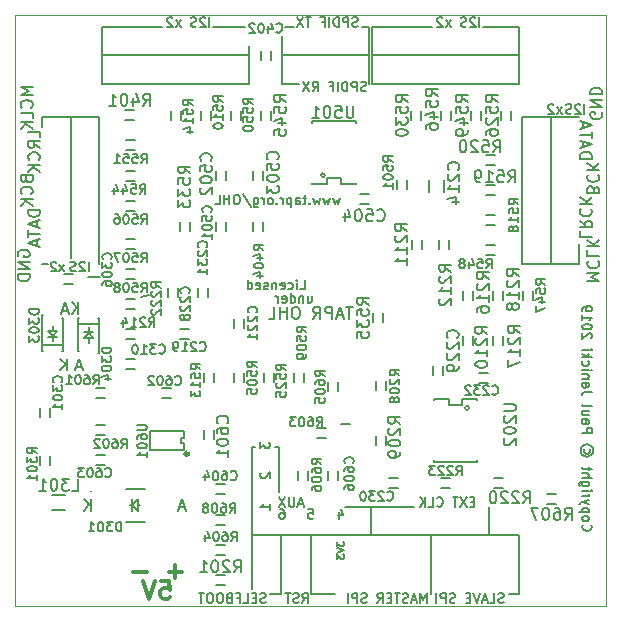
<source format=gbo>
%TF.GenerationSoftware,KiCad,Pcbnew,(5.0.2)-1*%
%TF.CreationDate,2019-03-11T21:45:58+00:00*%
%TF.ProjectId,uDSP-1.0,75445350-2d31-42e3-902e-6b696361645f,1.0*%
%TF.SameCoordinates,PX660b0c0PY81b3200*%
%TF.FileFunction,Legend,Bot*%
%TF.FilePolarity,Positive*%
%FSLAX46Y46*%
G04 Gerber Fmt 4.6, Leading zero omitted, Abs format (unit mm)*
G04 Created by KiCad (PCBNEW (5.0.2)-1) date 11/03/2019 21:45:58*
%MOMM*%
%LPD*%
G01*
G04 APERTURE LIST*
%ADD10C,0.200000*%
%ADD11C,0.150000*%
%ADD12C,0.300000*%
%ADD13C,0.100000*%
G04 APERTURE END LIST*
D10*
X7173000Y27859500D02*
X6157000Y27796000D01*
X11300500Y26272000D02*
X10665500Y26145000D01*
D11*
X27211428Y5422858D02*
X27211428Y5051429D01*
X27440000Y5251429D01*
X27440000Y5165715D01*
X27468571Y5108572D01*
X27497142Y5080000D01*
X27554285Y5051429D01*
X27697142Y5051429D01*
X27754285Y5080000D01*
X27782857Y5108572D01*
X27811428Y5165715D01*
X27811428Y5337143D01*
X27782857Y5394286D01*
X27754285Y5422858D01*
X27211428Y4880000D02*
X27811428Y4680000D01*
X27211428Y4480000D01*
X27211428Y4337143D02*
X27211428Y3965715D01*
X27440000Y4165715D01*
X27440000Y4080000D01*
X27468571Y4022858D01*
X27497142Y3994286D01*
X27554285Y3965715D01*
X27697142Y3965715D01*
X27754285Y3994286D01*
X27782857Y4022858D01*
X27811428Y4080000D01*
X27811428Y4251429D01*
X27782857Y4308572D01*
X27754285Y4337143D01*
D10*
X2775000Y28937000D02*
X2267000Y28937000D01*
X2267000Y41383000D02*
X2267000Y40494000D01*
X27387619Y7899429D02*
X27387619Y7366096D01*
X27578095Y8204191D02*
X27768571Y7632762D01*
X27273333Y7632762D01*
X24809523Y8166096D02*
X25190476Y8166096D01*
X25228571Y7785143D01*
X25190476Y7823239D01*
X25114285Y7861334D01*
X24923809Y7861334D01*
X24847619Y7823239D01*
X24809523Y7785143D01*
X24771428Y7708953D01*
X24771428Y7518477D01*
X24809523Y7442286D01*
X24847619Y7404191D01*
X24923809Y7366096D01*
X25114285Y7366096D01*
X25190476Y7404191D01*
X25228571Y7442286D01*
X22434619Y8166096D02*
X22587000Y8166096D01*
X22663190Y8128000D01*
X22701285Y8089905D01*
X22777476Y7975620D01*
X22815571Y7823239D01*
X22815571Y7518477D01*
X22777476Y7442286D01*
X22739380Y7404191D01*
X22663190Y7366096D01*
X22510809Y7366096D01*
X22434619Y7404191D01*
X22396523Y7442286D01*
X22358428Y7518477D01*
X22358428Y7708953D01*
X22396523Y7785143D01*
X22434619Y7823239D01*
X22510809Y7861334D01*
X22663190Y7861334D01*
X22739380Y7823239D01*
X22777476Y7785143D01*
X22815571Y7708953D01*
X22333000Y13443000D02*
X21952000Y13443000D01*
X21551904Y8134429D02*
X21551904Y8591572D01*
X21551904Y8363000D02*
X20751904Y8363000D01*
X20866190Y8439191D01*
X20942380Y8515381D01*
X20980476Y8591572D01*
X20828095Y11258572D02*
X20790000Y11220477D01*
X20751904Y11144286D01*
X20751904Y10953810D01*
X20790000Y10877620D01*
X20828095Y10839524D01*
X20904285Y10801429D01*
X20980476Y10801429D01*
X21094761Y10839524D01*
X21551904Y11296667D01*
X21551904Y10801429D01*
X20751904Y13836667D02*
X20751904Y13341429D01*
X21056666Y13608096D01*
X21056666Y13493810D01*
X21094761Y13417620D01*
X21132857Y13379524D01*
X21209047Y13341429D01*
X21399523Y13341429D01*
X21475714Y13379524D01*
X21513809Y13417620D01*
X21551904Y13493810D01*
X21551904Y13722381D01*
X21513809Y13798572D01*
X21475714Y13836667D01*
X22333000Y13443000D02*
X22333000Y9633000D01*
X42653000Y997000D02*
X41764000Y997000D01*
X25000000Y997000D02*
X27032000Y997000D01*
X38842714Y8801143D02*
X38576047Y8801143D01*
X38461761Y8382096D02*
X38842714Y8382096D01*
X38842714Y9182096D01*
X38461761Y9182096D01*
X38195095Y9182096D02*
X37661761Y8382096D01*
X37661761Y9182096D02*
X38195095Y8382096D01*
X37471285Y9182096D02*
X37014142Y9182096D01*
X37242714Y8382096D02*
X37242714Y9182096D01*
X35680809Y8458286D02*
X35718904Y8420191D01*
X35833190Y8382096D01*
X35909380Y8382096D01*
X36023666Y8420191D01*
X36099857Y8496381D01*
X36137952Y8572572D01*
X36176047Y8724953D01*
X36176047Y8839239D01*
X36137952Y8991620D01*
X36099857Y9067810D01*
X36023666Y9144000D01*
X35909380Y9182096D01*
X35833190Y9182096D01*
X35718904Y9144000D01*
X35680809Y9105905D01*
X34957000Y8382096D02*
X35337952Y8382096D01*
X35337952Y9182096D01*
X34690333Y8382096D02*
X34690333Y9182096D01*
X34233190Y8382096D02*
X34576047Y8839239D01*
X34233190Y9182096D02*
X34690333Y8724953D01*
X41338190Y292191D02*
X41223904Y254096D01*
X41033428Y254096D01*
X40957238Y292191D01*
X40919142Y330286D01*
X40881047Y406477D01*
X40881047Y482667D01*
X40919142Y558858D01*
X40957238Y596953D01*
X41033428Y635048D01*
X41185809Y673143D01*
X41262000Y711239D01*
X41300095Y749334D01*
X41338190Y825524D01*
X41338190Y901715D01*
X41300095Y977905D01*
X41262000Y1016000D01*
X41185809Y1054096D01*
X40995333Y1054096D01*
X40881047Y1016000D01*
X40157238Y254096D02*
X40538190Y254096D01*
X40538190Y1054096D01*
X39928666Y482667D02*
X39547714Y482667D01*
X40004857Y254096D02*
X39738190Y1054096D01*
X39471523Y254096D01*
X39319142Y1054096D02*
X39052476Y254096D01*
X38785809Y1054096D01*
X38519142Y673143D02*
X38252476Y673143D01*
X38138190Y254096D02*
X38519142Y254096D01*
X38519142Y1054096D01*
X38138190Y1054096D01*
X37223904Y292191D02*
X37109619Y254096D01*
X36919142Y254096D01*
X36842952Y292191D01*
X36804857Y330286D01*
X36766761Y406477D01*
X36766761Y482667D01*
X36804857Y558858D01*
X36842952Y596953D01*
X36919142Y635048D01*
X37071523Y673143D01*
X37147714Y711239D01*
X37185809Y749334D01*
X37223904Y825524D01*
X37223904Y901715D01*
X37185809Y977905D01*
X37147714Y1016000D01*
X37071523Y1054096D01*
X36881047Y1054096D01*
X36766761Y1016000D01*
X36423904Y254096D02*
X36423904Y1054096D01*
X36119142Y1054096D01*
X36042952Y1016000D01*
X36004857Y977905D01*
X35966761Y901715D01*
X35966761Y787429D01*
X36004857Y711239D01*
X36042952Y673143D01*
X36119142Y635048D01*
X36423904Y635048D01*
X35623904Y254096D02*
X35623904Y1054096D01*
X34810333Y254096D02*
X34810333Y1054096D01*
X34543666Y482667D01*
X34277000Y1054096D01*
X34277000Y254096D01*
X33934142Y482667D02*
X33553190Y482667D01*
X34010333Y254096D02*
X33743666Y1054096D01*
X33477000Y254096D01*
X33248428Y292191D02*
X33134142Y254096D01*
X32943666Y254096D01*
X32867476Y292191D01*
X32829380Y330286D01*
X32791285Y406477D01*
X32791285Y482667D01*
X32829380Y558858D01*
X32867476Y596953D01*
X32943666Y635048D01*
X33096047Y673143D01*
X33172238Y711239D01*
X33210333Y749334D01*
X33248428Y825524D01*
X33248428Y901715D01*
X33210333Y977905D01*
X33172238Y1016000D01*
X33096047Y1054096D01*
X32905571Y1054096D01*
X32791285Y1016000D01*
X32562714Y1054096D02*
X32105571Y1054096D01*
X32334142Y254096D02*
X32334142Y1054096D01*
X31838904Y673143D02*
X31572238Y673143D01*
X31457952Y254096D02*
X31838904Y254096D01*
X31838904Y1054096D01*
X31457952Y1054096D01*
X30657952Y254096D02*
X30924619Y635048D01*
X31115095Y254096D02*
X31115095Y1054096D01*
X30810333Y1054096D01*
X30734142Y1016000D01*
X30696047Y977905D01*
X30657952Y901715D01*
X30657952Y787429D01*
X30696047Y711239D01*
X30734142Y673143D01*
X30810333Y635048D01*
X31115095Y635048D01*
X29743666Y292191D02*
X29629380Y254096D01*
X29438904Y254096D01*
X29362714Y292191D01*
X29324619Y330286D01*
X29286523Y406477D01*
X29286523Y482667D01*
X29324619Y558858D01*
X29362714Y596953D01*
X29438904Y635048D01*
X29591285Y673143D01*
X29667476Y711239D01*
X29705571Y749334D01*
X29743666Y825524D01*
X29743666Y901715D01*
X29705571Y977905D01*
X29667476Y1016000D01*
X29591285Y1054096D01*
X29400809Y1054096D01*
X29286523Y1016000D01*
X28943666Y254096D02*
X28943666Y1054096D01*
X28638904Y1054096D01*
X28562714Y1016000D01*
X28524619Y977905D01*
X28486523Y901715D01*
X28486523Y787429D01*
X28524619Y711239D01*
X28562714Y673143D01*
X28638904Y635048D01*
X28943666Y635048D01*
X28143666Y254096D02*
X28143666Y1054096D01*
X24295095Y254096D02*
X24561761Y635048D01*
X24752238Y254096D02*
X24752238Y1054096D01*
X24447476Y1054096D01*
X24371285Y1016000D01*
X24333190Y977905D01*
X24295095Y901715D01*
X24295095Y787429D01*
X24333190Y711239D01*
X24371285Y673143D01*
X24447476Y635048D01*
X24752238Y635048D01*
X23990333Y292191D02*
X23876047Y254096D01*
X23685571Y254096D01*
X23609380Y292191D01*
X23571285Y330286D01*
X23533190Y406477D01*
X23533190Y482667D01*
X23571285Y558858D01*
X23609380Y596953D01*
X23685571Y635048D01*
X23837952Y673143D01*
X23914142Y711239D01*
X23952238Y749334D01*
X23990333Y825524D01*
X23990333Y901715D01*
X23952238Y977905D01*
X23914142Y1016000D01*
X23837952Y1054096D01*
X23647476Y1054096D01*
X23533190Y1016000D01*
X23304619Y1054096D02*
X22847476Y1054096D01*
X23076047Y254096D02*
X23076047Y1054096D01*
X35160000Y997000D02*
X35160000Y5950000D01*
X25000000Y5950000D02*
X25000000Y997000D01*
X30080000Y8363000D02*
X30080000Y5950000D01*
X40113000Y8363000D02*
X40113000Y5950000D01*
X30080000Y8363000D02*
X33763000Y8363000D01*
X30080000Y8363000D02*
X27921000Y8363000D01*
X42653000Y5950000D02*
X42653000Y997000D01*
X20047000Y5950000D02*
X42653000Y5950000D01*
X20301000Y13443000D02*
X20047000Y13443000D01*
X22460000Y997000D02*
X22460000Y5950000D01*
X21571000Y997000D02*
X22460000Y997000D01*
X20047000Y13443000D02*
X20047000Y1378000D01*
X42907000Y28937000D02*
X42907000Y41383000D01*
X45320000Y28937000D02*
X42907000Y28937000D01*
X47733000Y28937000D02*
X47733000Y30588000D01*
X45320000Y28937000D02*
X47733000Y28937000D01*
X45320000Y41383000D02*
X45320000Y28937000D01*
X42907000Y41383000D02*
X47733000Y41383000D01*
X4680000Y41383000D02*
X2267000Y41383000D01*
X4680000Y41383000D02*
X4680000Y29445000D01*
X7093000Y41383000D02*
X4680000Y41383000D01*
X7093000Y28937000D02*
X7093000Y41383000D01*
X7347000Y44177000D02*
X7347000Y46590000D01*
X19793000Y44177000D02*
X7347000Y44177000D01*
X19793000Y46590000D02*
X19793000Y44177000D01*
X16745000Y49003000D02*
X19412000Y49003000D01*
X19793000Y46590000D02*
X19793000Y47352000D01*
X7347000Y46590000D02*
X19793000Y46590000D01*
X7347000Y49003000D02*
X7347000Y46590000D01*
X12427000Y49003000D02*
X7347000Y49003000D01*
X42653000Y44177000D02*
X31874500Y44179000D01*
X42653000Y46590000D02*
X42653000Y44177000D01*
X30207000Y44177000D02*
X31858000Y44177000D01*
X30207000Y46590000D02*
X30207000Y44177000D01*
X35287000Y49003000D02*
X30207000Y49003000D01*
X42653000Y49003000D02*
X39605000Y49003000D01*
X42653000Y46590000D02*
X42653000Y49003000D01*
X30207000Y46590000D02*
X42653000Y46590000D01*
X30207000Y49003000D02*
X30207000Y46590000D01*
X22587000Y44177000D02*
X23984000Y44177000D01*
X23603000Y49003000D02*
X22841000Y49003000D01*
X29953000Y49003000D02*
X29318000Y49003000D01*
X29953000Y46590000D02*
X29953000Y44177000D01*
X22587000Y46590000D02*
X22587000Y44177000D01*
X22587000Y46590000D02*
X22587000Y48241000D01*
X29953000Y46590000D02*
X29953000Y49003000D01*
X22587000Y46590000D02*
X29953000Y46590000D01*
X21196000Y292191D02*
X21081714Y254096D01*
X20891238Y254096D01*
X20815047Y292191D01*
X20776952Y330286D01*
X20738857Y406477D01*
X20738857Y482667D01*
X20776952Y558858D01*
X20815047Y596953D01*
X20891238Y635048D01*
X21043619Y673143D01*
X21119809Y711239D01*
X21157904Y749334D01*
X21196000Y825524D01*
X21196000Y901715D01*
X21157904Y977905D01*
X21119809Y1016000D01*
X21043619Y1054096D01*
X20853142Y1054096D01*
X20738857Y1016000D01*
X20396000Y673143D02*
X20129333Y673143D01*
X20015047Y254096D02*
X20396000Y254096D01*
X20396000Y1054096D01*
X20015047Y1054096D01*
X19291238Y254096D02*
X19672190Y254096D01*
X19672190Y1054096D01*
X18757904Y673143D02*
X19024571Y673143D01*
X19024571Y254096D02*
X19024571Y1054096D01*
X18643619Y1054096D01*
X18072190Y673143D02*
X17957904Y635048D01*
X17919809Y596953D01*
X17881714Y520762D01*
X17881714Y406477D01*
X17919809Y330286D01*
X17957904Y292191D01*
X18034095Y254096D01*
X18338857Y254096D01*
X18338857Y1054096D01*
X18072190Y1054096D01*
X17996000Y1016000D01*
X17957904Y977905D01*
X17919809Y901715D01*
X17919809Y825524D01*
X17957904Y749334D01*
X17996000Y711239D01*
X18072190Y673143D01*
X18338857Y673143D01*
X17386476Y1054096D02*
X17234095Y1054096D01*
X17157904Y1016000D01*
X17081714Y939810D01*
X17043619Y787429D01*
X17043619Y520762D01*
X17081714Y368381D01*
X17157904Y292191D01*
X17234095Y254096D01*
X17386476Y254096D01*
X17462666Y292191D01*
X17538857Y368381D01*
X17576952Y520762D01*
X17576952Y787429D01*
X17538857Y939810D01*
X17462666Y1016000D01*
X17386476Y1054096D01*
X16548380Y1054096D02*
X16396000Y1054096D01*
X16319809Y1016000D01*
X16243619Y939810D01*
X16205523Y787429D01*
X16205523Y520762D01*
X16243619Y368381D01*
X16319809Y292191D01*
X16396000Y254096D01*
X16548380Y254096D01*
X16624571Y292191D01*
X16700761Y368381D01*
X16738857Y520762D01*
X16738857Y787429D01*
X16700761Y939810D01*
X16624571Y1016000D01*
X16548380Y1054096D01*
X15976952Y1054096D02*
X15519809Y1054096D01*
X15748380Y254096D02*
X15748380Y1054096D01*
X24339476Y8610667D02*
X23958523Y8610667D01*
X24415666Y8382096D02*
X24149000Y9182096D01*
X23882333Y8382096D01*
X23615666Y9182096D02*
X23615666Y8534477D01*
X23577571Y8458286D01*
X23539476Y8420191D01*
X23463285Y8382096D01*
X23310904Y8382096D01*
X23234714Y8420191D01*
X23196619Y8458286D01*
X23158523Y8534477D01*
X23158523Y9182096D01*
X22853761Y9182096D02*
X22320428Y8382096D01*
X22320428Y9182096D02*
X22853761Y8382096D01*
X4153238Y28323096D02*
X3734190Y28856429D01*
X4153238Y28856429D02*
X3734190Y28323096D01*
X3467523Y29046905D02*
X3429428Y29085000D01*
X3353238Y29123096D01*
X3162761Y29123096D01*
X3086571Y29085000D01*
X3048476Y29046905D01*
X3010380Y28970715D01*
X3010380Y28894524D01*
X3048476Y28780239D01*
X3505619Y28323096D01*
X3010380Y28323096D01*
X48180285Y41656096D02*
X48180285Y42456096D01*
X47837428Y42379905D02*
X47799333Y42418000D01*
X47723142Y42456096D01*
X47532666Y42456096D01*
X47456476Y42418000D01*
X47418380Y42379905D01*
X47380285Y42303715D01*
X47380285Y42227524D01*
X47418380Y42113239D01*
X47875523Y41656096D01*
X47380285Y41656096D01*
X47075523Y41694191D02*
X46961238Y41656096D01*
X46770761Y41656096D01*
X46694571Y41694191D01*
X46656476Y41732286D01*
X46618380Y41808477D01*
X46618380Y41884667D01*
X46656476Y41960858D01*
X46694571Y41998953D01*
X46770761Y42037048D01*
X46923142Y42075143D01*
X46999333Y42113239D01*
X47037428Y42151334D01*
X47075523Y42227524D01*
X47075523Y42303715D01*
X47037428Y42379905D01*
X46999333Y42418000D01*
X46923142Y42456096D01*
X46732666Y42456096D01*
X46618380Y42418000D01*
X46237238Y41656096D02*
X45818190Y42189429D01*
X46237238Y42189429D02*
X45818190Y41656096D01*
X45551523Y42379905D02*
X45513428Y42418000D01*
X45437238Y42456096D01*
X45246761Y42456096D01*
X45170571Y42418000D01*
X45132476Y42379905D01*
X45094380Y42303715D01*
X45094380Y42227524D01*
X45132476Y42113239D01*
X45589619Y41656096D01*
X45094380Y41656096D01*
X29688619Y43599191D02*
X29574333Y43561096D01*
X29383857Y43561096D01*
X29307666Y43599191D01*
X29269571Y43637286D01*
X29231476Y43713477D01*
X29231476Y43789667D01*
X29269571Y43865858D01*
X29307666Y43903953D01*
X29383857Y43942048D01*
X29536238Y43980143D01*
X29612428Y44018239D01*
X29650523Y44056334D01*
X29688619Y44132524D01*
X29688619Y44208715D01*
X29650523Y44284905D01*
X29612428Y44323000D01*
X29536238Y44361096D01*
X29345761Y44361096D01*
X29231476Y44323000D01*
X28888619Y43561096D02*
X28888619Y44361096D01*
X28583857Y44361096D01*
X28507666Y44323000D01*
X28469571Y44284905D01*
X28431476Y44208715D01*
X28431476Y44094429D01*
X28469571Y44018239D01*
X28507666Y43980143D01*
X28583857Y43942048D01*
X28888619Y43942048D01*
X28088619Y43561096D02*
X28088619Y44361096D01*
X27898142Y44361096D01*
X27783857Y44323000D01*
X27707666Y44246810D01*
X27669571Y44170620D01*
X27631476Y44018239D01*
X27631476Y43903953D01*
X27669571Y43751572D01*
X27707666Y43675381D01*
X27783857Y43599191D01*
X27898142Y43561096D01*
X28088619Y43561096D01*
X27288619Y43561096D02*
X27288619Y44361096D01*
X26641000Y43980143D02*
X26907666Y43980143D01*
X26907666Y43561096D02*
X26907666Y44361096D01*
X26526714Y44361096D01*
X25155285Y43561096D02*
X25421952Y43942048D01*
X25612428Y43561096D02*
X25612428Y44361096D01*
X25307666Y44361096D01*
X25231476Y44323000D01*
X25193380Y44284905D01*
X25155285Y44208715D01*
X25155285Y44094429D01*
X25193380Y44018239D01*
X25231476Y43980143D01*
X25307666Y43942048D01*
X25612428Y43942048D01*
X24888619Y44361096D02*
X24355285Y43561096D01*
X24355285Y44361096D02*
X24888619Y43561096D01*
X6223285Y28323096D02*
X6223285Y29123096D01*
X5880428Y29046905D02*
X5842333Y29085000D01*
X5766142Y29123096D01*
X5575666Y29123096D01*
X5499476Y29085000D01*
X5461380Y29046905D01*
X5423285Y28970715D01*
X5423285Y28894524D01*
X5461380Y28780239D01*
X5918523Y28323096D01*
X5423285Y28323096D01*
X5118523Y28361191D02*
X5004238Y28323096D01*
X4813761Y28323096D01*
X4737571Y28361191D01*
X4699476Y28399286D01*
X4661380Y28475477D01*
X4661380Y28551667D01*
X4699476Y28627858D01*
X4737571Y28665953D01*
X4813761Y28704048D01*
X4966142Y28742143D01*
X5042333Y28780239D01*
X5080428Y28818334D01*
X5118523Y28894524D01*
X5118523Y28970715D01*
X5080428Y29046905D01*
X5042333Y29085000D01*
X4966142Y29123096D01*
X4775666Y29123096D01*
X4661380Y29085000D01*
X16417333Y49022096D02*
X16417333Y49822096D01*
X16074476Y49745905D02*
X16036380Y49784000D01*
X15960190Y49822096D01*
X15769714Y49822096D01*
X15693523Y49784000D01*
X15655428Y49745905D01*
X15617333Y49669715D01*
X15617333Y49593524D01*
X15655428Y49479239D01*
X16112571Y49022096D01*
X15617333Y49022096D01*
X15312571Y49060191D02*
X15198285Y49022096D01*
X15007809Y49022096D01*
X14931619Y49060191D01*
X14893523Y49098286D01*
X14855428Y49174477D01*
X14855428Y49250667D01*
X14893523Y49326858D01*
X14931619Y49364953D01*
X15007809Y49403048D01*
X15160190Y49441143D01*
X15236380Y49479239D01*
X15274476Y49517334D01*
X15312571Y49593524D01*
X15312571Y49669715D01*
X15274476Y49745905D01*
X15236380Y49784000D01*
X15160190Y49822096D01*
X14969714Y49822096D01*
X14855428Y49784000D01*
X13979238Y49022096D02*
X13560190Y49555429D01*
X13979238Y49555429D02*
X13560190Y49022096D01*
X13293523Y49745905D02*
X13255428Y49784000D01*
X13179238Y49822096D01*
X12988761Y49822096D01*
X12912571Y49784000D01*
X12874476Y49745905D01*
X12836380Y49669715D01*
X12836380Y49593524D01*
X12874476Y49479239D01*
X13331619Y49022096D01*
X12836380Y49022096D01*
X39277333Y49022096D02*
X39277333Y49822096D01*
X38934476Y49745905D02*
X38896380Y49784000D01*
X38820190Y49822096D01*
X38629714Y49822096D01*
X38553523Y49784000D01*
X38515428Y49745905D01*
X38477333Y49669715D01*
X38477333Y49593524D01*
X38515428Y49479239D01*
X38972571Y49022096D01*
X38477333Y49022096D01*
X38172571Y49060191D02*
X38058285Y49022096D01*
X37867809Y49022096D01*
X37791619Y49060191D01*
X37753523Y49098286D01*
X37715428Y49174477D01*
X37715428Y49250667D01*
X37753523Y49326858D01*
X37791619Y49364953D01*
X37867809Y49403048D01*
X38020190Y49441143D01*
X38096380Y49479239D01*
X38134476Y49517334D01*
X38172571Y49593524D01*
X38172571Y49669715D01*
X38134476Y49745905D01*
X38096380Y49784000D01*
X38020190Y49822096D01*
X37829714Y49822096D01*
X37715428Y49784000D01*
X36839238Y49022096D02*
X36420190Y49555429D01*
X36839238Y49555429D02*
X36420190Y49022096D01*
X36153523Y49745905D02*
X36115428Y49784000D01*
X36039238Y49822096D01*
X35848761Y49822096D01*
X35772571Y49784000D01*
X35734476Y49745905D01*
X35696380Y49669715D01*
X35696380Y49593524D01*
X35734476Y49479239D01*
X36191619Y49022096D01*
X35696380Y49022096D01*
X28547619Y25295620D02*
X27976190Y25295620D01*
X28261904Y24295620D02*
X28261904Y25295620D01*
X27690476Y24581334D02*
X27214285Y24581334D01*
X27785714Y24295620D02*
X27452380Y25295620D01*
X27119047Y24295620D01*
X26785714Y24295620D02*
X26785714Y25295620D01*
X26404761Y25295620D01*
X26309523Y25248000D01*
X26261904Y25200381D01*
X26214285Y25105143D01*
X26214285Y24962286D01*
X26261904Y24867048D01*
X26309523Y24819429D01*
X26404761Y24771810D01*
X26785714Y24771810D01*
X25214285Y24295620D02*
X25547619Y24771810D01*
X25785714Y24295620D02*
X25785714Y25295620D01*
X25404761Y25295620D01*
X25309523Y25248000D01*
X25261904Y25200381D01*
X25214285Y25105143D01*
X25214285Y24962286D01*
X25261904Y24867048D01*
X25309523Y24819429D01*
X25404761Y24771810D01*
X25785714Y24771810D01*
X23833333Y25295620D02*
X23642857Y25295620D01*
X23547619Y25248000D01*
X23452380Y25152762D01*
X23404761Y24962286D01*
X23404761Y24628953D01*
X23452380Y24438477D01*
X23547619Y24343239D01*
X23642857Y24295620D01*
X23833333Y24295620D01*
X23928571Y24343239D01*
X24023809Y24438477D01*
X24071428Y24628953D01*
X24071428Y24962286D01*
X24023809Y25152762D01*
X23928571Y25248000D01*
X23833333Y25295620D01*
X22976190Y24295620D02*
X22976190Y25295620D01*
X22976190Y24819429D02*
X22404761Y24819429D01*
X22404761Y24295620D02*
X22404761Y25295620D01*
X21452380Y24295620D02*
X21928571Y24295620D01*
X21928571Y25295620D01*
X24745857Y26187429D02*
X24745857Y25654096D01*
X25088714Y26187429D02*
X25088714Y25768381D01*
X25050619Y25692191D01*
X24974428Y25654096D01*
X24860142Y25654096D01*
X24783952Y25692191D01*
X24745857Y25730286D01*
X24364904Y26187429D02*
X24364904Y25654096D01*
X24364904Y26111239D02*
X24326809Y26149334D01*
X24250619Y26187429D01*
X24136333Y26187429D01*
X24060142Y26149334D01*
X24022047Y26073143D01*
X24022047Y25654096D01*
X23298238Y25654096D02*
X23298238Y26454096D01*
X23298238Y25692191D02*
X23374428Y25654096D01*
X23526809Y25654096D01*
X23603000Y25692191D01*
X23641095Y25730286D01*
X23679190Y25806477D01*
X23679190Y26035048D01*
X23641095Y26111239D01*
X23603000Y26149334D01*
X23526809Y26187429D01*
X23374428Y26187429D01*
X23298238Y26149334D01*
X22612523Y25692191D02*
X22688714Y25654096D01*
X22841095Y25654096D01*
X22917285Y25692191D01*
X22955380Y25768381D01*
X22955380Y26073143D01*
X22917285Y26149334D01*
X22841095Y26187429D01*
X22688714Y26187429D01*
X22612523Y26149334D01*
X22574428Y26073143D01*
X22574428Y25996953D01*
X22955380Y25920762D01*
X22231571Y25654096D02*
X22231571Y26187429D01*
X22231571Y26035048D02*
X22193476Y26111239D01*
X22155380Y26149334D01*
X22079190Y26187429D01*
X22003000Y26187429D01*
X27498690Y34507929D02*
X27346309Y33974596D01*
X27193928Y34355548D01*
X27041547Y33974596D01*
X26889166Y34507929D01*
X26660595Y34507929D02*
X26508214Y33974596D01*
X26355833Y34355548D01*
X26203452Y33974596D01*
X26051071Y34507929D01*
X25822500Y34507929D02*
X25670119Y33974596D01*
X25517738Y34355548D01*
X25365357Y33974596D01*
X25212976Y34507929D01*
X24908214Y34050786D02*
X24870119Y34012691D01*
X24908214Y33974596D01*
X24946309Y34012691D01*
X24908214Y34050786D01*
X24908214Y33974596D01*
X24641547Y34507929D02*
X24336785Y34507929D01*
X24527261Y34774596D02*
X24527261Y34088881D01*
X24489166Y34012691D01*
X24412976Y33974596D01*
X24336785Y33974596D01*
X23727261Y33974596D02*
X23727261Y34393643D01*
X23765357Y34469834D01*
X23841547Y34507929D01*
X23993928Y34507929D01*
X24070119Y34469834D01*
X23727261Y34012691D02*
X23803452Y33974596D01*
X23993928Y33974596D01*
X24070119Y34012691D01*
X24108214Y34088881D01*
X24108214Y34165072D01*
X24070119Y34241262D01*
X23993928Y34279358D01*
X23803452Y34279358D01*
X23727261Y34317453D01*
X23346309Y34507929D02*
X23346309Y33707929D01*
X23346309Y34469834D02*
X23270119Y34507929D01*
X23117738Y34507929D01*
X23041547Y34469834D01*
X23003452Y34431739D01*
X22965357Y34355548D01*
X22965357Y34126977D01*
X23003452Y34050786D01*
X23041547Y34012691D01*
X23117738Y33974596D01*
X23270119Y33974596D01*
X23346309Y34012691D01*
X22622500Y33974596D02*
X22622500Y34507929D01*
X22622500Y34355548D02*
X22584404Y34431739D01*
X22546309Y34469834D01*
X22470119Y34507929D01*
X22393928Y34507929D01*
X22127261Y34050786D02*
X22089166Y34012691D01*
X22127261Y33974596D01*
X22165357Y34012691D01*
X22127261Y34050786D01*
X22127261Y33974596D01*
X21632023Y33974596D02*
X21708214Y34012691D01*
X21746309Y34050786D01*
X21784404Y34126977D01*
X21784404Y34355548D01*
X21746309Y34431739D01*
X21708214Y34469834D01*
X21632023Y34507929D01*
X21517738Y34507929D01*
X21441547Y34469834D01*
X21403452Y34431739D01*
X21365357Y34355548D01*
X21365357Y34126977D01*
X21403452Y34050786D01*
X21441547Y34012691D01*
X21517738Y33974596D01*
X21632023Y33974596D01*
X21022500Y33974596D02*
X21022500Y34507929D01*
X21022500Y34355548D02*
X20984404Y34431739D01*
X20946309Y34469834D01*
X20870119Y34507929D01*
X20793928Y34507929D01*
X20184404Y34507929D02*
X20184404Y33860310D01*
X20222500Y33784120D01*
X20260595Y33746024D01*
X20336785Y33707929D01*
X20451071Y33707929D01*
X20527261Y33746024D01*
X20184404Y34012691D02*
X20260595Y33974596D01*
X20412976Y33974596D01*
X20489166Y34012691D01*
X20527261Y34050786D01*
X20565357Y34126977D01*
X20565357Y34355548D01*
X20527261Y34431739D01*
X20489166Y34469834D01*
X20412976Y34507929D01*
X20260595Y34507929D01*
X20184404Y34469834D01*
X19232023Y34812691D02*
X19917738Y33784120D01*
X18812976Y34774596D02*
X18660595Y34774596D01*
X18584404Y34736500D01*
X18508214Y34660310D01*
X18470119Y34507929D01*
X18470119Y34241262D01*
X18508214Y34088881D01*
X18584404Y34012691D01*
X18660595Y33974596D01*
X18812976Y33974596D01*
X18889166Y34012691D01*
X18965357Y34088881D01*
X19003452Y34241262D01*
X19003452Y34507929D01*
X18965357Y34660310D01*
X18889166Y34736500D01*
X18812976Y34774596D01*
X18127261Y33974596D02*
X18127261Y34774596D01*
X18127261Y34393643D02*
X17670119Y34393643D01*
X17670119Y33974596D02*
X17670119Y34774596D01*
X16908214Y33974596D02*
X17289166Y33974596D01*
X17289166Y34774596D01*
X48947428Y35247429D02*
X48899809Y35390286D01*
X48852190Y35437905D01*
X48756952Y35485524D01*
X48614095Y35485524D01*
X48518857Y35437905D01*
X48471238Y35390286D01*
X48423619Y35295048D01*
X48423619Y34914096D01*
X49423619Y34914096D01*
X49423619Y35247429D01*
X49376000Y35342667D01*
X49328380Y35390286D01*
X49233142Y35437905D01*
X49137904Y35437905D01*
X49042666Y35390286D01*
X48995047Y35342667D01*
X48947428Y35247429D01*
X48947428Y34914096D01*
X48518857Y36485524D02*
X48471238Y36437905D01*
X48423619Y36295048D01*
X48423619Y36199810D01*
X48471238Y36056953D01*
X48566476Y35961715D01*
X48661714Y35914096D01*
X48852190Y35866477D01*
X48995047Y35866477D01*
X49185523Y35914096D01*
X49280761Y35961715D01*
X49376000Y36056953D01*
X49423619Y36199810D01*
X49423619Y36295048D01*
X49376000Y36437905D01*
X49328380Y36485524D01*
X48423619Y36914096D02*
X49423619Y36914096D01*
X48423619Y37485524D02*
X48995047Y37056953D01*
X49423619Y37485524D02*
X48852190Y36914096D01*
X48423619Y27452905D02*
X49423619Y27452905D01*
X48709333Y27786239D01*
X49423619Y28119572D01*
X48423619Y28119572D01*
X48518857Y29167191D02*
X48471238Y29119572D01*
X48423619Y28976715D01*
X48423619Y28881477D01*
X48471238Y28738620D01*
X48566476Y28643381D01*
X48661714Y28595762D01*
X48852190Y28548143D01*
X48995047Y28548143D01*
X49185523Y28595762D01*
X49280761Y28643381D01*
X49376000Y28738620D01*
X49423619Y28881477D01*
X49423619Y28976715D01*
X49376000Y29119572D01*
X49328380Y29167191D01*
X48423619Y30071953D02*
X48423619Y29595762D01*
X49423619Y29595762D01*
X48423619Y30405286D02*
X49423619Y30405286D01*
X48423619Y30976715D02*
X48995047Y30548143D01*
X49423619Y30976715D02*
X48852190Y30405286D01*
X49630000Y41764096D02*
X49677619Y41668858D01*
X49677619Y41526000D01*
X49630000Y41383143D01*
X49534761Y41287905D01*
X49439523Y41240286D01*
X49249047Y41192667D01*
X49106190Y41192667D01*
X48915714Y41240286D01*
X48820476Y41287905D01*
X48725238Y41383143D01*
X48677619Y41526000D01*
X48677619Y41621239D01*
X48725238Y41764096D01*
X48772857Y41811715D01*
X49106190Y41811715D01*
X49106190Y41621239D01*
X48677619Y42240286D02*
X49677619Y42240286D01*
X48677619Y42811715D01*
X49677619Y42811715D01*
X48677619Y43287905D02*
X49677619Y43287905D01*
X49677619Y43526000D01*
X49630000Y43668858D01*
X49534761Y43764096D01*
X49439523Y43811715D01*
X49249047Y43859334D01*
X49106190Y43859334D01*
X48915714Y43811715D01*
X48820476Y43764096D01*
X48725238Y43668858D01*
X48677619Y43526000D01*
X48677619Y43287905D01*
X47788619Y31683524D02*
X47788619Y31207334D01*
X48788619Y31207334D01*
X47788619Y32588286D02*
X48264809Y32254953D01*
X47788619Y32016858D02*
X48788619Y32016858D01*
X48788619Y32397810D01*
X48741000Y32493048D01*
X48693380Y32540667D01*
X48598142Y32588286D01*
X48455285Y32588286D01*
X48360047Y32540667D01*
X48312428Y32493048D01*
X48264809Y32397810D01*
X48264809Y32016858D01*
X47883857Y33588286D02*
X47836238Y33540667D01*
X47788619Y33397810D01*
X47788619Y33302572D01*
X47836238Y33159715D01*
X47931476Y33064477D01*
X48026714Y33016858D01*
X48217190Y32969239D01*
X48360047Y32969239D01*
X48550523Y33016858D01*
X48645761Y33064477D01*
X48741000Y33159715D01*
X48788619Y33302572D01*
X48788619Y33397810D01*
X48741000Y33540667D01*
X48693380Y33588286D01*
X47788619Y34016858D02*
X48788619Y34016858D01*
X47788619Y34588286D02*
X48360047Y34159715D01*
X48788619Y34588286D02*
X48217190Y34016858D01*
X47788619Y37851000D02*
X48788619Y37851000D01*
X48788619Y38089096D01*
X48741000Y38231953D01*
X48645761Y38327191D01*
X48550523Y38374810D01*
X48360047Y38422429D01*
X48217190Y38422429D01*
X48026714Y38374810D01*
X47931476Y38327191D01*
X47836238Y38231953D01*
X47788619Y38089096D01*
X47788619Y37851000D01*
X48074333Y38803381D02*
X48074333Y39279572D01*
X47788619Y38708143D02*
X48788619Y39041477D01*
X47788619Y39374810D01*
X48788619Y39565286D02*
X48788619Y40136715D01*
X47788619Y39851000D02*
X48788619Y39851000D01*
X48074333Y40422429D02*
X48074333Y40898620D01*
X47788619Y40327191D02*
X48788619Y40660524D01*
X47788619Y40993858D01*
X243000Y29571905D02*
X195380Y29667143D01*
X195380Y29810000D01*
X243000Y29952858D01*
X338238Y30048096D01*
X433476Y30095715D01*
X623952Y30143334D01*
X766809Y30143334D01*
X957285Y30095715D01*
X1052523Y30048096D01*
X1147761Y29952858D01*
X1195380Y29810000D01*
X1195380Y29714762D01*
X1147761Y29571905D01*
X1100142Y29524286D01*
X766809Y29524286D01*
X766809Y29714762D01*
X1195380Y29095715D02*
X195380Y29095715D01*
X1195380Y28524286D01*
X195380Y28524286D01*
X1195380Y28048096D02*
X195380Y28048096D01*
X195380Y27810000D01*
X243000Y27667143D01*
X338238Y27571905D01*
X433476Y27524286D01*
X623952Y27476667D01*
X766809Y27476667D01*
X957285Y27524286D01*
X1052523Y27571905D01*
X1147761Y27667143D01*
X1195380Y27810000D01*
X1195380Y28048096D01*
X2084380Y33485000D02*
X1084380Y33485000D01*
X1084380Y33246905D01*
X1132000Y33104048D01*
X1227238Y33008810D01*
X1322476Y32961191D01*
X1512952Y32913572D01*
X1655809Y32913572D01*
X1846285Y32961191D01*
X1941523Y33008810D01*
X2036761Y33104048D01*
X2084380Y33246905D01*
X2084380Y33485000D01*
X1798666Y32532620D02*
X1798666Y32056429D01*
X2084380Y32627858D02*
X1084380Y32294524D01*
X2084380Y31961191D01*
X1084380Y31770715D02*
X1084380Y31199286D01*
X2084380Y31485000D02*
X1084380Y31485000D01*
X1798666Y30913572D02*
X1798666Y30437381D01*
X2084380Y31008810D02*
X1084380Y30675477D01*
X2084380Y30342143D01*
X925571Y36088572D02*
X973190Y35945715D01*
X1020809Y35898096D01*
X1116047Y35850477D01*
X1258904Y35850477D01*
X1354142Y35898096D01*
X1401761Y35945715D01*
X1449380Y36040953D01*
X1449380Y36421905D01*
X449380Y36421905D01*
X449380Y36088572D01*
X497000Y35993334D01*
X544619Y35945715D01*
X639857Y35898096D01*
X735095Y35898096D01*
X830333Y35945715D01*
X877952Y35993334D01*
X925571Y36088572D01*
X925571Y36421905D01*
X1354142Y34850477D02*
X1401761Y34898096D01*
X1449380Y35040953D01*
X1449380Y35136191D01*
X1401761Y35279048D01*
X1306523Y35374286D01*
X1211285Y35421905D01*
X1020809Y35469524D01*
X877952Y35469524D01*
X687476Y35421905D01*
X592238Y35374286D01*
X497000Y35279048D01*
X449380Y35136191D01*
X449380Y35040953D01*
X497000Y34898096D01*
X544619Y34850477D01*
X1449380Y34421905D02*
X449380Y34421905D01*
X1449380Y33850477D02*
X877952Y34279048D01*
X449380Y33850477D02*
X1020809Y34421905D01*
X2084380Y39652477D02*
X2084380Y40128667D01*
X1084380Y40128667D01*
X2084380Y38747715D02*
X1608190Y39081048D01*
X2084380Y39319143D02*
X1084380Y39319143D01*
X1084380Y38938191D01*
X1132000Y38842953D01*
X1179619Y38795334D01*
X1274857Y38747715D01*
X1417714Y38747715D01*
X1512952Y38795334D01*
X1560571Y38842953D01*
X1608190Y38938191D01*
X1608190Y39319143D01*
X1989142Y37747715D02*
X2036761Y37795334D01*
X2084380Y37938191D01*
X2084380Y38033429D01*
X2036761Y38176286D01*
X1941523Y38271524D01*
X1846285Y38319143D01*
X1655809Y38366762D01*
X1512952Y38366762D01*
X1322476Y38319143D01*
X1227238Y38271524D01*
X1132000Y38176286D01*
X1084380Y38033429D01*
X1084380Y37938191D01*
X1132000Y37795334D01*
X1179619Y37747715D01*
X2084380Y37319143D02*
X1084380Y37319143D01*
X2084380Y36747715D02*
X1512952Y37176286D01*
X1084380Y36747715D02*
X1655809Y37319143D01*
X1449380Y43883096D02*
X449380Y43883096D01*
X1163666Y43549762D01*
X449380Y43216429D01*
X1449380Y43216429D01*
X1354142Y42168810D02*
X1401761Y42216429D01*
X1449380Y42359286D01*
X1449380Y42454524D01*
X1401761Y42597381D01*
X1306523Y42692620D01*
X1211285Y42740239D01*
X1020809Y42787858D01*
X877952Y42787858D01*
X687476Y42740239D01*
X592238Y42692620D01*
X497000Y42597381D01*
X449380Y42454524D01*
X449380Y42359286D01*
X497000Y42216429D01*
X544619Y42168810D01*
X1449380Y41264048D02*
X1449380Y41740239D01*
X449380Y41740239D01*
X1449380Y40930715D02*
X449380Y40930715D01*
X1449380Y40359286D02*
X877952Y40787858D01*
X449380Y40359286D02*
X1020809Y40930715D01*
D12*
X12331714Y2072429D02*
X13046000Y2072429D01*
X13117428Y1358143D01*
X13046000Y1429572D01*
X12903142Y1501000D01*
X12546000Y1501000D01*
X12403142Y1429572D01*
X12331714Y1358143D01*
X12260285Y1215286D01*
X12260285Y858143D01*
X12331714Y715286D01*
X12403142Y643858D01*
X12546000Y572429D01*
X12903142Y572429D01*
X13046000Y643858D01*
X13117428Y715286D01*
X11831714Y2072429D02*
X11331714Y572429D01*
X10831714Y2072429D01*
X9974571Y2882143D02*
X11117428Y2882143D01*
X12974571Y2882143D02*
X14117428Y2882143D01*
X13546000Y3453572D02*
X13546000Y2310715D01*
D10*
X28302000Y15348000D02*
X27540000Y15348000D01*
D13*
X0Y50000000D02*
X0Y0D01*
X50000000Y50000000D02*
X0Y50000000D01*
X50000000Y0D02*
X50000000Y50000000D01*
X0Y0D02*
X50000000Y0D01*
D10*
X28990142Y49060191D02*
X28875857Y49022096D01*
X28685380Y49022096D01*
X28609190Y49060191D01*
X28571095Y49098286D01*
X28533000Y49174477D01*
X28533000Y49250667D01*
X28571095Y49326858D01*
X28609190Y49364953D01*
X28685380Y49403048D01*
X28837761Y49441143D01*
X28913952Y49479239D01*
X28952047Y49517334D01*
X28990142Y49593524D01*
X28990142Y49669715D01*
X28952047Y49745905D01*
X28913952Y49784000D01*
X28837761Y49822096D01*
X28647285Y49822096D01*
X28533000Y49784000D01*
X28190142Y49022096D02*
X28190142Y49822096D01*
X27885380Y49822096D01*
X27809190Y49784000D01*
X27771095Y49745905D01*
X27733000Y49669715D01*
X27733000Y49555429D01*
X27771095Y49479239D01*
X27809190Y49441143D01*
X27885380Y49403048D01*
X28190142Y49403048D01*
X27390142Y49022096D02*
X27390142Y49822096D01*
X27199666Y49822096D01*
X27085380Y49784000D01*
X27009190Y49707810D01*
X26971095Y49631620D01*
X26933000Y49479239D01*
X26933000Y49364953D01*
X26971095Y49212572D01*
X27009190Y49136381D01*
X27085380Y49060191D01*
X27199666Y49022096D01*
X27390142Y49022096D01*
X26590142Y49022096D02*
X26590142Y49822096D01*
X25942523Y49441143D02*
X26209190Y49441143D01*
X26209190Y49022096D02*
X26209190Y49822096D01*
X25828238Y49822096D01*
X25028238Y49822096D02*
X24571095Y49822096D01*
X24799666Y49022096D02*
X24799666Y49822096D01*
X24380619Y49822096D02*
X23847285Y49022096D01*
X23847285Y49822096D02*
X24380619Y49022096D01*
X48082285Y6846477D02*
X48044190Y6808381D01*
X48006095Y6694096D01*
X48006095Y6617905D01*
X48044190Y6503620D01*
X48120380Y6427429D01*
X48196571Y6389334D01*
X48348952Y6351239D01*
X48463238Y6351239D01*
X48615619Y6389334D01*
X48691809Y6427429D01*
X48768000Y6503620D01*
X48806095Y6617905D01*
X48806095Y6694096D01*
X48768000Y6808381D01*
X48729904Y6846477D01*
X48006095Y7303620D02*
X48044190Y7227429D01*
X48082285Y7189334D01*
X48158476Y7151239D01*
X48387047Y7151239D01*
X48463238Y7189334D01*
X48501333Y7227429D01*
X48539428Y7303620D01*
X48539428Y7417905D01*
X48501333Y7494096D01*
X48463238Y7532191D01*
X48387047Y7570286D01*
X48158476Y7570286D01*
X48082285Y7532191D01*
X48044190Y7494096D01*
X48006095Y7417905D01*
X48006095Y7303620D01*
X48539428Y7913143D02*
X47739428Y7913143D01*
X48501333Y7913143D02*
X48539428Y7989334D01*
X48539428Y8141715D01*
X48501333Y8217905D01*
X48463238Y8256000D01*
X48387047Y8294096D01*
X48158476Y8294096D01*
X48082285Y8256000D01*
X48044190Y8217905D01*
X48006095Y8141715D01*
X48006095Y7989334D01*
X48044190Y7913143D01*
X48539428Y8560762D02*
X48006095Y8751239D01*
X48539428Y8941715D02*
X48006095Y8751239D01*
X47815619Y8675048D01*
X47777523Y8636953D01*
X47739428Y8560762D01*
X48006095Y9246477D02*
X48539428Y9246477D01*
X48387047Y9246477D02*
X48463238Y9284572D01*
X48501333Y9322667D01*
X48539428Y9398858D01*
X48539428Y9475048D01*
X48006095Y9741715D02*
X48539428Y9741715D01*
X48806095Y9741715D02*
X48768000Y9703620D01*
X48729904Y9741715D01*
X48768000Y9779810D01*
X48806095Y9741715D01*
X48729904Y9741715D01*
X48539428Y10465524D02*
X47891809Y10465524D01*
X47815619Y10427429D01*
X47777523Y10389334D01*
X47739428Y10313143D01*
X47739428Y10198858D01*
X47777523Y10122667D01*
X48044190Y10465524D02*
X48006095Y10389334D01*
X48006095Y10236953D01*
X48044190Y10160762D01*
X48082285Y10122667D01*
X48158476Y10084572D01*
X48387047Y10084572D01*
X48463238Y10122667D01*
X48501333Y10160762D01*
X48539428Y10236953D01*
X48539428Y10389334D01*
X48501333Y10465524D01*
X48006095Y10846477D02*
X48806095Y10846477D01*
X48006095Y11189334D02*
X48425142Y11189334D01*
X48501333Y11151239D01*
X48539428Y11075048D01*
X48539428Y10960762D01*
X48501333Y10884572D01*
X48463238Y10846477D01*
X48539428Y11456000D02*
X48539428Y11760762D01*
X48806095Y11570286D02*
X48120380Y11570286D01*
X48044190Y11608381D01*
X48006095Y11684572D01*
X48006095Y11760762D01*
X48615619Y13284572D02*
X48653714Y13208381D01*
X48653714Y13056000D01*
X48615619Y12979810D01*
X48539428Y12903620D01*
X48463238Y12865524D01*
X48310857Y12865524D01*
X48234666Y12903620D01*
X48158476Y12979810D01*
X48120380Y13056000D01*
X48120380Y13208381D01*
X48158476Y13284572D01*
X48920380Y13132191D02*
X48882285Y12941715D01*
X48768000Y12751239D01*
X48577523Y12636953D01*
X48387047Y12598858D01*
X48196571Y12636953D01*
X48006095Y12751239D01*
X47891809Y12941715D01*
X47853714Y13132191D01*
X47891809Y13322667D01*
X48006095Y13513143D01*
X48196571Y13627429D01*
X48387047Y13665524D01*
X48577523Y13627429D01*
X48768000Y13513143D01*
X48882285Y13322667D01*
X48920380Y13132191D01*
X48006095Y14617905D02*
X48806095Y14617905D01*
X48806095Y14922667D01*
X48768000Y14998858D01*
X48729904Y15036953D01*
X48653714Y15075048D01*
X48539428Y15075048D01*
X48463238Y15036953D01*
X48425142Y14998858D01*
X48387047Y14922667D01*
X48387047Y14617905D01*
X48006095Y15760762D02*
X48425142Y15760762D01*
X48501333Y15722667D01*
X48539428Y15646477D01*
X48539428Y15494096D01*
X48501333Y15417905D01*
X48044190Y15760762D02*
X48006095Y15684572D01*
X48006095Y15494096D01*
X48044190Y15417905D01*
X48120380Y15379810D01*
X48196571Y15379810D01*
X48272761Y15417905D01*
X48310857Y15494096D01*
X48310857Y15684572D01*
X48348952Y15760762D01*
X48539428Y16484572D02*
X48006095Y16484572D01*
X48539428Y16141715D02*
X48120380Y16141715D01*
X48044190Y16179810D01*
X48006095Y16256000D01*
X48006095Y16370286D01*
X48044190Y16446477D01*
X48082285Y16484572D01*
X48006095Y16979810D02*
X48044190Y16903620D01*
X48120380Y16865524D01*
X48806095Y16865524D01*
X48806095Y18122667D02*
X48234666Y18122667D01*
X48120380Y18084572D01*
X48044190Y18008381D01*
X48006095Y17894096D01*
X48006095Y17817905D01*
X48006095Y18846477D02*
X48425142Y18846477D01*
X48501333Y18808381D01*
X48539428Y18732191D01*
X48539428Y18579810D01*
X48501333Y18503620D01*
X48044190Y18846477D02*
X48006095Y18770286D01*
X48006095Y18579810D01*
X48044190Y18503620D01*
X48120380Y18465524D01*
X48196571Y18465524D01*
X48272761Y18503620D01*
X48310857Y18579810D01*
X48310857Y18770286D01*
X48348952Y18846477D01*
X48539428Y19227429D02*
X48006095Y19227429D01*
X48463238Y19227429D02*
X48501333Y19265524D01*
X48539428Y19341715D01*
X48539428Y19456000D01*
X48501333Y19532191D01*
X48425142Y19570286D01*
X48006095Y19570286D01*
X48006095Y19951239D02*
X48539428Y19951239D01*
X48806095Y19951239D02*
X48768000Y19913143D01*
X48729904Y19951239D01*
X48768000Y19989334D01*
X48806095Y19951239D01*
X48729904Y19951239D01*
X48044190Y20675048D02*
X48006095Y20598858D01*
X48006095Y20446477D01*
X48044190Y20370286D01*
X48082285Y20332191D01*
X48158476Y20294096D01*
X48387047Y20294096D01*
X48463238Y20332191D01*
X48501333Y20370286D01*
X48539428Y20446477D01*
X48539428Y20598858D01*
X48501333Y20675048D01*
X48006095Y21017905D02*
X48806095Y21017905D01*
X48310857Y21094096D02*
X48006095Y21322667D01*
X48539428Y21322667D02*
X48234666Y21017905D01*
X48006095Y21665524D02*
X48539428Y21665524D01*
X48806095Y21665524D02*
X48768000Y21627429D01*
X48729904Y21665524D01*
X48768000Y21703620D01*
X48806095Y21665524D01*
X48729904Y21665524D01*
X48729904Y22617905D02*
X48768000Y22656000D01*
X48806095Y22732191D01*
X48806095Y22922667D01*
X48768000Y22998858D01*
X48729904Y23036953D01*
X48653714Y23075048D01*
X48577523Y23075048D01*
X48463238Y23036953D01*
X48006095Y22579810D01*
X48006095Y23075048D01*
X48806095Y23570286D02*
X48806095Y23646477D01*
X48768000Y23722667D01*
X48729904Y23760762D01*
X48653714Y23798858D01*
X48501333Y23836953D01*
X48310857Y23836953D01*
X48158476Y23798858D01*
X48082285Y23760762D01*
X48044190Y23722667D01*
X48006095Y23646477D01*
X48006095Y23570286D01*
X48044190Y23494096D01*
X48082285Y23456000D01*
X48158476Y23417905D01*
X48310857Y23379810D01*
X48501333Y23379810D01*
X48653714Y23417905D01*
X48729904Y23456000D01*
X48768000Y23494096D01*
X48806095Y23570286D01*
X48006095Y24598858D02*
X48006095Y24141715D01*
X48006095Y24370286D02*
X48806095Y24370286D01*
X48691809Y24294096D01*
X48615619Y24217905D01*
X48577523Y24141715D01*
X48006095Y24979810D02*
X48006095Y25132191D01*
X48044190Y25208381D01*
X48082285Y25246477D01*
X48196571Y25322667D01*
X48348952Y25360762D01*
X48653714Y25360762D01*
X48729904Y25322667D01*
X48768000Y25284572D01*
X48806095Y25208381D01*
X48806095Y25056000D01*
X48768000Y24979810D01*
X48729904Y24941715D01*
X48653714Y24903620D01*
X48463238Y24903620D01*
X48387047Y24941715D01*
X48348952Y24979810D01*
X48310857Y25056000D01*
X48310857Y25208381D01*
X48348952Y25284572D01*
X48387047Y25322667D01*
X48463238Y25360762D01*
X24098047Y26797096D02*
X24479000Y26797096D01*
X24479000Y27597096D01*
X23831380Y26797096D02*
X23831380Y27330429D01*
X23831380Y27597096D02*
X23869476Y27559000D01*
X23831380Y27520905D01*
X23793285Y27559000D01*
X23831380Y27597096D01*
X23831380Y27520905D01*
X23107571Y26835191D02*
X23183761Y26797096D01*
X23336142Y26797096D01*
X23412333Y26835191D01*
X23450428Y26873286D01*
X23488523Y26949477D01*
X23488523Y27178048D01*
X23450428Y27254239D01*
X23412333Y27292334D01*
X23336142Y27330429D01*
X23183761Y27330429D01*
X23107571Y27292334D01*
X22459952Y26835191D02*
X22536142Y26797096D01*
X22688523Y26797096D01*
X22764714Y26835191D01*
X22802809Y26911381D01*
X22802809Y27216143D01*
X22764714Y27292334D01*
X22688523Y27330429D01*
X22536142Y27330429D01*
X22459952Y27292334D01*
X22421857Y27216143D01*
X22421857Y27139953D01*
X22802809Y27063762D01*
X22079000Y27330429D02*
X22079000Y26797096D01*
X22079000Y27254239D02*
X22040904Y27292334D01*
X21964714Y27330429D01*
X21850428Y27330429D01*
X21774238Y27292334D01*
X21736142Y27216143D01*
X21736142Y26797096D01*
X21393285Y26835191D02*
X21317095Y26797096D01*
X21164714Y26797096D01*
X21088523Y26835191D01*
X21050428Y26911381D01*
X21050428Y26949477D01*
X21088523Y27025667D01*
X21164714Y27063762D01*
X21279000Y27063762D01*
X21355190Y27101858D01*
X21393285Y27178048D01*
X21393285Y27216143D01*
X21355190Y27292334D01*
X21279000Y27330429D01*
X21164714Y27330429D01*
X21088523Y27292334D01*
X20402809Y26835191D02*
X20479000Y26797096D01*
X20631380Y26797096D01*
X20707571Y26835191D01*
X20745666Y26911381D01*
X20745666Y27216143D01*
X20707571Y27292334D01*
X20631380Y27330429D01*
X20479000Y27330429D01*
X20402809Y27292334D01*
X20364714Y27216143D01*
X20364714Y27139953D01*
X20745666Y27063762D01*
X19679000Y26797096D02*
X19679000Y27597096D01*
X19679000Y26835191D02*
X19755190Y26797096D01*
X19907571Y26797096D01*
X19983761Y26835191D01*
X20021857Y26873286D01*
X20059952Y26949477D01*
X20059952Y27178048D01*
X20021857Y27254239D01*
X19983761Y27292334D01*
X19907571Y27330429D01*
X19755190Y27330429D01*
X19679000Y27292334D01*
D11*
X17380000Y9455200D02*
X16999000Y9455200D01*
X17380000Y9455200D02*
X17761000Y9455200D01*
X17380000Y10318800D02*
X16999000Y10318800D01*
X17380000Y10318800D02*
X17761000Y10318800D01*
X7220000Y18446800D02*
X7601000Y18446800D01*
X7220000Y18446800D02*
X6839000Y18446800D01*
X7220000Y17583200D02*
X7601000Y17583200D01*
X7220000Y17583200D02*
X6839000Y17583200D01*
X7220000Y15271800D02*
X7601000Y15271800D01*
X7220000Y15271800D02*
X6839000Y15271800D01*
X7220000Y14408200D02*
X7601000Y14408200D01*
X7220000Y14408200D02*
X6839000Y14408200D01*
X9760000Y25939800D02*
X10141000Y25939800D01*
X9760000Y25939800D02*
X9379000Y25939800D01*
X9760000Y25076200D02*
X10141000Y25076200D01*
X9760000Y25076200D02*
X9379000Y25076200D01*
X14763800Y32112000D02*
X14763800Y31731000D01*
X14763800Y32112000D02*
X14763800Y32493000D01*
X13900200Y32112000D02*
X13900200Y31731000D01*
X13900200Y32112000D02*
X13900200Y32493000D01*
X9760000Y23399800D02*
X10141000Y23399800D01*
X9760000Y23399800D02*
X9379000Y23399800D01*
X9760000Y22536200D02*
X10141000Y22536200D01*
X9760000Y22536200D02*
X9379000Y22536200D01*
X9696500Y41078200D02*
X9315500Y41078200D01*
X9696500Y41078200D02*
X10077500Y41078200D01*
X9696500Y41941800D02*
X9315500Y41941800D01*
X9696500Y41941800D02*
X10077500Y41941800D01*
X19335800Y23918000D02*
X19335800Y23537000D01*
X19335800Y23918000D02*
X19335800Y24299000D01*
X18472200Y23918000D02*
X18472200Y23537000D01*
X18472200Y23918000D02*
X18472200Y24299000D01*
X16795800Y14459000D02*
X16795800Y14078000D01*
X16795800Y14459000D02*
X16795800Y14840000D01*
X15932200Y14459000D02*
X15932200Y14078000D01*
X15932200Y14459000D02*
X15932200Y14840000D01*
X17811800Y36430000D02*
X17811800Y36049000D01*
X17811800Y36430000D02*
X17811800Y36811000D01*
X16948200Y36430000D02*
X16948200Y36049000D01*
X16948200Y36430000D02*
X16948200Y36811000D01*
X15424200Y26524000D02*
X15424200Y26905000D01*
X15424200Y26524000D02*
X15424200Y26143000D01*
X16287800Y26524000D02*
X16287800Y26905000D01*
X16287800Y26524000D02*
X16287800Y26143000D01*
X39605000Y18853200D02*
X39224000Y18853200D01*
X39605000Y18853200D02*
X39986000Y18853200D01*
X39605000Y19716800D02*
X39224000Y19716800D01*
X39605000Y19716800D02*
X39986000Y19716800D01*
X4500000Y27235200D02*
X4119000Y27235200D01*
X4500000Y27235200D02*
X4881000Y27235200D01*
X4500000Y28098800D02*
X4119000Y28098800D01*
X4500000Y28098800D02*
X4881000Y28098800D01*
X9760000Y20859800D02*
X10141000Y20859800D01*
X9760000Y20859800D02*
X9379000Y20859800D01*
X9760000Y19996200D02*
X10141000Y19996200D01*
X9760000Y19996200D02*
X9379000Y19996200D01*
X20758200Y46590000D02*
X20758200Y46971000D01*
X20758200Y46590000D02*
X20758200Y46209000D01*
X21621800Y46590000D02*
X21621800Y46971000D01*
X21621800Y46590000D02*
X21621800Y46209000D01*
X14258000Y13751000D02*
X14258000Y13151000D01*
X11358000Y14751000D02*
X12808000Y14751000D01*
X11358000Y13151000D02*
X11358000Y14751000D01*
X14258000Y13151000D02*
X11358000Y13151000D01*
X12808000Y14751000D02*
X14258000Y14751000D01*
X14258000Y14151000D02*
X14008000Y14151000D01*
X14008000Y14151000D02*
X14008000Y13951000D01*
X14008000Y13951000D02*
X14008000Y13751000D01*
X14008000Y13751000D02*
X14258000Y13751000D01*
X14258000Y14751000D02*
X14258000Y14151000D01*
D12*
X14656661Y12851000D02*
G75*
G03X14656661Y12851000I-148661J0D01*
G01*
D11*
X29525000Y33968200D02*
X29144000Y33968200D01*
X29525000Y33968200D02*
X29906000Y33968200D01*
X29525000Y34831800D02*
X29144000Y34831800D01*
X29525000Y34831800D02*
X29906000Y34831800D01*
X39097000Y12173000D02*
X35541000Y12173000D01*
X35541000Y12173000D02*
X35414000Y12173000D01*
X37827000Y17507000D02*
X37827000Y16999000D01*
X37827000Y16999000D02*
X36811000Y16999000D01*
X36684000Y16999000D02*
X36684000Y17507000D01*
X38387605Y16745000D02*
G75*
G03X38387605Y16745000I-179605J0D01*
G01*
X37827000Y17507000D02*
X39097000Y17507000D01*
X36811000Y16999000D02*
X36684000Y16999000D01*
X36684000Y17507000D02*
X35414000Y17507000D01*
X35414000Y17507000D02*
X35414000Y17380000D01*
X39097000Y17507000D02*
X39097000Y17380000D01*
X35414000Y12173000D02*
X35414000Y12300000D01*
X39097000Y12173000D02*
X39097000Y12300000D01*
X15932200Y19285000D02*
X15932200Y19666000D01*
X15932200Y19285000D02*
X15932200Y18904000D01*
X16795800Y19285000D02*
X16795800Y19666000D01*
X16795800Y19285000D02*
X16795800Y18904000D01*
X21875800Y19285000D02*
X21875800Y18904000D01*
X21875800Y19285000D02*
X21875800Y19666000D01*
X21012200Y19285000D02*
X21012200Y18904000D01*
X21012200Y19285000D02*
X21012200Y19666000D01*
X18472200Y19285000D02*
X18472200Y19666000D01*
X18472200Y19285000D02*
X18472200Y18904000D01*
X19335800Y19285000D02*
X19335800Y19666000D01*
X19335800Y19285000D02*
X19335800Y18904000D01*
X24415800Y19285000D02*
X24415800Y18904000D01*
X24415800Y19285000D02*
X24415800Y19666000D01*
X23552200Y19285000D02*
X23552200Y18904000D01*
X23552200Y19285000D02*
X23552200Y19666000D01*
X14332000Y23399800D02*
X14713000Y23399800D01*
X14332000Y23399800D02*
X13951000Y23399800D01*
X14332000Y22536200D02*
X14713000Y22536200D01*
X14332000Y22536200D02*
X13951000Y22536200D01*
X17380000Y6788200D02*
X16999000Y6788200D01*
X17380000Y6788200D02*
X17761000Y6788200D01*
X17380000Y7651800D02*
X16999000Y7651800D01*
X17380000Y7651800D02*
X17761000Y7651800D01*
X41941800Y41510000D02*
X41941800Y41129000D01*
X41941800Y41510000D02*
X41941800Y41891000D01*
X41078200Y41510000D02*
X41078200Y41129000D01*
X41078200Y41510000D02*
X41078200Y41891000D01*
X2952800Y16364000D02*
X2952800Y15983000D01*
X2952800Y16364000D02*
X2952800Y16745000D01*
X2089200Y16364000D02*
X2089200Y15983000D01*
X2089200Y16364000D02*
X2089200Y16745000D01*
X2089200Y12300000D02*
X2089200Y12681000D01*
X2089200Y12300000D02*
X2089200Y11919000D01*
X2952800Y12300000D02*
X2952800Y12681000D01*
X2952800Y12300000D02*
X2952800Y11919000D01*
X17811800Y32112000D02*
X17811800Y31731000D01*
X17811800Y32112000D02*
X17811800Y32493000D01*
X16948200Y32112000D02*
X16948200Y31731000D01*
X16948200Y32112000D02*
X16948200Y32493000D01*
X12884200Y26524000D02*
X12884200Y26905000D01*
X12884200Y26524000D02*
X12884200Y26143000D01*
X13747800Y26524000D02*
X13747800Y26905000D01*
X13747800Y26524000D02*
X13747800Y26143000D01*
X20986800Y32112000D02*
X20986800Y31731000D01*
X20986800Y32112000D02*
X20986800Y32493000D01*
X20123200Y32112000D02*
X20123200Y31731000D01*
X20123200Y32112000D02*
X20123200Y32493000D01*
X35998200Y41510000D02*
X35998200Y41891000D01*
X35998200Y41510000D02*
X35998200Y41129000D01*
X36861800Y41510000D02*
X36861800Y41891000D01*
X36861800Y41510000D02*
X36861800Y41129000D01*
X20123200Y36430000D02*
X20123200Y36811000D01*
X20123200Y36430000D02*
X20123200Y36049000D01*
X20986800Y36430000D02*
X20986800Y36811000D01*
X20986800Y36430000D02*
X20986800Y36049000D01*
X32268200Y35670000D02*
X32268200Y36051000D01*
X32268200Y35670000D02*
X32268200Y35289000D01*
X33131800Y35670000D02*
X33131800Y36051000D01*
X33131800Y35670000D02*
X33131800Y35289000D01*
X21621800Y41510000D02*
X21621800Y41129000D01*
X21621800Y41510000D02*
X21621800Y41891000D01*
X20758200Y41510000D02*
X20758200Y41129000D01*
X20758200Y41510000D02*
X20758200Y41891000D01*
X42983200Y26270000D02*
X42983200Y26651000D01*
X42983200Y26270000D02*
X42983200Y25889000D01*
X43846800Y26270000D02*
X43846800Y26651000D01*
X43846800Y26270000D02*
X43846800Y25889000D01*
X9760000Y35936700D02*
X9379000Y35936700D01*
X9760000Y35936700D02*
X10141000Y35936700D01*
X9760000Y36800300D02*
X9379000Y36800300D01*
X9760000Y36800300D02*
X10141000Y36800300D01*
X40240000Y29648200D02*
X39859000Y29648200D01*
X40240000Y29648200D02*
X40621000Y29648200D01*
X40240000Y30511800D02*
X39859000Y30511800D01*
X40240000Y30511800D02*
X40621000Y30511800D01*
X38538200Y41510000D02*
X38538200Y41891000D01*
X38538200Y41510000D02*
X38538200Y41129000D01*
X39401800Y41510000D02*
X39401800Y41891000D01*
X39401800Y41510000D02*
X39401800Y41129000D01*
X19081800Y41510000D02*
X19081800Y41129000D01*
X19081800Y41510000D02*
X19081800Y41891000D01*
X18218200Y41510000D02*
X18218200Y41129000D01*
X18218200Y41510000D02*
X18218200Y41891000D01*
X9760000Y38540200D02*
X9379000Y38540200D01*
X9760000Y38540200D02*
X10141000Y38540200D01*
X9760000Y39403800D02*
X9379000Y39403800D01*
X9760000Y39403800D02*
X10141000Y39403800D01*
X31146800Y24365000D02*
X31146800Y23984000D01*
X31146800Y24365000D02*
X31146800Y24746000D01*
X30283200Y24365000D02*
X30283200Y23984000D01*
X30283200Y24365000D02*
X30283200Y24746000D01*
X9760000Y34260300D02*
X10141000Y34260300D01*
X9760000Y34260300D02*
X9379000Y34260300D01*
X9760000Y33396700D02*
X10141000Y33396700D01*
X9760000Y33396700D02*
X9379000Y33396700D01*
X40240000Y32188200D02*
X39859000Y32188200D01*
X40240000Y32188200D02*
X40621000Y32188200D01*
X40240000Y33051800D02*
X39859000Y33051800D01*
X40240000Y33051800D02*
X40621000Y33051800D01*
X40240000Y34728200D02*
X39859000Y34728200D01*
X40240000Y34728200D02*
X40621000Y34728200D01*
X40240000Y35591800D02*
X39859000Y35591800D01*
X40240000Y35591800D02*
X40621000Y35591800D01*
X34321800Y41510000D02*
X34321800Y41129000D01*
X34321800Y41510000D02*
X34321800Y41891000D01*
X33458200Y41510000D02*
X33458200Y41129000D01*
X33458200Y41510000D02*
X33458200Y41891000D01*
X40240000Y37268200D02*
X39859000Y37268200D01*
X40240000Y37268200D02*
X40621000Y37268200D01*
X40240000Y38131800D02*
X39859000Y38131800D01*
X40240000Y38131800D02*
X40621000Y38131800D01*
X9760000Y31019800D02*
X10141000Y31019800D01*
X9760000Y31019800D02*
X9379000Y31019800D01*
X9760000Y30156200D02*
X10141000Y30156200D01*
X9760000Y30156200D02*
X9379000Y30156200D01*
X13138200Y41510000D02*
X13138200Y41891000D01*
X13138200Y41510000D02*
X13138200Y41129000D01*
X14001800Y41510000D02*
X14001800Y41891000D01*
X14001800Y41510000D02*
X14001800Y41129000D01*
X15678200Y41510000D02*
X15678200Y41891000D01*
X15678200Y41510000D02*
X15678200Y41129000D01*
X16541800Y41510000D02*
X16541800Y41891000D01*
X16541800Y41510000D02*
X16541800Y41129000D01*
X9760000Y28479800D02*
X10141000Y28479800D01*
X9760000Y28479800D02*
X9379000Y28479800D01*
X9760000Y27616200D02*
X10141000Y27616200D01*
X9760000Y27616200D02*
X9379000Y27616200D01*
X17380000Y1708200D02*
X16999000Y1708200D01*
X17380000Y1708200D02*
X17761000Y1708200D01*
X17380000Y2571800D02*
X16999000Y2571800D01*
X17380000Y2571800D02*
X17761000Y2571800D01*
X12808000Y18446800D02*
X13189000Y18446800D01*
X12808000Y18446800D02*
X12427000Y18446800D01*
X12808000Y17583200D02*
X13189000Y17583200D01*
X12808000Y17583200D02*
X12427000Y17583200D01*
X7220000Y12731800D02*
X7601000Y12731800D01*
X7220000Y12731800D02*
X6839000Y12731800D01*
X7220000Y11868200D02*
X7601000Y11868200D01*
X7220000Y11868200D02*
X6839000Y11868200D01*
X45400000Y8568200D02*
X45019000Y8568200D01*
X45400000Y8568200D02*
X45781000Y8568200D01*
X45400000Y9431800D02*
X45019000Y9431800D01*
X45400000Y9431800D02*
X45781000Y9431800D01*
X23933200Y11030000D02*
X23933200Y11411000D01*
X23933200Y11030000D02*
X23933200Y10649000D01*
X24796800Y11030000D02*
X24796800Y11411000D01*
X24796800Y11030000D02*
X24796800Y10649000D01*
X27336800Y18523000D02*
X27336800Y18142000D01*
X27336800Y18523000D02*
X27336800Y18904000D01*
X26473200Y18523000D02*
X26473200Y18142000D01*
X26473200Y18523000D02*
X26473200Y18904000D01*
X17380000Y4248200D02*
X16999000Y4248200D01*
X17380000Y4248200D02*
X17761000Y4248200D01*
X17380000Y5111800D02*
X16999000Y5111800D01*
X17380000Y5111800D02*
X17761000Y5111800D01*
X25955000Y15017800D02*
X26336000Y15017800D01*
X25955000Y15017800D02*
X25574000Y15017800D01*
X25955000Y14154200D02*
X26336000Y14154200D01*
X25955000Y14154200D02*
X25574000Y14154200D01*
X27336800Y11030000D02*
X27336800Y10649000D01*
X27336800Y11030000D02*
X27336800Y11411000D01*
X26473200Y11030000D02*
X26473200Y10649000D01*
X26473200Y11030000D02*
X26473200Y11411000D01*
X36226800Y19920000D02*
X36226800Y19539000D01*
X36226800Y19920000D02*
X36226800Y20301000D01*
X35363200Y19920000D02*
X35363200Y19539000D01*
X35363200Y19920000D02*
X35363200Y20301000D01*
X34401800Y30590000D02*
X34401800Y30209000D01*
X34401800Y30590000D02*
X34401800Y30971000D01*
X33538200Y30590000D02*
X33538200Y30209000D01*
X33538200Y30590000D02*
X33538200Y30971000D01*
X35824200Y30590000D02*
X35824200Y30971000D01*
X35824200Y30590000D02*
X35824200Y30209000D01*
X36687800Y30590000D02*
X36687800Y30971000D01*
X36687800Y30590000D02*
X36687800Y30209000D01*
X30537200Y13951000D02*
X30537200Y14332000D01*
X30537200Y13951000D02*
X30537200Y13570000D01*
X31400800Y13951000D02*
X31400800Y14332000D01*
X31400800Y13951000D02*
X31400800Y13570000D01*
X30537200Y18650000D02*
X30537200Y19031000D01*
X30537200Y18650000D02*
X30537200Y18269000D01*
X31400800Y18650000D02*
X31400800Y19031000D01*
X31400800Y18650000D02*
X31400800Y18269000D01*
X37903200Y22460000D02*
X37903200Y22841000D01*
X37903200Y22460000D02*
X37903200Y22079000D01*
X38766800Y22460000D02*
X38766800Y22841000D01*
X38766800Y22460000D02*
X38766800Y22079000D01*
X36430000Y9963200D02*
X36049000Y9963200D01*
X36430000Y9963200D02*
X36811000Y9963200D01*
X36430000Y10826800D02*
X36049000Y10826800D01*
X36430000Y10826800D02*
X36811000Y10826800D01*
X38766800Y26270000D02*
X38766800Y25889000D01*
X38766800Y26270000D02*
X38766800Y26651000D01*
X37903200Y26270000D02*
X37903200Y25889000D01*
X37903200Y26270000D02*
X37903200Y26651000D01*
X41306800Y22460000D02*
X41306800Y22079000D01*
X41306800Y22460000D02*
X41306800Y22841000D01*
X40443200Y22460000D02*
X40443200Y22079000D01*
X40443200Y22460000D02*
X40443200Y22841000D01*
X41306800Y26270000D02*
X41306800Y25889000D01*
X41306800Y26270000D02*
X41306800Y26651000D01*
X40443200Y26270000D02*
X40443200Y25889000D01*
X40443200Y26270000D02*
X40443200Y26651000D01*
X40875000Y10826800D02*
X41256000Y10826800D01*
X40875000Y10826800D02*
X40494000Y10826800D01*
X40875000Y9963200D02*
X41256000Y9963200D01*
X40875000Y9963200D02*
X40494000Y9963200D01*
X31985000Y9963200D02*
X31604000Y9963200D01*
X31985000Y9963200D02*
X32366000Y9963200D01*
X31985000Y10826800D02*
X31604000Y10826800D01*
X31985000Y10826800D02*
X32366000Y10826800D01*
X36256000Y35543000D02*
X36256000Y36076400D01*
X36256000Y35543000D02*
X36256000Y35009600D01*
X34986000Y35543000D02*
X34986000Y36076400D01*
X34986000Y35543000D02*
X34986000Y35009600D01*
X25127000Y41002000D02*
X25127000Y40875000D01*
X28810000Y41002000D02*
X28810000Y40875000D01*
X25127000Y35668000D02*
X25127000Y35795000D01*
X28810000Y35668000D02*
X28810000Y35795000D01*
X27540000Y35668000D02*
X28810000Y35668000D01*
X27413000Y36176000D02*
X27540000Y36176000D01*
X26397000Y35668000D02*
X25127000Y35668000D01*
X26195605Y36430000D02*
G75*
G03X26195605Y36430000I-179605J0D01*
G01*
X27540000Y36176000D02*
X27540000Y35668000D01*
X26397000Y36176000D02*
X27413000Y36176000D01*
X26397000Y35668000D02*
X26397000Y36176000D01*
X28683000Y41002000D02*
X28810000Y41002000D01*
X25127000Y41002000D02*
X28683000Y41002000D01*
X3664000Y9379000D02*
X3130600Y9379000D01*
X3664000Y9379000D02*
X4197400Y9379000D01*
X3664000Y8109000D02*
X3130600Y8109000D01*
X3664000Y8109000D02*
X4197400Y8109000D01*
X4056000Y22068000D02*
X2256000Y22068000D01*
X3156000Y22768000D02*
X3156000Y22368000D01*
X3156000Y23268000D02*
X3156000Y23668000D01*
X3556000Y22768000D02*
X2756000Y22768000D01*
X2756000Y23268000D02*
X3156000Y22868000D01*
X3556000Y23268000D02*
X2756000Y23268000D01*
X3156000Y22868000D02*
X3556000Y23268000D01*
X2256000Y24568000D02*
X2356000Y24568000D01*
X2256000Y21568000D02*
X2256000Y24568000D01*
X2356000Y21568000D02*
X2256000Y21568000D01*
X4056000Y24368000D02*
X3956000Y24368000D01*
X4056000Y22968000D02*
X4056000Y24368000D01*
X4056000Y21568000D02*
X3956000Y21568000D01*
X4056000Y22968000D02*
X4056000Y21568000D01*
X5304000Y23868000D02*
X7104000Y23868000D01*
X6204000Y23168000D02*
X6204000Y23568000D01*
X6204000Y22668000D02*
X6204000Y22268000D01*
X5804000Y23168000D02*
X6604000Y23168000D01*
X6604000Y22668000D02*
X6204000Y23068000D01*
X5804000Y22668000D02*
X6604000Y22668000D01*
X6204000Y23068000D02*
X5804000Y22668000D01*
X7104000Y21368000D02*
X7004000Y21368000D01*
X7104000Y24368000D02*
X7104000Y21368000D01*
X7004000Y24368000D02*
X7104000Y24368000D01*
X5304000Y21568000D02*
X5404000Y21568000D01*
X5304000Y22968000D02*
X5304000Y21568000D01*
X5304000Y24368000D02*
X5404000Y24368000D01*
X5304000Y22968000D02*
X5304000Y24368000D01*
X10141000Y9890000D02*
X10941000Y9890000D01*
X10141000Y9890000D02*
X9341000Y9890000D01*
X10141000Y7090000D02*
X9341000Y7090000D01*
X10141000Y7090000D02*
X10941000Y7090000D01*
X10391000Y7990000D02*
X9891000Y8490000D01*
X10391000Y8990000D02*
X10391000Y7990000D01*
X10391000Y8990000D02*
X9891000Y8490000D01*
X9891000Y8990000D02*
X9891000Y7990000D01*
X6396902Y9690000D02*
G75*
G03X6396902Y9690000I-55902J0D01*
G01*
X9841000Y8490000D02*
X9741000Y8490000D01*
X10441000Y8490000D02*
X10541000Y8490000D01*
X18228238Y10682786D02*
X18266333Y10644691D01*
X18380619Y10606596D01*
X18456809Y10606596D01*
X18571095Y10644691D01*
X18647285Y10720881D01*
X18685380Y10797072D01*
X18723476Y10949453D01*
X18723476Y11063739D01*
X18685380Y11216120D01*
X18647285Y11292310D01*
X18571095Y11368500D01*
X18456809Y11406596D01*
X18380619Y11406596D01*
X18266333Y11368500D01*
X18228238Y11330405D01*
X17542523Y11406596D02*
X17694904Y11406596D01*
X17771095Y11368500D01*
X17809190Y11330405D01*
X17885380Y11216120D01*
X17923476Y11063739D01*
X17923476Y10758977D01*
X17885380Y10682786D01*
X17847285Y10644691D01*
X17771095Y10606596D01*
X17618714Y10606596D01*
X17542523Y10644691D01*
X17504428Y10682786D01*
X17466333Y10758977D01*
X17466333Y10949453D01*
X17504428Y11025643D01*
X17542523Y11063739D01*
X17618714Y11101834D01*
X17771095Y11101834D01*
X17847285Y11063739D01*
X17885380Y11025643D01*
X17923476Y10949453D01*
X16971095Y11406596D02*
X16894904Y11406596D01*
X16818714Y11368500D01*
X16780619Y11330405D01*
X16742523Y11254215D01*
X16704428Y11101834D01*
X16704428Y10911358D01*
X16742523Y10758977D01*
X16780619Y10682786D01*
X16818714Y10644691D01*
X16894904Y10606596D01*
X16971095Y10606596D01*
X17047285Y10644691D01*
X17085380Y10682786D01*
X17123476Y10758977D01*
X17161571Y10911358D01*
X17161571Y11101834D01*
X17123476Y11254215D01*
X17085380Y11330405D01*
X17047285Y11368500D01*
X16971095Y11406596D01*
X16018714Y11139929D02*
X16018714Y10606596D01*
X16209190Y11444691D02*
X16399666Y10873262D01*
X15904428Y10873262D01*
X6607738Y18734596D02*
X6874404Y19115548D01*
X7064880Y18734596D02*
X7064880Y19534596D01*
X6760119Y19534596D01*
X6683928Y19496500D01*
X6645833Y19458405D01*
X6607738Y19382215D01*
X6607738Y19267929D01*
X6645833Y19191739D01*
X6683928Y19153643D01*
X6760119Y19115548D01*
X7064880Y19115548D01*
X5922023Y19534596D02*
X6074404Y19534596D01*
X6150595Y19496500D01*
X6188690Y19458405D01*
X6264880Y19344120D01*
X6302976Y19191739D01*
X6302976Y18886977D01*
X6264880Y18810786D01*
X6226785Y18772691D01*
X6150595Y18734596D01*
X5998214Y18734596D01*
X5922023Y18772691D01*
X5883928Y18810786D01*
X5845833Y18886977D01*
X5845833Y19077453D01*
X5883928Y19153643D01*
X5922023Y19191739D01*
X5998214Y19229834D01*
X6150595Y19229834D01*
X6226785Y19191739D01*
X6264880Y19153643D01*
X6302976Y19077453D01*
X5350595Y19534596D02*
X5274404Y19534596D01*
X5198214Y19496500D01*
X5160119Y19458405D01*
X5122023Y19382215D01*
X5083928Y19229834D01*
X5083928Y19039358D01*
X5122023Y18886977D01*
X5160119Y18810786D01*
X5198214Y18772691D01*
X5274404Y18734596D01*
X5350595Y18734596D01*
X5426785Y18772691D01*
X5464880Y18810786D01*
X5502976Y18886977D01*
X5541071Y19039358D01*
X5541071Y19229834D01*
X5502976Y19382215D01*
X5464880Y19458405D01*
X5426785Y19496500D01*
X5350595Y19534596D01*
X4322023Y18734596D02*
X4779166Y18734596D01*
X4550595Y18734596D02*
X4550595Y19534596D01*
X4626785Y19420310D01*
X4702976Y19344120D01*
X4779166Y19306024D01*
X8957238Y13337096D02*
X9223904Y13718048D01*
X9414380Y13337096D02*
X9414380Y14137096D01*
X9109619Y14137096D01*
X9033428Y14099000D01*
X8995333Y14060905D01*
X8957238Y13984715D01*
X8957238Y13870429D01*
X8995333Y13794239D01*
X9033428Y13756143D01*
X9109619Y13718048D01*
X9414380Y13718048D01*
X8271523Y14137096D02*
X8423904Y14137096D01*
X8500095Y14099000D01*
X8538190Y14060905D01*
X8614380Y13946620D01*
X8652476Y13794239D01*
X8652476Y13489477D01*
X8614380Y13413286D01*
X8576285Y13375191D01*
X8500095Y13337096D01*
X8347714Y13337096D01*
X8271523Y13375191D01*
X8233428Y13413286D01*
X8195333Y13489477D01*
X8195333Y13679953D01*
X8233428Y13756143D01*
X8271523Y13794239D01*
X8347714Y13832334D01*
X8500095Y13832334D01*
X8576285Y13794239D01*
X8614380Y13756143D01*
X8652476Y13679953D01*
X7700095Y14137096D02*
X7623904Y14137096D01*
X7547714Y14099000D01*
X7509619Y14060905D01*
X7471523Y13984715D01*
X7433428Y13832334D01*
X7433428Y13641858D01*
X7471523Y13489477D01*
X7509619Y13413286D01*
X7547714Y13375191D01*
X7623904Y13337096D01*
X7700095Y13337096D01*
X7776285Y13375191D01*
X7814380Y13413286D01*
X7852476Y13489477D01*
X7890571Y13641858D01*
X7890571Y13832334D01*
X7852476Y13984715D01*
X7814380Y14060905D01*
X7776285Y14099000D01*
X7700095Y14137096D01*
X7128666Y14060905D02*
X7090571Y14099000D01*
X7014380Y14137096D01*
X6823904Y14137096D01*
X6747714Y14099000D01*
X6709619Y14060905D01*
X6671523Y13984715D01*
X6671523Y13908524D01*
X6709619Y13794239D01*
X7166761Y13337096D01*
X6671523Y13337096D01*
X12297404Y26913239D02*
X11916452Y27179905D01*
X12297404Y27370381D02*
X11497404Y27370381D01*
X11497404Y27065620D01*
X11535500Y26989429D01*
X11573595Y26951334D01*
X11649785Y26913239D01*
X11764071Y26913239D01*
X11840261Y26951334D01*
X11878357Y26989429D01*
X11916452Y27065620D01*
X11916452Y27370381D01*
X11573595Y26608477D02*
X11535500Y26570381D01*
X11497404Y26494191D01*
X11497404Y26303715D01*
X11535500Y26227524D01*
X11573595Y26189429D01*
X11649785Y26151334D01*
X11725976Y26151334D01*
X11840261Y26189429D01*
X12297404Y26646572D01*
X12297404Y26151334D01*
X11573595Y25846572D02*
X11535500Y25808477D01*
X11497404Y25732286D01*
X11497404Y25541810D01*
X11535500Y25465620D01*
X11573595Y25427524D01*
X11649785Y25389429D01*
X11725976Y25389429D01*
X11840261Y25427524D01*
X12297404Y25884667D01*
X12297404Y25389429D01*
X11573595Y25084667D02*
X11535500Y25046572D01*
X11497404Y24970381D01*
X11497404Y24779905D01*
X11535500Y24703715D01*
X11573595Y24665620D01*
X11649785Y24627524D01*
X11725976Y24627524D01*
X11840261Y24665620D01*
X12297404Y25122762D01*
X12297404Y24627524D01*
X14800880Y36598548D02*
X14324690Y36931881D01*
X14800880Y37169977D02*
X13800880Y37169977D01*
X13800880Y36789024D01*
X13848500Y36693786D01*
X13896119Y36646167D01*
X13991357Y36598548D01*
X14134214Y36598548D01*
X14229452Y36646167D01*
X14277071Y36693786D01*
X14324690Y36789024D01*
X14324690Y37169977D01*
X13800880Y35693786D02*
X13800880Y36169977D01*
X14277071Y36217596D01*
X14229452Y36169977D01*
X14181833Y36074739D01*
X14181833Y35836643D01*
X14229452Y35741405D01*
X14277071Y35693786D01*
X14372309Y35646167D01*
X14610404Y35646167D01*
X14705642Y35693786D01*
X14753261Y35741405D01*
X14800880Y35836643D01*
X14800880Y36074739D01*
X14753261Y36169977D01*
X14705642Y36217596D01*
X13800880Y35312834D02*
X13800880Y34693786D01*
X14181833Y35027120D01*
X14181833Y34884262D01*
X14229452Y34789024D01*
X14277071Y34741405D01*
X14372309Y34693786D01*
X14610404Y34693786D01*
X14705642Y34741405D01*
X14753261Y34789024D01*
X14800880Y34884262D01*
X14800880Y35169977D01*
X14753261Y35265215D01*
X14705642Y35312834D01*
X13800880Y34360453D02*
X13800880Y33741405D01*
X14181833Y34074739D01*
X14181833Y33931881D01*
X14229452Y33836643D01*
X14277071Y33789024D01*
X14372309Y33741405D01*
X14610404Y33741405D01*
X14705642Y33789024D01*
X14753261Y33836643D01*
X14800880Y33931881D01*
X14800880Y34217596D01*
X14753261Y34312834D01*
X14705642Y34360453D01*
X11295238Y23624096D02*
X11561904Y24005048D01*
X11752380Y23624096D02*
X11752380Y24424096D01*
X11447619Y24424096D01*
X11371428Y24386000D01*
X11333333Y24347905D01*
X11295238Y24271715D01*
X11295238Y24157429D01*
X11333333Y24081239D01*
X11371428Y24043143D01*
X11447619Y24005048D01*
X11752380Y24005048D01*
X10990476Y24347905D02*
X10952380Y24386000D01*
X10876190Y24424096D01*
X10685714Y24424096D01*
X10609523Y24386000D01*
X10571428Y24347905D01*
X10533333Y24271715D01*
X10533333Y24195524D01*
X10571428Y24081239D01*
X11028571Y23624096D01*
X10533333Y23624096D01*
X9771428Y23624096D02*
X10228571Y23624096D01*
X10000000Y23624096D02*
X10000000Y24424096D01*
X10076190Y24309810D01*
X10152380Y24233620D01*
X10228571Y24195524D01*
X9085714Y24157429D02*
X9085714Y23624096D01*
X9276190Y24462191D02*
X9466666Y23890762D01*
X8971428Y23890762D01*
X10815547Y42327620D02*
X11148880Y42803810D01*
X11386976Y42327620D02*
X11386976Y43327620D01*
X11006023Y43327620D01*
X10910785Y43280000D01*
X10863166Y43232381D01*
X10815547Y43137143D01*
X10815547Y42994286D01*
X10863166Y42899048D01*
X10910785Y42851429D01*
X11006023Y42803810D01*
X11386976Y42803810D01*
X9958404Y42994286D02*
X9958404Y42327620D01*
X10196500Y43375239D02*
X10434595Y42660953D01*
X9815547Y42660953D01*
X9244119Y43327620D02*
X9148880Y43327620D01*
X9053642Y43280000D01*
X9006023Y43232381D01*
X8958404Y43137143D01*
X8910785Y42946667D01*
X8910785Y42708572D01*
X8958404Y42518096D01*
X9006023Y42422858D01*
X9053642Y42375239D01*
X9148880Y42327620D01*
X9244119Y42327620D01*
X9339357Y42375239D01*
X9386976Y42422858D01*
X9434595Y42518096D01*
X9482214Y42708572D01*
X9482214Y42946667D01*
X9434595Y43137143D01*
X9386976Y43232381D01*
X9339357Y43280000D01*
X9244119Y43327620D01*
X7958404Y42327620D02*
X8529833Y42327620D01*
X8244119Y42327620D02*
X8244119Y43327620D01*
X8339357Y43184762D01*
X8434595Y43089524D01*
X8529833Y43041905D01*
X20412714Y24817739D02*
X20450809Y24855834D01*
X20488904Y24970120D01*
X20488904Y25046310D01*
X20450809Y25160596D01*
X20374619Y25236786D01*
X20298428Y25274881D01*
X20146047Y25312977D01*
X20031761Y25312977D01*
X19879380Y25274881D01*
X19803190Y25236786D01*
X19727000Y25160596D01*
X19688904Y25046310D01*
X19688904Y24970120D01*
X19727000Y24855834D01*
X19765095Y24817739D01*
X19765095Y24512977D02*
X19727000Y24474881D01*
X19688904Y24398691D01*
X19688904Y24208215D01*
X19727000Y24132024D01*
X19765095Y24093929D01*
X19841285Y24055834D01*
X19917476Y24055834D01*
X20031761Y24093929D01*
X20488904Y24551072D01*
X20488904Y24055834D01*
X19765095Y23751072D02*
X19727000Y23712977D01*
X19688904Y23636786D01*
X19688904Y23446310D01*
X19727000Y23370120D01*
X19765095Y23332024D01*
X19841285Y23293929D01*
X19917476Y23293929D01*
X20031761Y23332024D01*
X20488904Y23789167D01*
X20488904Y23293929D01*
X20488904Y22532024D02*
X20488904Y22989167D01*
X20488904Y22760596D02*
X19688904Y22760596D01*
X19803190Y22836786D01*
X19879380Y22912977D01*
X19917476Y22989167D01*
X17944142Y15453048D02*
X17991761Y15500667D01*
X18039380Y15643524D01*
X18039380Y15738762D01*
X17991761Y15881620D01*
X17896523Y15976858D01*
X17801285Y16024477D01*
X17610809Y16072096D01*
X17467952Y16072096D01*
X17277476Y16024477D01*
X17182238Y15976858D01*
X17087000Y15881620D01*
X17039380Y15738762D01*
X17039380Y15643524D01*
X17087000Y15500667D01*
X17134619Y15453048D01*
X17039380Y14595905D02*
X17039380Y14786381D01*
X17087000Y14881620D01*
X17134619Y14929239D01*
X17277476Y15024477D01*
X17467952Y15072096D01*
X17848904Y15072096D01*
X17944142Y15024477D01*
X17991761Y14976858D01*
X18039380Y14881620D01*
X18039380Y14691143D01*
X17991761Y14595905D01*
X17944142Y14548286D01*
X17848904Y14500667D01*
X17610809Y14500667D01*
X17515571Y14548286D01*
X17467952Y14595905D01*
X17420333Y14691143D01*
X17420333Y14881620D01*
X17467952Y14976858D01*
X17515571Y15024477D01*
X17610809Y15072096D01*
X17039380Y13881620D02*
X17039380Y13786381D01*
X17087000Y13691143D01*
X17134619Y13643524D01*
X17229857Y13595905D01*
X17420333Y13548286D01*
X17658428Y13548286D01*
X17848904Y13595905D01*
X17944142Y13643524D01*
X17991761Y13691143D01*
X18039380Y13786381D01*
X18039380Y13881620D01*
X17991761Y13976858D01*
X17944142Y14024477D01*
X17848904Y14072096D01*
X17658428Y14119715D01*
X17420333Y14119715D01*
X17229857Y14072096D01*
X17134619Y14024477D01*
X17087000Y13976858D01*
X17039380Y13881620D01*
X18039380Y12595905D02*
X18039380Y13167334D01*
X18039380Y12881620D02*
X17039380Y12881620D01*
X17182238Y12976858D01*
X17277476Y13072096D01*
X17325095Y13167334D01*
X16547142Y37678048D02*
X16594761Y37725667D01*
X16642380Y37868524D01*
X16642380Y37963762D01*
X16594761Y38106620D01*
X16499523Y38201858D01*
X16404285Y38249477D01*
X16213809Y38297096D01*
X16070952Y38297096D01*
X15880476Y38249477D01*
X15785238Y38201858D01*
X15690000Y38106620D01*
X15642380Y37963762D01*
X15642380Y37868524D01*
X15690000Y37725667D01*
X15737619Y37678048D01*
X15642380Y36773286D02*
X15642380Y37249477D01*
X16118571Y37297096D01*
X16070952Y37249477D01*
X16023333Y37154239D01*
X16023333Y36916143D01*
X16070952Y36820905D01*
X16118571Y36773286D01*
X16213809Y36725667D01*
X16451904Y36725667D01*
X16547142Y36773286D01*
X16594761Y36820905D01*
X16642380Y36916143D01*
X16642380Y37154239D01*
X16594761Y37249477D01*
X16547142Y37297096D01*
X15642380Y36106620D02*
X15642380Y36011381D01*
X15690000Y35916143D01*
X15737619Y35868524D01*
X15832857Y35820905D01*
X16023333Y35773286D01*
X16261428Y35773286D01*
X16451904Y35820905D01*
X16547142Y35868524D01*
X16594761Y35916143D01*
X16642380Y36011381D01*
X16642380Y36106620D01*
X16594761Y36201858D01*
X16547142Y36249477D01*
X16451904Y36297096D01*
X16261428Y36344715D01*
X16023333Y36344715D01*
X15832857Y36297096D01*
X15737619Y36249477D01*
X15690000Y36201858D01*
X15642380Y36106620D01*
X15737619Y35392334D02*
X15690000Y35344715D01*
X15642380Y35249477D01*
X15642380Y35011381D01*
X15690000Y34916143D01*
X15737619Y34868524D01*
X15832857Y34820905D01*
X15928095Y34820905D01*
X16070952Y34868524D01*
X16642380Y35439953D01*
X16642380Y34820905D01*
X16158214Y30342239D02*
X16196309Y30380334D01*
X16234404Y30494620D01*
X16234404Y30570810D01*
X16196309Y30685096D01*
X16120119Y30761286D01*
X16043928Y30799381D01*
X15891547Y30837477D01*
X15777261Y30837477D01*
X15624880Y30799381D01*
X15548690Y30761286D01*
X15472500Y30685096D01*
X15434404Y30570810D01*
X15434404Y30494620D01*
X15472500Y30380334D01*
X15510595Y30342239D01*
X15510595Y30037477D02*
X15472500Y29999381D01*
X15434404Y29923191D01*
X15434404Y29732715D01*
X15472500Y29656524D01*
X15510595Y29618429D01*
X15586785Y29580334D01*
X15662976Y29580334D01*
X15777261Y29618429D01*
X16234404Y30075572D01*
X16234404Y29580334D01*
X15434404Y29313667D02*
X15434404Y28818429D01*
X15739166Y29085096D01*
X15739166Y28970810D01*
X15777261Y28894620D01*
X15815357Y28856524D01*
X15891547Y28818429D01*
X16082023Y28818429D01*
X16158214Y28856524D01*
X16196309Y28894620D01*
X16234404Y28970810D01*
X16234404Y29199381D01*
X16196309Y29275572D01*
X16158214Y29313667D01*
X16234404Y28056524D02*
X16234404Y28513667D01*
X16234404Y28285096D02*
X15434404Y28285096D01*
X15548690Y28361286D01*
X15624880Y28437477D01*
X15662976Y28513667D01*
X40389738Y17921786D02*
X40427833Y17883691D01*
X40542119Y17845596D01*
X40618309Y17845596D01*
X40732595Y17883691D01*
X40808785Y17959881D01*
X40846880Y18036072D01*
X40884976Y18188453D01*
X40884976Y18302739D01*
X40846880Y18455120D01*
X40808785Y18531310D01*
X40732595Y18607500D01*
X40618309Y18645596D01*
X40542119Y18645596D01*
X40427833Y18607500D01*
X40389738Y18569405D01*
X40084976Y18569405D02*
X40046880Y18607500D01*
X39970690Y18645596D01*
X39780214Y18645596D01*
X39704023Y18607500D01*
X39665928Y18569405D01*
X39627833Y18493215D01*
X39627833Y18417024D01*
X39665928Y18302739D01*
X40123071Y17845596D01*
X39627833Y17845596D01*
X39361166Y18645596D02*
X38865928Y18645596D01*
X39132595Y18340834D01*
X39018309Y18340834D01*
X38942119Y18302739D01*
X38904023Y18264643D01*
X38865928Y18188453D01*
X38865928Y17997977D01*
X38904023Y17921786D01*
X38942119Y17883691D01*
X39018309Y17845596D01*
X39246880Y17845596D01*
X39323071Y17883691D01*
X39361166Y17921786D01*
X38561166Y18569405D02*
X38523071Y18607500D01*
X38446880Y18645596D01*
X38256404Y18645596D01*
X38180214Y18607500D01*
X38142119Y18569405D01*
X38104023Y18493215D01*
X38104023Y18417024D01*
X38142119Y18302739D01*
X38599261Y17845596D01*
X38104023Y17845596D01*
X8093714Y29326239D02*
X8131809Y29364334D01*
X8169904Y29478620D01*
X8169904Y29554810D01*
X8131809Y29669096D01*
X8055619Y29745286D01*
X7979428Y29783381D01*
X7827047Y29821477D01*
X7712761Y29821477D01*
X7560380Y29783381D01*
X7484190Y29745286D01*
X7408000Y29669096D01*
X7369904Y29554810D01*
X7369904Y29478620D01*
X7408000Y29364334D01*
X7446095Y29326239D01*
X7369904Y29059572D02*
X7369904Y28564334D01*
X7674666Y28831000D01*
X7674666Y28716715D01*
X7712761Y28640524D01*
X7750857Y28602429D01*
X7827047Y28564334D01*
X8017523Y28564334D01*
X8093714Y28602429D01*
X8131809Y28640524D01*
X8169904Y28716715D01*
X8169904Y28945286D01*
X8131809Y29021477D01*
X8093714Y29059572D01*
X7369904Y28069096D02*
X7369904Y27992905D01*
X7408000Y27916715D01*
X7446095Y27878620D01*
X7522285Y27840524D01*
X7674666Y27802429D01*
X7865142Y27802429D01*
X8017523Y27840524D01*
X8093714Y27878620D01*
X8131809Y27916715D01*
X8169904Y27992905D01*
X8169904Y28069096D01*
X8131809Y28145286D01*
X8093714Y28183381D01*
X8017523Y28221477D01*
X7865142Y28259572D01*
X7674666Y28259572D01*
X7522285Y28221477D01*
X7446095Y28183381D01*
X7408000Y28145286D01*
X7369904Y28069096D01*
X7369904Y27116715D02*
X7369904Y27269096D01*
X7408000Y27345286D01*
X7446095Y27383381D01*
X7560380Y27459572D01*
X7712761Y27497667D01*
X8017523Y27497667D01*
X8093714Y27459572D01*
X8131809Y27421477D01*
X8169904Y27345286D01*
X8169904Y27192905D01*
X8131809Y27116715D01*
X8093714Y27078620D01*
X8017523Y27040524D01*
X7827047Y27040524D01*
X7750857Y27078620D01*
X7712761Y27116715D01*
X7674666Y27192905D01*
X7674666Y27345286D01*
X7712761Y27421477D01*
X7750857Y27459572D01*
X7827047Y27497667D01*
X12195738Y21412286D02*
X12233833Y21374191D01*
X12348119Y21336096D01*
X12424309Y21336096D01*
X12538595Y21374191D01*
X12614785Y21450381D01*
X12652880Y21526572D01*
X12690976Y21678953D01*
X12690976Y21793239D01*
X12652880Y21945620D01*
X12614785Y22021810D01*
X12538595Y22098000D01*
X12424309Y22136096D01*
X12348119Y22136096D01*
X12233833Y22098000D01*
X12195738Y22059905D01*
X11929071Y22136096D02*
X11433833Y22136096D01*
X11700500Y21831334D01*
X11586214Y21831334D01*
X11510023Y21793239D01*
X11471928Y21755143D01*
X11433833Y21678953D01*
X11433833Y21488477D01*
X11471928Y21412286D01*
X11510023Y21374191D01*
X11586214Y21336096D01*
X11814785Y21336096D01*
X11890976Y21374191D01*
X11929071Y21412286D01*
X10671928Y21336096D02*
X11129071Y21336096D01*
X10900500Y21336096D02*
X10900500Y22136096D01*
X10976690Y22021810D01*
X11052880Y21945620D01*
X11129071Y21907524D01*
X10176690Y22136096D02*
X10100500Y22136096D01*
X10024309Y22098000D01*
X9986214Y22059905D01*
X9948119Y21983715D01*
X9910023Y21831334D01*
X9910023Y21640858D01*
X9948119Y21488477D01*
X9986214Y21412286D01*
X10024309Y21374191D01*
X10100500Y21336096D01*
X10176690Y21336096D01*
X10252880Y21374191D01*
X10290976Y21412286D01*
X10329071Y21488477D01*
X10367166Y21640858D01*
X10367166Y21831334D01*
X10329071Y21983715D01*
X10290976Y22059905D01*
X10252880Y22098000D01*
X10176690Y22136096D01*
X22101738Y48592286D02*
X22139833Y48554191D01*
X22254119Y48516096D01*
X22330309Y48516096D01*
X22444595Y48554191D01*
X22520785Y48630381D01*
X22558880Y48706572D01*
X22596976Y48858953D01*
X22596976Y48973239D01*
X22558880Y49125620D01*
X22520785Y49201810D01*
X22444595Y49278000D01*
X22330309Y49316096D01*
X22254119Y49316096D01*
X22139833Y49278000D01*
X22101738Y49239905D01*
X21416023Y49049429D02*
X21416023Y48516096D01*
X21606500Y49354191D02*
X21796976Y48782762D01*
X21301738Y48782762D01*
X20844595Y49316096D02*
X20768404Y49316096D01*
X20692214Y49278000D01*
X20654119Y49239905D01*
X20616023Y49163715D01*
X20577928Y49011334D01*
X20577928Y48820858D01*
X20616023Y48668477D01*
X20654119Y48592286D01*
X20692214Y48554191D01*
X20768404Y48516096D01*
X20844595Y48516096D01*
X20920785Y48554191D01*
X20958880Y48592286D01*
X20996976Y48668477D01*
X21035071Y48820858D01*
X21035071Y49011334D01*
X20996976Y49163715D01*
X20958880Y49239905D01*
X20920785Y49278000D01*
X20844595Y49316096D01*
X20273166Y49239905D02*
X20235071Y49278000D01*
X20158880Y49316096D01*
X19968404Y49316096D01*
X19892214Y49278000D01*
X19854119Y49239905D01*
X19816023Y49163715D01*
X19816023Y49087524D01*
X19854119Y48973239D01*
X20311261Y48516096D01*
X19816023Y48516096D01*
X10337904Y15322429D02*
X10985523Y15322429D01*
X11061714Y15284334D01*
X11099809Y15246239D01*
X11137904Y15170048D01*
X11137904Y15017667D01*
X11099809Y14941477D01*
X11061714Y14903381D01*
X10985523Y14865286D01*
X10337904Y14865286D01*
X10337904Y14141477D02*
X10337904Y14293858D01*
X10376000Y14370048D01*
X10414095Y14408143D01*
X10528380Y14484334D01*
X10680761Y14522429D01*
X10985523Y14522429D01*
X11061714Y14484334D01*
X11099809Y14446239D01*
X11137904Y14370048D01*
X11137904Y14217667D01*
X11099809Y14141477D01*
X11061714Y14103381D01*
X10985523Y14065286D01*
X10795047Y14065286D01*
X10718857Y14103381D01*
X10680761Y14141477D01*
X10642666Y14217667D01*
X10642666Y14370048D01*
X10680761Y14446239D01*
X10718857Y14484334D01*
X10795047Y14522429D01*
X10337904Y13570048D02*
X10337904Y13493858D01*
X10376000Y13417667D01*
X10414095Y13379572D01*
X10490285Y13341477D01*
X10642666Y13303381D01*
X10833142Y13303381D01*
X10985523Y13341477D01*
X11061714Y13379572D01*
X11099809Y13417667D01*
X11137904Y13493858D01*
X11137904Y13570048D01*
X11099809Y13646239D01*
X11061714Y13684334D01*
X10985523Y13722429D01*
X10833142Y13760524D01*
X10642666Y13760524D01*
X10490285Y13722429D01*
X10414095Y13684334D01*
X10376000Y13646239D01*
X10337904Y13570048D01*
X11137904Y12541477D02*
X11137904Y12998620D01*
X11137904Y12770048D02*
X10337904Y12770048D01*
X10452190Y12846239D01*
X10528380Y12922429D01*
X10566476Y12998620D01*
X30644047Y32643858D02*
X30691666Y32596239D01*
X30834523Y32548620D01*
X30929761Y32548620D01*
X31072619Y32596239D01*
X31167857Y32691477D01*
X31215476Y32786715D01*
X31263095Y32977191D01*
X31263095Y33120048D01*
X31215476Y33310524D01*
X31167857Y33405762D01*
X31072619Y33501000D01*
X30929761Y33548620D01*
X30834523Y33548620D01*
X30691666Y33501000D01*
X30644047Y33453381D01*
X29739285Y33548620D02*
X30215476Y33548620D01*
X30263095Y33072429D01*
X30215476Y33120048D01*
X30120238Y33167667D01*
X29882142Y33167667D01*
X29786904Y33120048D01*
X29739285Y33072429D01*
X29691666Y32977191D01*
X29691666Y32739096D01*
X29739285Y32643858D01*
X29786904Y32596239D01*
X29882142Y32548620D01*
X30120238Y32548620D01*
X30215476Y32596239D01*
X30263095Y32643858D01*
X29072619Y33548620D02*
X28977380Y33548620D01*
X28882142Y33501000D01*
X28834523Y33453381D01*
X28786904Y33358143D01*
X28739285Y33167667D01*
X28739285Y32929572D01*
X28786904Y32739096D01*
X28834523Y32643858D01*
X28882142Y32596239D01*
X28977380Y32548620D01*
X29072619Y32548620D01*
X29167857Y32596239D01*
X29215476Y32643858D01*
X29263095Y32739096D01*
X29310714Y32929572D01*
X29310714Y33167667D01*
X29263095Y33358143D01*
X29215476Y33453381D01*
X29167857Y33501000D01*
X29072619Y33548620D01*
X27882142Y33215286D02*
X27882142Y32548620D01*
X28120238Y33596239D02*
X28358333Y32881953D01*
X27739285Y32881953D01*
X41343380Y17062286D02*
X42152904Y17062286D01*
X42248142Y17014667D01*
X42295761Y16967048D01*
X42343380Y16871810D01*
X42343380Y16681334D01*
X42295761Y16586096D01*
X42248142Y16538477D01*
X42152904Y16490858D01*
X41343380Y16490858D01*
X41438619Y16062286D02*
X41391000Y16014667D01*
X41343380Y15919429D01*
X41343380Y15681334D01*
X41391000Y15586096D01*
X41438619Y15538477D01*
X41533857Y15490858D01*
X41629095Y15490858D01*
X41771952Y15538477D01*
X42343380Y16109905D01*
X42343380Y15490858D01*
X41343380Y14871810D02*
X41343380Y14776572D01*
X41391000Y14681334D01*
X41438619Y14633715D01*
X41533857Y14586096D01*
X41724333Y14538477D01*
X41962428Y14538477D01*
X42152904Y14586096D01*
X42248142Y14633715D01*
X42295761Y14681334D01*
X42343380Y14776572D01*
X42343380Y14871810D01*
X42295761Y14967048D01*
X42248142Y15014667D01*
X42152904Y15062286D01*
X41962428Y15109905D01*
X41724333Y15109905D01*
X41533857Y15062286D01*
X41438619Y15014667D01*
X41391000Y14967048D01*
X41343380Y14871810D01*
X41438619Y14157524D02*
X41391000Y14109905D01*
X41343380Y14014667D01*
X41343380Y13776572D01*
X41391000Y13681334D01*
X41438619Y13633715D01*
X41533857Y13586096D01*
X41629095Y13586096D01*
X41771952Y13633715D01*
X42343380Y14205143D01*
X42343380Y13586096D01*
X15662904Y19991739D02*
X15281952Y20258405D01*
X15662904Y20448881D02*
X14862904Y20448881D01*
X14862904Y20144120D01*
X14901000Y20067929D01*
X14939095Y20029834D01*
X15015285Y19991739D01*
X15129571Y19991739D01*
X15205761Y20029834D01*
X15243857Y20067929D01*
X15281952Y20144120D01*
X15281952Y20448881D01*
X14862904Y19267929D02*
X14862904Y19648881D01*
X15243857Y19686977D01*
X15205761Y19648881D01*
X15167666Y19572691D01*
X15167666Y19382215D01*
X15205761Y19306024D01*
X15243857Y19267929D01*
X15320047Y19229834D01*
X15510523Y19229834D01*
X15586714Y19267929D01*
X15624809Y19306024D01*
X15662904Y19382215D01*
X15662904Y19572691D01*
X15624809Y19648881D01*
X15586714Y19686977D01*
X15662904Y18467929D02*
X15662904Y18925072D01*
X15662904Y18696500D02*
X14862904Y18696500D01*
X14977190Y18772691D01*
X15053380Y18848881D01*
X15091476Y18925072D01*
X14862904Y18201262D02*
X14862904Y17706024D01*
X15167666Y17972691D01*
X15167666Y17858405D01*
X15205761Y17782215D01*
X15243857Y17744120D01*
X15320047Y17706024D01*
X15510523Y17706024D01*
X15586714Y17744120D01*
X15624809Y17782215D01*
X15662904Y17858405D01*
X15662904Y18086977D01*
X15624809Y18163167D01*
X15586714Y18201262D01*
X22901904Y19928239D02*
X22520952Y20194905D01*
X22901904Y20385381D02*
X22101904Y20385381D01*
X22101904Y20080620D01*
X22140000Y20004429D01*
X22178095Y19966334D01*
X22254285Y19928239D01*
X22368571Y19928239D01*
X22444761Y19966334D01*
X22482857Y20004429D01*
X22520952Y20080620D01*
X22520952Y20385381D01*
X22101904Y19204429D02*
X22101904Y19585381D01*
X22482857Y19623477D01*
X22444761Y19585381D01*
X22406666Y19509191D01*
X22406666Y19318715D01*
X22444761Y19242524D01*
X22482857Y19204429D01*
X22559047Y19166334D01*
X22749523Y19166334D01*
X22825714Y19204429D01*
X22863809Y19242524D01*
X22901904Y19318715D01*
X22901904Y19509191D01*
X22863809Y19585381D01*
X22825714Y19623477D01*
X22178095Y18861572D02*
X22140000Y18823477D01*
X22101904Y18747286D01*
X22101904Y18556810D01*
X22140000Y18480620D01*
X22178095Y18442524D01*
X22254285Y18404429D01*
X22330476Y18404429D01*
X22444761Y18442524D01*
X22901904Y18899667D01*
X22901904Y18404429D01*
X22101904Y17680620D02*
X22101904Y18061572D01*
X22482857Y18099667D01*
X22444761Y18061572D01*
X22406666Y17985381D01*
X22406666Y17794905D01*
X22444761Y17718715D01*
X22482857Y17680620D01*
X22559047Y17642524D01*
X22749523Y17642524D01*
X22825714Y17680620D01*
X22863809Y17718715D01*
X22901904Y17794905D01*
X22901904Y17985381D01*
X22863809Y18061572D01*
X22825714Y18099667D01*
X20425404Y20182239D02*
X20044452Y20448905D01*
X20425404Y20639381D02*
X19625404Y20639381D01*
X19625404Y20334620D01*
X19663500Y20258429D01*
X19701595Y20220334D01*
X19777785Y20182239D01*
X19892071Y20182239D01*
X19968261Y20220334D01*
X20006357Y20258429D01*
X20044452Y20334620D01*
X20044452Y20639381D01*
X19625404Y19458429D02*
X19625404Y19839381D01*
X20006357Y19877477D01*
X19968261Y19839381D01*
X19930166Y19763191D01*
X19930166Y19572715D01*
X19968261Y19496524D01*
X20006357Y19458429D01*
X20082547Y19420334D01*
X20273023Y19420334D01*
X20349214Y19458429D01*
X20387309Y19496524D01*
X20425404Y19572715D01*
X20425404Y19763191D01*
X20387309Y19839381D01*
X20349214Y19877477D01*
X19625404Y18925096D02*
X19625404Y18848905D01*
X19663500Y18772715D01*
X19701595Y18734620D01*
X19777785Y18696524D01*
X19930166Y18658429D01*
X20120642Y18658429D01*
X20273023Y18696524D01*
X20349214Y18734620D01*
X20387309Y18772715D01*
X20425404Y18848905D01*
X20425404Y18925096D01*
X20387309Y19001286D01*
X20349214Y19039381D01*
X20273023Y19077477D01*
X20120642Y19115572D01*
X19930166Y19115572D01*
X19777785Y19077477D01*
X19701595Y19039381D01*
X19663500Y19001286D01*
X19625404Y18925096D01*
X19625404Y17934620D02*
X19625404Y18315572D01*
X20006357Y18353667D01*
X19968261Y18315572D01*
X19930166Y18239381D01*
X19930166Y18048905D01*
X19968261Y17972715D01*
X20006357Y17934620D01*
X20082547Y17896524D01*
X20273023Y17896524D01*
X20349214Y17934620D01*
X20387309Y17972715D01*
X20425404Y18048905D01*
X20425404Y18239381D01*
X20387309Y18315572D01*
X20349214Y18353667D01*
X24616404Y23166739D02*
X24235452Y23433405D01*
X24616404Y23623881D02*
X23816404Y23623881D01*
X23816404Y23319120D01*
X23854500Y23242929D01*
X23892595Y23204834D01*
X23968785Y23166739D01*
X24083071Y23166739D01*
X24159261Y23204834D01*
X24197357Y23242929D01*
X24235452Y23319120D01*
X24235452Y23623881D01*
X23816404Y22442929D02*
X23816404Y22823881D01*
X24197357Y22861977D01*
X24159261Y22823881D01*
X24121166Y22747691D01*
X24121166Y22557215D01*
X24159261Y22481024D01*
X24197357Y22442929D01*
X24273547Y22404834D01*
X24464023Y22404834D01*
X24540214Y22442929D01*
X24578309Y22481024D01*
X24616404Y22557215D01*
X24616404Y22747691D01*
X24578309Y22823881D01*
X24540214Y22861977D01*
X23816404Y21909596D02*
X23816404Y21833405D01*
X23854500Y21757215D01*
X23892595Y21719120D01*
X23968785Y21681024D01*
X24121166Y21642929D01*
X24311642Y21642929D01*
X24464023Y21681024D01*
X24540214Y21719120D01*
X24578309Y21757215D01*
X24616404Y21833405D01*
X24616404Y21909596D01*
X24578309Y21985786D01*
X24540214Y22023881D01*
X24464023Y22061977D01*
X24311642Y22100072D01*
X24121166Y22100072D01*
X23968785Y22061977D01*
X23892595Y22023881D01*
X23854500Y21985786D01*
X23816404Y21909596D01*
X24616404Y21261977D02*
X24616404Y21109596D01*
X24578309Y21033405D01*
X24540214Y20995310D01*
X24425928Y20919120D01*
X24273547Y20881024D01*
X23968785Y20881024D01*
X23892595Y20919120D01*
X23854500Y20957215D01*
X23816404Y21033405D01*
X23816404Y21185786D01*
X23854500Y21261977D01*
X23892595Y21300072D01*
X23968785Y21338167D01*
X24159261Y21338167D01*
X24235452Y21300072D01*
X24273547Y21261977D01*
X24311642Y21185786D01*
X24311642Y21033405D01*
X24273547Y20957215D01*
X24235452Y20919120D01*
X24159261Y20881024D01*
X15624738Y21604786D02*
X15662833Y21566691D01*
X15777119Y21528596D01*
X15853309Y21528596D01*
X15967595Y21566691D01*
X16043785Y21642881D01*
X16081880Y21719072D01*
X16119976Y21871453D01*
X16119976Y21985739D01*
X16081880Y22138120D01*
X16043785Y22214310D01*
X15967595Y22290500D01*
X15853309Y22328596D01*
X15777119Y22328596D01*
X15662833Y22290500D01*
X15624738Y22252405D01*
X15319976Y22252405D02*
X15281880Y22290500D01*
X15205690Y22328596D01*
X15015214Y22328596D01*
X14939023Y22290500D01*
X14900928Y22252405D01*
X14862833Y22176215D01*
X14862833Y22100024D01*
X14900928Y21985739D01*
X15358071Y21528596D01*
X14862833Y21528596D01*
X14100928Y21528596D02*
X14558071Y21528596D01*
X14329500Y21528596D02*
X14329500Y22328596D01*
X14405690Y22214310D01*
X14481880Y22138120D01*
X14558071Y22100024D01*
X13719976Y21528596D02*
X13567595Y21528596D01*
X13491404Y21566691D01*
X13453309Y21604786D01*
X13377119Y21719072D01*
X13339023Y21871453D01*
X13339023Y22176215D01*
X13377119Y22252405D01*
X13415214Y22290500D01*
X13491404Y22328596D01*
X13643785Y22328596D01*
X13719976Y22290500D01*
X13758071Y22252405D01*
X13796166Y22176215D01*
X13796166Y21985739D01*
X13758071Y21909548D01*
X13719976Y21871453D01*
X13643785Y21833358D01*
X13491404Y21833358D01*
X13415214Y21871453D01*
X13377119Y21909548D01*
X13339023Y21985739D01*
X18148238Y7874096D02*
X18414904Y8255048D01*
X18605380Y7874096D02*
X18605380Y8674096D01*
X18300619Y8674096D01*
X18224428Y8636000D01*
X18186333Y8597905D01*
X18148238Y8521715D01*
X18148238Y8407429D01*
X18186333Y8331239D01*
X18224428Y8293143D01*
X18300619Y8255048D01*
X18605380Y8255048D01*
X17462523Y8674096D02*
X17614904Y8674096D01*
X17691095Y8636000D01*
X17729190Y8597905D01*
X17805380Y8483620D01*
X17843476Y8331239D01*
X17843476Y8026477D01*
X17805380Y7950286D01*
X17767285Y7912191D01*
X17691095Y7874096D01*
X17538714Y7874096D01*
X17462523Y7912191D01*
X17424428Y7950286D01*
X17386333Y8026477D01*
X17386333Y8216953D01*
X17424428Y8293143D01*
X17462523Y8331239D01*
X17538714Y8369334D01*
X17691095Y8369334D01*
X17767285Y8331239D01*
X17805380Y8293143D01*
X17843476Y8216953D01*
X16891095Y8674096D02*
X16814904Y8674096D01*
X16738714Y8636000D01*
X16700619Y8597905D01*
X16662523Y8521715D01*
X16624428Y8369334D01*
X16624428Y8178858D01*
X16662523Y8026477D01*
X16700619Y7950286D01*
X16738714Y7912191D01*
X16814904Y7874096D01*
X16891095Y7874096D01*
X16967285Y7912191D01*
X17005380Y7950286D01*
X17043476Y8026477D01*
X17081571Y8178858D01*
X17081571Y8369334D01*
X17043476Y8521715D01*
X17005380Y8597905D01*
X16967285Y8636000D01*
X16891095Y8674096D01*
X16167285Y8331239D02*
X16243476Y8369334D01*
X16281571Y8407429D01*
X16319666Y8483620D01*
X16319666Y8521715D01*
X16281571Y8597905D01*
X16243476Y8636000D01*
X16167285Y8674096D01*
X16014904Y8674096D01*
X15938714Y8636000D01*
X15900619Y8597905D01*
X15862523Y8521715D01*
X15862523Y8483620D01*
X15900619Y8407429D01*
X15938714Y8369334D01*
X16014904Y8331239D01*
X16167285Y8331239D01*
X16243476Y8293143D01*
X16281571Y8255048D01*
X16319666Y8178858D01*
X16319666Y8026477D01*
X16281571Y7950286D01*
X16243476Y7912191D01*
X16167285Y7874096D01*
X16014904Y7874096D01*
X15938714Y7912191D01*
X15900619Y7950286D01*
X15862523Y8026477D01*
X15862523Y8178858D01*
X15900619Y8255048D01*
X15938714Y8293143D01*
X16014904Y8331239D01*
X40819380Y42631048D02*
X40343190Y42964381D01*
X40819380Y43202477D02*
X39819380Y43202477D01*
X39819380Y42821524D01*
X39867000Y42726286D01*
X39914619Y42678667D01*
X40009857Y42631048D01*
X40152714Y42631048D01*
X40247952Y42678667D01*
X40295571Y42726286D01*
X40343190Y42821524D01*
X40343190Y43202477D01*
X39819380Y41726286D02*
X39819380Y42202477D01*
X40295571Y42250096D01*
X40247952Y42202477D01*
X40200333Y42107239D01*
X40200333Y41869143D01*
X40247952Y41773905D01*
X40295571Y41726286D01*
X40390809Y41678667D01*
X40628904Y41678667D01*
X40724142Y41726286D01*
X40771761Y41773905D01*
X40819380Y41869143D01*
X40819380Y42107239D01*
X40771761Y42202477D01*
X40724142Y42250096D01*
X39914619Y41297715D02*
X39867000Y41250096D01*
X39819380Y41154858D01*
X39819380Y40916762D01*
X39867000Y40821524D01*
X39914619Y40773905D01*
X40009857Y40726286D01*
X40105095Y40726286D01*
X40247952Y40773905D01*
X40819380Y41345334D01*
X40819380Y40726286D01*
X39819380Y39869143D02*
X39819380Y40059620D01*
X39867000Y40154858D01*
X39914619Y40202477D01*
X40057476Y40297715D01*
X40247952Y40345334D01*
X40628904Y40345334D01*
X40724142Y40297715D01*
X40771761Y40250096D01*
X40819380Y40154858D01*
X40819380Y39964381D01*
X40771761Y39869143D01*
X40724142Y39821524D01*
X40628904Y39773905D01*
X40390809Y39773905D01*
X40295571Y39821524D01*
X40247952Y39869143D01*
X40200333Y39964381D01*
X40200333Y40154858D01*
X40247952Y40250096D01*
X40295571Y40297715D01*
X40390809Y40345334D01*
X3902714Y18912239D02*
X3940809Y18950334D01*
X3978904Y19064620D01*
X3978904Y19140810D01*
X3940809Y19255096D01*
X3864619Y19331286D01*
X3788428Y19369381D01*
X3636047Y19407477D01*
X3521761Y19407477D01*
X3369380Y19369381D01*
X3293190Y19331286D01*
X3217000Y19255096D01*
X3178904Y19140810D01*
X3178904Y19064620D01*
X3217000Y18950334D01*
X3255095Y18912239D01*
X3178904Y18645572D02*
X3178904Y18150334D01*
X3483666Y18417000D01*
X3483666Y18302715D01*
X3521761Y18226524D01*
X3559857Y18188429D01*
X3636047Y18150334D01*
X3826523Y18150334D01*
X3902714Y18188429D01*
X3940809Y18226524D01*
X3978904Y18302715D01*
X3978904Y18531286D01*
X3940809Y18607477D01*
X3902714Y18645572D01*
X3178904Y17655096D02*
X3178904Y17578905D01*
X3217000Y17502715D01*
X3255095Y17464620D01*
X3331285Y17426524D01*
X3483666Y17388429D01*
X3674142Y17388429D01*
X3826523Y17426524D01*
X3902714Y17464620D01*
X3940809Y17502715D01*
X3978904Y17578905D01*
X3978904Y17655096D01*
X3940809Y17731286D01*
X3902714Y17769381D01*
X3826523Y17807477D01*
X3674142Y17845572D01*
X3483666Y17845572D01*
X3331285Y17807477D01*
X3255095Y17769381D01*
X3217000Y17731286D01*
X3178904Y17655096D01*
X3978904Y16626524D02*
X3978904Y17083667D01*
X3978904Y16855096D02*
X3178904Y16855096D01*
X3293190Y16931286D01*
X3369380Y17007477D01*
X3407476Y17083667D01*
X1819904Y12879739D02*
X1438952Y13146405D01*
X1819904Y13336881D02*
X1019904Y13336881D01*
X1019904Y13032120D01*
X1058000Y12955929D01*
X1096095Y12917834D01*
X1172285Y12879739D01*
X1286571Y12879739D01*
X1362761Y12917834D01*
X1400857Y12955929D01*
X1438952Y13032120D01*
X1438952Y13336881D01*
X1019904Y12613072D02*
X1019904Y12117834D01*
X1324666Y12384500D01*
X1324666Y12270215D01*
X1362761Y12194024D01*
X1400857Y12155929D01*
X1477047Y12117834D01*
X1667523Y12117834D01*
X1743714Y12155929D01*
X1781809Y12194024D01*
X1819904Y12270215D01*
X1819904Y12498786D01*
X1781809Y12574977D01*
X1743714Y12613072D01*
X1019904Y11622596D02*
X1019904Y11546405D01*
X1058000Y11470215D01*
X1096095Y11432120D01*
X1172285Y11394024D01*
X1324666Y11355929D01*
X1515142Y11355929D01*
X1667523Y11394024D01*
X1743714Y11432120D01*
X1781809Y11470215D01*
X1819904Y11546405D01*
X1819904Y11622596D01*
X1781809Y11698786D01*
X1743714Y11736881D01*
X1667523Y11774977D01*
X1515142Y11813072D01*
X1324666Y11813072D01*
X1172285Y11774977D01*
X1096095Y11736881D01*
X1058000Y11698786D01*
X1019904Y11622596D01*
X1819904Y10594024D02*
X1819904Y11051167D01*
X1819904Y10822596D02*
X1019904Y10822596D01*
X1134190Y10898786D01*
X1210380Y10974977D01*
X1248476Y11051167D01*
X16539214Y33326739D02*
X16577309Y33364834D01*
X16615404Y33479120D01*
X16615404Y33555310D01*
X16577309Y33669596D01*
X16501119Y33745786D01*
X16424928Y33783881D01*
X16272547Y33821977D01*
X16158261Y33821977D01*
X16005880Y33783881D01*
X15929690Y33745786D01*
X15853500Y33669596D01*
X15815404Y33555310D01*
X15815404Y33479120D01*
X15853500Y33364834D01*
X15891595Y33326739D01*
X15815404Y32602929D02*
X15815404Y32983881D01*
X16196357Y33021977D01*
X16158261Y32983881D01*
X16120166Y32907691D01*
X16120166Y32717215D01*
X16158261Y32641024D01*
X16196357Y32602929D01*
X16272547Y32564834D01*
X16463023Y32564834D01*
X16539214Y32602929D01*
X16577309Y32641024D01*
X16615404Y32717215D01*
X16615404Y32907691D01*
X16577309Y32983881D01*
X16539214Y33021977D01*
X15815404Y32069596D02*
X15815404Y31993405D01*
X15853500Y31917215D01*
X15891595Y31879120D01*
X15967785Y31841024D01*
X16120166Y31802929D01*
X16310642Y31802929D01*
X16463023Y31841024D01*
X16539214Y31879120D01*
X16577309Y31917215D01*
X16615404Y31993405D01*
X16615404Y32069596D01*
X16577309Y32145786D01*
X16539214Y32183881D01*
X16463023Y32221977D01*
X16310642Y32260072D01*
X16120166Y32260072D01*
X15967785Y32221977D01*
X15891595Y32183881D01*
X15853500Y32145786D01*
X15815404Y32069596D01*
X16615404Y31041024D02*
X16615404Y31498167D01*
X16615404Y31269596D02*
X15815404Y31269596D01*
X15929690Y31345786D01*
X16005880Y31421977D01*
X16043976Y31498167D01*
X14697714Y26468739D02*
X14735809Y26506834D01*
X14773904Y26621120D01*
X14773904Y26697310D01*
X14735809Y26811596D01*
X14659619Y26887786D01*
X14583428Y26925881D01*
X14431047Y26963977D01*
X14316761Y26963977D01*
X14164380Y26925881D01*
X14088190Y26887786D01*
X14012000Y26811596D01*
X13973904Y26697310D01*
X13973904Y26621120D01*
X14012000Y26506834D01*
X14050095Y26468739D01*
X14050095Y26163977D02*
X14012000Y26125881D01*
X13973904Y26049691D01*
X13973904Y25859215D01*
X14012000Y25783024D01*
X14050095Y25744929D01*
X14126285Y25706834D01*
X14202476Y25706834D01*
X14316761Y25744929D01*
X14773904Y26202072D01*
X14773904Y25706834D01*
X14050095Y25402072D02*
X14012000Y25363977D01*
X13973904Y25287786D01*
X13973904Y25097310D01*
X14012000Y25021120D01*
X14050095Y24983024D01*
X14126285Y24944929D01*
X14202476Y24944929D01*
X14316761Y24983024D01*
X14773904Y25440167D01*
X14773904Y24944929D01*
X14316761Y24487786D02*
X14278666Y24563977D01*
X14240571Y24602072D01*
X14164380Y24640167D01*
X14126285Y24640167D01*
X14050095Y24602072D01*
X14012000Y24563977D01*
X13973904Y24487786D01*
X13973904Y24335405D01*
X14012000Y24259215D01*
X14050095Y24221120D01*
X14126285Y24183024D01*
X14164380Y24183024D01*
X14240571Y24221120D01*
X14278666Y24259215D01*
X14316761Y24335405D01*
X14316761Y24487786D01*
X14354857Y24563977D01*
X14392952Y24602072D01*
X14469142Y24640167D01*
X14621523Y24640167D01*
X14697714Y24602072D01*
X14735809Y24563977D01*
X14773904Y24487786D01*
X14773904Y24335405D01*
X14735809Y24259215D01*
X14697714Y24221120D01*
X14621523Y24183024D01*
X14469142Y24183024D01*
X14392952Y24221120D01*
X14354857Y24259215D01*
X14316761Y24335405D01*
X20996904Y30088239D02*
X20615952Y30354905D01*
X20996904Y30545381D02*
X20196904Y30545381D01*
X20196904Y30240620D01*
X20235000Y30164429D01*
X20273095Y30126334D01*
X20349285Y30088239D01*
X20463571Y30088239D01*
X20539761Y30126334D01*
X20577857Y30164429D01*
X20615952Y30240620D01*
X20615952Y30545381D01*
X20463571Y29402524D02*
X20996904Y29402524D01*
X20158809Y29593000D02*
X20730238Y29783477D01*
X20730238Y29288239D01*
X20196904Y28831096D02*
X20196904Y28754905D01*
X20235000Y28678715D01*
X20273095Y28640620D01*
X20349285Y28602524D01*
X20501666Y28564429D01*
X20692142Y28564429D01*
X20844523Y28602524D01*
X20920714Y28640620D01*
X20958809Y28678715D01*
X20996904Y28754905D01*
X20996904Y28831096D01*
X20958809Y28907286D01*
X20920714Y28945381D01*
X20844523Y28983477D01*
X20692142Y29021572D01*
X20501666Y29021572D01*
X20349285Y28983477D01*
X20273095Y28945381D01*
X20235000Y28907286D01*
X20196904Y28831096D01*
X20463571Y27878715D02*
X20996904Y27878715D01*
X20158809Y28069191D02*
X20730238Y28259667D01*
X20730238Y27764429D01*
X35739380Y43139048D02*
X35263190Y43472381D01*
X35739380Y43710477D02*
X34739380Y43710477D01*
X34739380Y43329524D01*
X34787000Y43234286D01*
X34834619Y43186667D01*
X34929857Y43139048D01*
X35072714Y43139048D01*
X35167952Y43186667D01*
X35215571Y43234286D01*
X35263190Y43329524D01*
X35263190Y43710477D01*
X34739380Y42234286D02*
X34739380Y42710477D01*
X35215571Y42758096D01*
X35167952Y42710477D01*
X35120333Y42615239D01*
X35120333Y42377143D01*
X35167952Y42281905D01*
X35215571Y42234286D01*
X35310809Y42186667D01*
X35548904Y42186667D01*
X35644142Y42234286D01*
X35691761Y42281905D01*
X35739380Y42377143D01*
X35739380Y42615239D01*
X35691761Y42710477D01*
X35644142Y42758096D01*
X35072714Y41329524D02*
X35739380Y41329524D01*
X34691761Y41567620D02*
X35406047Y41805715D01*
X35406047Y41186667D01*
X34739380Y40377143D02*
X34739380Y40567620D01*
X34787000Y40662858D01*
X34834619Y40710477D01*
X34977476Y40805715D01*
X35167952Y40853334D01*
X35548904Y40853334D01*
X35644142Y40805715D01*
X35691761Y40758096D01*
X35739380Y40662858D01*
X35739380Y40472381D01*
X35691761Y40377143D01*
X35644142Y40329524D01*
X35548904Y40281905D01*
X35310809Y40281905D01*
X35215571Y40329524D01*
X35167952Y40377143D01*
X35120333Y40472381D01*
X35120333Y40662858D01*
X35167952Y40758096D01*
X35215571Y40805715D01*
X35310809Y40853334D01*
X22182142Y37803048D02*
X22229761Y37850667D01*
X22277380Y37993524D01*
X22277380Y38088762D01*
X22229761Y38231620D01*
X22134523Y38326858D01*
X22039285Y38374477D01*
X21848809Y38422096D01*
X21705952Y38422096D01*
X21515476Y38374477D01*
X21420238Y38326858D01*
X21325000Y38231620D01*
X21277380Y38088762D01*
X21277380Y37993524D01*
X21325000Y37850667D01*
X21372619Y37803048D01*
X21277380Y36898286D02*
X21277380Y37374477D01*
X21753571Y37422096D01*
X21705952Y37374477D01*
X21658333Y37279239D01*
X21658333Y37041143D01*
X21705952Y36945905D01*
X21753571Y36898286D01*
X21848809Y36850667D01*
X22086904Y36850667D01*
X22182142Y36898286D01*
X22229761Y36945905D01*
X22277380Y37041143D01*
X22277380Y37279239D01*
X22229761Y37374477D01*
X22182142Y37422096D01*
X21277380Y36231620D02*
X21277380Y36136381D01*
X21325000Y36041143D01*
X21372619Y35993524D01*
X21467857Y35945905D01*
X21658333Y35898286D01*
X21896428Y35898286D01*
X22086904Y35945905D01*
X22182142Y35993524D01*
X22229761Y36041143D01*
X22277380Y36136381D01*
X22277380Y36231620D01*
X22229761Y36326858D01*
X22182142Y36374477D01*
X22086904Y36422096D01*
X21896428Y36469715D01*
X21658333Y36469715D01*
X21467857Y36422096D01*
X21372619Y36374477D01*
X21325000Y36326858D01*
X21277380Y36231620D01*
X21277380Y35564953D02*
X21277380Y34945905D01*
X21658333Y35279239D01*
X21658333Y35136381D01*
X21705952Y35041143D01*
X21753571Y34993524D01*
X21848809Y34945905D01*
X22086904Y34945905D01*
X22182142Y34993524D01*
X22229761Y35041143D01*
X22277380Y35136381D01*
X22277380Y35422096D01*
X22229761Y35517334D01*
X22182142Y35564953D01*
X31965904Y37579239D02*
X31584952Y37845905D01*
X31965904Y38036381D02*
X31165904Y38036381D01*
X31165904Y37731620D01*
X31204000Y37655429D01*
X31242095Y37617334D01*
X31318285Y37579239D01*
X31432571Y37579239D01*
X31508761Y37617334D01*
X31546857Y37655429D01*
X31584952Y37731620D01*
X31584952Y38036381D01*
X31165904Y36855429D02*
X31165904Y37236381D01*
X31546857Y37274477D01*
X31508761Y37236381D01*
X31470666Y37160191D01*
X31470666Y36969715D01*
X31508761Y36893524D01*
X31546857Y36855429D01*
X31623047Y36817334D01*
X31813523Y36817334D01*
X31889714Y36855429D01*
X31927809Y36893524D01*
X31965904Y36969715D01*
X31965904Y37160191D01*
X31927809Y37236381D01*
X31889714Y37274477D01*
X31165904Y36322096D02*
X31165904Y36245905D01*
X31204000Y36169715D01*
X31242095Y36131620D01*
X31318285Y36093524D01*
X31470666Y36055429D01*
X31661142Y36055429D01*
X31813523Y36093524D01*
X31889714Y36131620D01*
X31927809Y36169715D01*
X31965904Y36245905D01*
X31965904Y36322096D01*
X31927809Y36398286D01*
X31889714Y36436381D01*
X31813523Y36474477D01*
X31661142Y36512572D01*
X31470666Y36512572D01*
X31318285Y36474477D01*
X31242095Y36436381D01*
X31204000Y36398286D01*
X31165904Y36322096D01*
X31965904Y35293524D02*
X31965904Y35750667D01*
X31965904Y35522096D02*
X31165904Y35522096D01*
X31280190Y35598286D01*
X31356380Y35674477D01*
X31394476Y35750667D01*
X22912380Y42629048D02*
X22436190Y42962381D01*
X22912380Y43200477D02*
X21912380Y43200477D01*
X21912380Y42819524D01*
X21960000Y42724286D01*
X22007619Y42676667D01*
X22102857Y42629048D01*
X22245714Y42629048D01*
X22340952Y42676667D01*
X22388571Y42724286D01*
X22436190Y42819524D01*
X22436190Y43200477D01*
X21912380Y41724286D02*
X21912380Y42200477D01*
X22388571Y42248096D01*
X22340952Y42200477D01*
X22293333Y42105239D01*
X22293333Y41867143D01*
X22340952Y41771905D01*
X22388571Y41724286D01*
X22483809Y41676667D01*
X22721904Y41676667D01*
X22817142Y41724286D01*
X22864761Y41771905D01*
X22912380Y41867143D01*
X22912380Y42105239D01*
X22864761Y42200477D01*
X22817142Y42248096D01*
X22245714Y40819524D02*
X22912380Y40819524D01*
X21864761Y41057620D02*
X22579047Y41295715D01*
X22579047Y40676667D01*
X21912380Y39819524D02*
X21912380Y40295715D01*
X22388571Y40343334D01*
X22340952Y40295715D01*
X22293333Y40200477D01*
X22293333Y39962381D01*
X22340952Y39867143D01*
X22388571Y39819524D01*
X22483809Y39771905D01*
X22721904Y39771905D01*
X22817142Y39819524D01*
X22864761Y39867143D01*
X22912380Y39962381D01*
X22912380Y40200477D01*
X22864761Y40295715D01*
X22817142Y40343334D01*
X44872904Y27167239D02*
X44491952Y27433905D01*
X44872904Y27624381D02*
X44072904Y27624381D01*
X44072904Y27319620D01*
X44111000Y27243429D01*
X44149095Y27205334D01*
X44225285Y27167239D01*
X44339571Y27167239D01*
X44415761Y27205334D01*
X44453857Y27243429D01*
X44491952Y27319620D01*
X44491952Y27624381D01*
X44072904Y26443429D02*
X44072904Y26824381D01*
X44453857Y26862477D01*
X44415761Y26824381D01*
X44377666Y26748191D01*
X44377666Y26557715D01*
X44415761Y26481524D01*
X44453857Y26443429D01*
X44530047Y26405334D01*
X44720523Y26405334D01*
X44796714Y26443429D01*
X44834809Y26481524D01*
X44872904Y26557715D01*
X44872904Y26748191D01*
X44834809Y26824381D01*
X44796714Y26862477D01*
X44339571Y25719620D02*
X44872904Y25719620D01*
X44034809Y25910096D02*
X44606238Y26100572D01*
X44606238Y25605334D01*
X44072904Y25376762D02*
X44072904Y24843429D01*
X44872904Y25186286D01*
X10528238Y34863596D02*
X10794904Y35244548D01*
X10985380Y34863596D02*
X10985380Y35663596D01*
X10680619Y35663596D01*
X10604428Y35625500D01*
X10566333Y35587405D01*
X10528238Y35511215D01*
X10528238Y35396929D01*
X10566333Y35320739D01*
X10604428Y35282643D01*
X10680619Y35244548D01*
X10985380Y35244548D01*
X9804428Y35663596D02*
X10185380Y35663596D01*
X10223476Y35282643D01*
X10185380Y35320739D01*
X10109190Y35358834D01*
X9918714Y35358834D01*
X9842523Y35320739D01*
X9804428Y35282643D01*
X9766333Y35206453D01*
X9766333Y35015977D01*
X9804428Y34939786D01*
X9842523Y34901691D01*
X9918714Y34863596D01*
X10109190Y34863596D01*
X10185380Y34901691D01*
X10223476Y34939786D01*
X9080619Y35396929D02*
X9080619Y34863596D01*
X9271095Y35701691D02*
X9461571Y35130262D01*
X8966333Y35130262D01*
X8318714Y35396929D02*
X8318714Y34863596D01*
X8509190Y35701691D02*
X8699666Y35130262D01*
X8204428Y35130262D01*
X39881738Y28577096D02*
X40148404Y28958048D01*
X40338880Y28577096D02*
X40338880Y29377096D01*
X40034119Y29377096D01*
X39957928Y29339000D01*
X39919833Y29300905D01*
X39881738Y29224715D01*
X39881738Y29110429D01*
X39919833Y29034239D01*
X39957928Y28996143D01*
X40034119Y28958048D01*
X40338880Y28958048D01*
X39157928Y29377096D02*
X39538880Y29377096D01*
X39576976Y28996143D01*
X39538880Y29034239D01*
X39462690Y29072334D01*
X39272214Y29072334D01*
X39196023Y29034239D01*
X39157928Y28996143D01*
X39119833Y28919953D01*
X39119833Y28729477D01*
X39157928Y28653286D01*
X39196023Y28615191D01*
X39272214Y28577096D01*
X39462690Y28577096D01*
X39538880Y28615191D01*
X39576976Y28653286D01*
X38434119Y29110429D02*
X38434119Y28577096D01*
X38624595Y29415191D02*
X38815071Y28843762D01*
X38319833Y28843762D01*
X37900785Y29034239D02*
X37976976Y29072334D01*
X38015071Y29110429D01*
X38053166Y29186620D01*
X38053166Y29224715D01*
X38015071Y29300905D01*
X37976976Y29339000D01*
X37900785Y29377096D01*
X37748404Y29377096D01*
X37672214Y29339000D01*
X37634119Y29300905D01*
X37596023Y29224715D01*
X37596023Y29186620D01*
X37634119Y29110429D01*
X37672214Y29072334D01*
X37748404Y29034239D01*
X37900785Y29034239D01*
X37976976Y28996143D01*
X38015071Y28958048D01*
X38053166Y28881858D01*
X38053166Y28729477D01*
X38015071Y28653286D01*
X37976976Y28615191D01*
X37900785Y28577096D01*
X37748404Y28577096D01*
X37672214Y28615191D01*
X37634119Y28653286D01*
X37596023Y28729477D01*
X37596023Y28881858D01*
X37634119Y28958048D01*
X37672214Y28996143D01*
X37748404Y29034239D01*
X38279380Y42631048D02*
X37803190Y42964381D01*
X38279380Y43202477D02*
X37279380Y43202477D01*
X37279380Y42821524D01*
X37327000Y42726286D01*
X37374619Y42678667D01*
X37469857Y42631048D01*
X37612714Y42631048D01*
X37707952Y42678667D01*
X37755571Y42726286D01*
X37803190Y42821524D01*
X37803190Y43202477D01*
X37279380Y41726286D02*
X37279380Y42202477D01*
X37755571Y42250096D01*
X37707952Y42202477D01*
X37660333Y42107239D01*
X37660333Y41869143D01*
X37707952Y41773905D01*
X37755571Y41726286D01*
X37850809Y41678667D01*
X38088904Y41678667D01*
X38184142Y41726286D01*
X38231761Y41773905D01*
X38279380Y41869143D01*
X38279380Y42107239D01*
X38231761Y42202477D01*
X38184142Y42250096D01*
X37612714Y40821524D02*
X38279380Y40821524D01*
X37231761Y41059620D02*
X37946047Y41297715D01*
X37946047Y40678667D01*
X38279380Y40250096D02*
X38279380Y40059620D01*
X38231761Y39964381D01*
X38184142Y39916762D01*
X38041285Y39821524D01*
X37850809Y39773905D01*
X37469857Y39773905D01*
X37374619Y39821524D01*
X37327000Y39869143D01*
X37279380Y39964381D01*
X37279380Y40154858D01*
X37327000Y40250096D01*
X37374619Y40297715D01*
X37469857Y40345334D01*
X37707952Y40345334D01*
X37803190Y40297715D01*
X37850809Y40250096D01*
X37898428Y40154858D01*
X37898428Y39964381D01*
X37850809Y39869143D01*
X37803190Y39821524D01*
X37707952Y39773905D01*
X20107904Y42470739D02*
X19726952Y42737405D01*
X20107904Y42927881D02*
X19307904Y42927881D01*
X19307904Y42623120D01*
X19346000Y42546929D01*
X19384095Y42508834D01*
X19460285Y42470739D01*
X19574571Y42470739D01*
X19650761Y42508834D01*
X19688857Y42546929D01*
X19726952Y42623120D01*
X19726952Y42927881D01*
X19307904Y41746929D02*
X19307904Y42127881D01*
X19688857Y42165977D01*
X19650761Y42127881D01*
X19612666Y42051691D01*
X19612666Y41861215D01*
X19650761Y41785024D01*
X19688857Y41746929D01*
X19765047Y41708834D01*
X19955523Y41708834D01*
X20031714Y41746929D01*
X20069809Y41785024D01*
X20107904Y41861215D01*
X20107904Y42051691D01*
X20069809Y42127881D01*
X20031714Y42165977D01*
X19307904Y40985024D02*
X19307904Y41365977D01*
X19688857Y41404072D01*
X19650761Y41365977D01*
X19612666Y41289786D01*
X19612666Y41099310D01*
X19650761Y41023120D01*
X19688857Y40985024D01*
X19765047Y40946929D01*
X19955523Y40946929D01*
X20031714Y40985024D01*
X20069809Y41023120D01*
X20107904Y41099310D01*
X20107904Y41289786D01*
X20069809Y41365977D01*
X20031714Y41404072D01*
X19307904Y40451691D02*
X19307904Y40375500D01*
X19346000Y40299310D01*
X19384095Y40261215D01*
X19460285Y40223120D01*
X19612666Y40185024D01*
X19803142Y40185024D01*
X19955523Y40223120D01*
X20031714Y40261215D01*
X20069809Y40299310D01*
X20107904Y40375500D01*
X20107904Y40451691D01*
X20069809Y40527881D01*
X20031714Y40565977D01*
X19955523Y40604072D01*
X19803142Y40642167D01*
X19612666Y40642167D01*
X19460285Y40604072D01*
X19384095Y40565977D01*
X19346000Y40527881D01*
X19307904Y40451691D01*
X10655238Y37467096D02*
X10921904Y37848048D01*
X11112380Y37467096D02*
X11112380Y38267096D01*
X10807619Y38267096D01*
X10731428Y38229000D01*
X10693333Y38190905D01*
X10655238Y38114715D01*
X10655238Y38000429D01*
X10693333Y37924239D01*
X10731428Y37886143D01*
X10807619Y37848048D01*
X11112380Y37848048D01*
X9931428Y38267096D02*
X10312380Y38267096D01*
X10350476Y37886143D01*
X10312380Y37924239D01*
X10236190Y37962334D01*
X10045714Y37962334D01*
X9969523Y37924239D01*
X9931428Y37886143D01*
X9893333Y37809953D01*
X9893333Y37619477D01*
X9931428Y37543286D01*
X9969523Y37505191D01*
X10045714Y37467096D01*
X10236190Y37467096D01*
X10312380Y37505191D01*
X10350476Y37543286D01*
X9169523Y38267096D02*
X9550476Y38267096D01*
X9588571Y37886143D01*
X9550476Y37924239D01*
X9474285Y37962334D01*
X9283809Y37962334D01*
X9207619Y37924239D01*
X9169523Y37886143D01*
X9131428Y37809953D01*
X9131428Y37619477D01*
X9169523Y37543286D01*
X9207619Y37505191D01*
X9283809Y37467096D01*
X9474285Y37467096D01*
X9550476Y37505191D01*
X9588571Y37543286D01*
X8369523Y37467096D02*
X8826666Y37467096D01*
X8598095Y37467096D02*
X8598095Y38267096D01*
X8674285Y38152810D01*
X8750476Y38076620D01*
X8826666Y38038524D01*
X29897380Y25484048D02*
X29421190Y25817381D01*
X29897380Y26055477D02*
X28897380Y26055477D01*
X28897380Y25674524D01*
X28945000Y25579286D01*
X28992619Y25531667D01*
X29087857Y25484048D01*
X29230714Y25484048D01*
X29325952Y25531667D01*
X29373571Y25579286D01*
X29421190Y25674524D01*
X29421190Y26055477D01*
X28897380Y24579286D02*
X28897380Y25055477D01*
X29373571Y25103096D01*
X29325952Y25055477D01*
X29278333Y24960239D01*
X29278333Y24722143D01*
X29325952Y24626905D01*
X29373571Y24579286D01*
X29468809Y24531667D01*
X29706904Y24531667D01*
X29802142Y24579286D01*
X29849761Y24626905D01*
X29897380Y24722143D01*
X29897380Y24960239D01*
X29849761Y25055477D01*
X29802142Y25103096D01*
X28897380Y24198334D02*
X28897380Y23579286D01*
X29278333Y23912620D01*
X29278333Y23769762D01*
X29325952Y23674524D01*
X29373571Y23626905D01*
X29468809Y23579286D01*
X29706904Y23579286D01*
X29802142Y23626905D01*
X29849761Y23674524D01*
X29897380Y23769762D01*
X29897380Y24055477D01*
X29849761Y24150715D01*
X29802142Y24198334D01*
X28897380Y22674524D02*
X28897380Y23150715D01*
X29373571Y23198334D01*
X29325952Y23150715D01*
X29278333Y23055477D01*
X29278333Y22817381D01*
X29325952Y22722143D01*
X29373571Y22674524D01*
X29468809Y22626905D01*
X29706904Y22626905D01*
X29802142Y22674524D01*
X29849761Y22722143D01*
X29897380Y22817381D01*
X29897380Y23055477D01*
X29849761Y23150715D01*
X29802142Y23198334D01*
X10655238Y32323596D02*
X10921904Y32704548D01*
X11112380Y32323596D02*
X11112380Y33123596D01*
X10807619Y33123596D01*
X10731428Y33085500D01*
X10693333Y33047405D01*
X10655238Y32971215D01*
X10655238Y32856929D01*
X10693333Y32780739D01*
X10731428Y32742643D01*
X10807619Y32704548D01*
X11112380Y32704548D01*
X9931428Y33123596D02*
X10312380Y33123596D01*
X10350476Y32742643D01*
X10312380Y32780739D01*
X10236190Y32818834D01*
X10045714Y32818834D01*
X9969523Y32780739D01*
X9931428Y32742643D01*
X9893333Y32666453D01*
X9893333Y32475977D01*
X9931428Y32399786D01*
X9969523Y32361691D01*
X10045714Y32323596D01*
X10236190Y32323596D01*
X10312380Y32361691D01*
X10350476Y32399786D01*
X9398095Y33123596D02*
X9321904Y33123596D01*
X9245714Y33085500D01*
X9207619Y33047405D01*
X9169523Y32971215D01*
X9131428Y32818834D01*
X9131428Y32628358D01*
X9169523Y32475977D01*
X9207619Y32399786D01*
X9245714Y32361691D01*
X9321904Y32323596D01*
X9398095Y32323596D01*
X9474285Y32361691D01*
X9512380Y32399786D01*
X9550476Y32475977D01*
X9588571Y32628358D01*
X9588571Y32818834D01*
X9550476Y32971215D01*
X9512380Y33047405D01*
X9474285Y33085500D01*
X9398095Y33123596D01*
X8445714Y33123596D02*
X8598095Y33123596D01*
X8674285Y33085500D01*
X8712380Y33047405D01*
X8788571Y32933120D01*
X8826666Y32780739D01*
X8826666Y32475977D01*
X8788571Y32399786D01*
X8750476Y32361691D01*
X8674285Y32323596D01*
X8521904Y32323596D01*
X8445714Y32361691D01*
X8407619Y32399786D01*
X8369523Y32475977D01*
X8369523Y32666453D01*
X8407619Y32742643D01*
X8445714Y32780739D01*
X8521904Y32818834D01*
X8674285Y32818834D01*
X8750476Y32780739D01*
X8788571Y32742643D01*
X8826666Y32666453D01*
X42586904Y33961739D02*
X42205952Y34228405D01*
X42586904Y34418881D02*
X41786904Y34418881D01*
X41786904Y34114120D01*
X41825000Y34037929D01*
X41863095Y33999834D01*
X41939285Y33961739D01*
X42053571Y33961739D01*
X42129761Y33999834D01*
X42167857Y34037929D01*
X42205952Y34114120D01*
X42205952Y34418881D01*
X41786904Y33237929D02*
X41786904Y33618881D01*
X42167857Y33656977D01*
X42129761Y33618881D01*
X42091666Y33542691D01*
X42091666Y33352215D01*
X42129761Y33276024D01*
X42167857Y33237929D01*
X42244047Y33199834D01*
X42434523Y33199834D01*
X42510714Y33237929D01*
X42548809Y33276024D01*
X42586904Y33352215D01*
X42586904Y33542691D01*
X42548809Y33618881D01*
X42510714Y33656977D01*
X42586904Y32437929D02*
X42586904Y32895072D01*
X42586904Y32666500D02*
X41786904Y32666500D01*
X41901190Y32742691D01*
X41977380Y32818881D01*
X42015476Y32895072D01*
X42129761Y31980786D02*
X42091666Y32056977D01*
X42053571Y32095072D01*
X41977380Y32133167D01*
X41939285Y32133167D01*
X41863095Y32095072D01*
X41825000Y32056977D01*
X41786904Y31980786D01*
X41786904Y31828405D01*
X41825000Y31752215D01*
X41863095Y31714120D01*
X41939285Y31676024D01*
X41977380Y31676024D01*
X42053571Y31714120D01*
X42091666Y31752215D01*
X42129761Y31828405D01*
X42129761Y31980786D01*
X42167857Y32056977D01*
X42205952Y32095072D01*
X42282142Y32133167D01*
X42434523Y32133167D01*
X42510714Y32095072D01*
X42548809Y32056977D01*
X42586904Y31980786D01*
X42586904Y31828405D01*
X42548809Y31752215D01*
X42510714Y31714120D01*
X42434523Y31676024D01*
X42282142Y31676024D01*
X42205952Y31714120D01*
X42167857Y31752215D01*
X42129761Y31828405D01*
X41740047Y35850620D02*
X42073380Y36326810D01*
X42311476Y35850620D02*
X42311476Y36850620D01*
X41930523Y36850620D01*
X41835285Y36803000D01*
X41787666Y36755381D01*
X41740047Y36660143D01*
X41740047Y36517286D01*
X41787666Y36422048D01*
X41835285Y36374429D01*
X41930523Y36326810D01*
X42311476Y36326810D01*
X40835285Y36850620D02*
X41311476Y36850620D01*
X41359095Y36374429D01*
X41311476Y36422048D01*
X41216238Y36469667D01*
X40978142Y36469667D01*
X40882904Y36422048D01*
X40835285Y36374429D01*
X40787666Y36279191D01*
X40787666Y36041096D01*
X40835285Y35945858D01*
X40882904Y35898239D01*
X40978142Y35850620D01*
X41216238Y35850620D01*
X41311476Y35898239D01*
X41359095Y35945858D01*
X39835285Y35850620D02*
X40406714Y35850620D01*
X40121000Y35850620D02*
X40121000Y36850620D01*
X40216238Y36707762D01*
X40311476Y36612524D01*
X40406714Y36564905D01*
X39359095Y35850620D02*
X39168619Y35850620D01*
X39073380Y35898239D01*
X39025761Y35945858D01*
X38930523Y36088715D01*
X38882904Y36279191D01*
X38882904Y36660143D01*
X38930523Y36755381D01*
X38978142Y36803000D01*
X39073380Y36850620D01*
X39263857Y36850620D01*
X39359095Y36803000D01*
X39406714Y36755381D01*
X39454333Y36660143D01*
X39454333Y36422048D01*
X39406714Y36326810D01*
X39359095Y36279191D01*
X39263857Y36231572D01*
X39073380Y36231572D01*
X38978142Y36279191D01*
X38930523Y36326810D01*
X38882904Y36422048D01*
X33199380Y42631048D02*
X32723190Y42964381D01*
X33199380Y43202477D02*
X32199380Y43202477D01*
X32199380Y42821524D01*
X32247000Y42726286D01*
X32294619Y42678667D01*
X32389857Y42631048D01*
X32532714Y42631048D01*
X32627952Y42678667D01*
X32675571Y42726286D01*
X32723190Y42821524D01*
X32723190Y43202477D01*
X32199380Y41726286D02*
X32199380Y42202477D01*
X32675571Y42250096D01*
X32627952Y42202477D01*
X32580333Y42107239D01*
X32580333Y41869143D01*
X32627952Y41773905D01*
X32675571Y41726286D01*
X32770809Y41678667D01*
X33008904Y41678667D01*
X33104142Y41726286D01*
X33151761Y41773905D01*
X33199380Y41869143D01*
X33199380Y42107239D01*
X33151761Y42202477D01*
X33104142Y42250096D01*
X32199380Y41345334D02*
X32199380Y40726286D01*
X32580333Y41059620D01*
X32580333Y40916762D01*
X32627952Y40821524D01*
X32675571Y40773905D01*
X32770809Y40726286D01*
X33008904Y40726286D01*
X33104142Y40773905D01*
X33151761Y40821524D01*
X33199380Y40916762D01*
X33199380Y41202477D01*
X33151761Y41297715D01*
X33104142Y41345334D01*
X32199380Y40107239D02*
X32199380Y40012000D01*
X32247000Y39916762D01*
X32294619Y39869143D01*
X32389857Y39821524D01*
X32580333Y39773905D01*
X32818428Y39773905D01*
X33008904Y39821524D01*
X33104142Y39869143D01*
X33151761Y39916762D01*
X33199380Y40012000D01*
X33199380Y40107239D01*
X33151761Y40202477D01*
X33104142Y40250096D01*
X33008904Y40297715D01*
X32818428Y40345334D01*
X32580333Y40345334D01*
X32389857Y40297715D01*
X32294619Y40250096D01*
X32247000Y40202477D01*
X32199380Y40107239D01*
X40470047Y38390620D02*
X40803380Y38866810D01*
X41041476Y38390620D02*
X41041476Y39390620D01*
X40660523Y39390620D01*
X40565285Y39343000D01*
X40517666Y39295381D01*
X40470047Y39200143D01*
X40470047Y39057286D01*
X40517666Y38962048D01*
X40565285Y38914429D01*
X40660523Y38866810D01*
X41041476Y38866810D01*
X39565285Y39390620D02*
X40041476Y39390620D01*
X40089095Y38914429D01*
X40041476Y38962048D01*
X39946238Y39009667D01*
X39708142Y39009667D01*
X39612904Y38962048D01*
X39565285Y38914429D01*
X39517666Y38819191D01*
X39517666Y38581096D01*
X39565285Y38485858D01*
X39612904Y38438239D01*
X39708142Y38390620D01*
X39946238Y38390620D01*
X40041476Y38438239D01*
X40089095Y38485858D01*
X39136714Y39295381D02*
X39089095Y39343000D01*
X38993857Y39390620D01*
X38755761Y39390620D01*
X38660523Y39343000D01*
X38612904Y39295381D01*
X38565285Y39200143D01*
X38565285Y39104905D01*
X38612904Y38962048D01*
X39184333Y38390620D01*
X38565285Y38390620D01*
X37946238Y39390620D02*
X37851000Y39390620D01*
X37755761Y39343000D01*
X37708142Y39295381D01*
X37660523Y39200143D01*
X37612904Y39009667D01*
X37612904Y38771572D01*
X37660523Y38581096D01*
X37708142Y38485858D01*
X37755761Y38438239D01*
X37851000Y38390620D01*
X37946238Y38390620D01*
X38041476Y38438239D01*
X38089095Y38485858D01*
X38136714Y38581096D01*
X38184333Y38771572D01*
X38184333Y39009667D01*
X38136714Y39200143D01*
X38089095Y39295381D01*
X38041476Y39343000D01*
X37946238Y39390620D01*
X10655238Y29083096D02*
X10921904Y29464048D01*
X11112380Y29083096D02*
X11112380Y29883096D01*
X10807619Y29883096D01*
X10731428Y29845000D01*
X10693333Y29806905D01*
X10655238Y29730715D01*
X10655238Y29616429D01*
X10693333Y29540239D01*
X10731428Y29502143D01*
X10807619Y29464048D01*
X11112380Y29464048D01*
X9931428Y29883096D02*
X10312380Y29883096D01*
X10350476Y29502143D01*
X10312380Y29540239D01*
X10236190Y29578334D01*
X10045714Y29578334D01*
X9969523Y29540239D01*
X9931428Y29502143D01*
X9893333Y29425953D01*
X9893333Y29235477D01*
X9931428Y29159286D01*
X9969523Y29121191D01*
X10045714Y29083096D01*
X10236190Y29083096D01*
X10312380Y29121191D01*
X10350476Y29159286D01*
X9398095Y29883096D02*
X9321904Y29883096D01*
X9245714Y29845000D01*
X9207619Y29806905D01*
X9169523Y29730715D01*
X9131428Y29578334D01*
X9131428Y29387858D01*
X9169523Y29235477D01*
X9207619Y29159286D01*
X9245714Y29121191D01*
X9321904Y29083096D01*
X9398095Y29083096D01*
X9474285Y29121191D01*
X9512380Y29159286D01*
X9550476Y29235477D01*
X9588571Y29387858D01*
X9588571Y29578334D01*
X9550476Y29730715D01*
X9512380Y29806905D01*
X9474285Y29845000D01*
X9398095Y29883096D01*
X8864761Y29883096D02*
X8331428Y29883096D01*
X8674285Y29083096D01*
X15027904Y42343739D02*
X14646952Y42610405D01*
X15027904Y42800881D02*
X14227904Y42800881D01*
X14227904Y42496120D01*
X14266000Y42419929D01*
X14304095Y42381834D01*
X14380285Y42343739D01*
X14494571Y42343739D01*
X14570761Y42381834D01*
X14608857Y42419929D01*
X14646952Y42496120D01*
X14646952Y42800881D01*
X14227904Y41619929D02*
X14227904Y42000881D01*
X14608857Y42038977D01*
X14570761Y42000881D01*
X14532666Y41924691D01*
X14532666Y41734215D01*
X14570761Y41658024D01*
X14608857Y41619929D01*
X14685047Y41581834D01*
X14875523Y41581834D01*
X14951714Y41619929D01*
X14989809Y41658024D01*
X15027904Y41734215D01*
X15027904Y41924691D01*
X14989809Y42000881D01*
X14951714Y42038977D01*
X15027904Y40819929D02*
X15027904Y41277072D01*
X15027904Y41048500D02*
X14227904Y41048500D01*
X14342190Y41124691D01*
X14418380Y41200881D01*
X14456476Y41277072D01*
X14494571Y40134215D02*
X15027904Y40134215D01*
X14189809Y40324691D02*
X14761238Y40515167D01*
X14761238Y40019929D01*
X17567904Y42661239D02*
X17186952Y42927905D01*
X17567904Y43118381D02*
X16767904Y43118381D01*
X16767904Y42813620D01*
X16806000Y42737429D01*
X16844095Y42699334D01*
X16920285Y42661239D01*
X17034571Y42661239D01*
X17110761Y42699334D01*
X17148857Y42737429D01*
X17186952Y42813620D01*
X17186952Y43118381D01*
X16767904Y41937429D02*
X16767904Y42318381D01*
X17148857Y42356477D01*
X17110761Y42318381D01*
X17072666Y42242191D01*
X17072666Y42051715D01*
X17110761Y41975524D01*
X17148857Y41937429D01*
X17225047Y41899334D01*
X17415523Y41899334D01*
X17491714Y41937429D01*
X17529809Y41975524D01*
X17567904Y42051715D01*
X17567904Y42242191D01*
X17529809Y42318381D01*
X17491714Y42356477D01*
X17567904Y41137429D02*
X17567904Y41594572D01*
X17567904Y41366000D02*
X16767904Y41366000D01*
X16882190Y41442191D01*
X16958380Y41518381D01*
X16996476Y41594572D01*
X16767904Y40642191D02*
X16767904Y40566000D01*
X16806000Y40489810D01*
X16844095Y40451715D01*
X16920285Y40413620D01*
X17072666Y40375524D01*
X17263142Y40375524D01*
X17415523Y40413620D01*
X17491714Y40451715D01*
X17529809Y40489810D01*
X17567904Y40566000D01*
X17567904Y40642191D01*
X17529809Y40718381D01*
X17491714Y40756477D01*
X17415523Y40794572D01*
X17263142Y40832667D01*
X17072666Y40832667D01*
X16920285Y40794572D01*
X16844095Y40756477D01*
X16806000Y40718381D01*
X16767904Y40642191D01*
X10655238Y26543096D02*
X10921904Y26924048D01*
X11112380Y26543096D02*
X11112380Y27343096D01*
X10807619Y27343096D01*
X10731428Y27305000D01*
X10693333Y27266905D01*
X10655238Y27190715D01*
X10655238Y27076429D01*
X10693333Y27000239D01*
X10731428Y26962143D01*
X10807619Y26924048D01*
X11112380Y26924048D01*
X9931428Y27343096D02*
X10312380Y27343096D01*
X10350476Y26962143D01*
X10312380Y27000239D01*
X10236190Y27038334D01*
X10045714Y27038334D01*
X9969523Y27000239D01*
X9931428Y26962143D01*
X9893333Y26885953D01*
X9893333Y26695477D01*
X9931428Y26619286D01*
X9969523Y26581191D01*
X10045714Y26543096D01*
X10236190Y26543096D01*
X10312380Y26581191D01*
X10350476Y26619286D01*
X9398095Y27343096D02*
X9321904Y27343096D01*
X9245714Y27305000D01*
X9207619Y27266905D01*
X9169523Y27190715D01*
X9131428Y27038334D01*
X9131428Y26847858D01*
X9169523Y26695477D01*
X9207619Y26619286D01*
X9245714Y26581191D01*
X9321904Y26543096D01*
X9398095Y26543096D01*
X9474285Y26581191D01*
X9512380Y26619286D01*
X9550476Y26695477D01*
X9588571Y26847858D01*
X9588571Y27038334D01*
X9550476Y27190715D01*
X9512380Y27266905D01*
X9474285Y27305000D01*
X9398095Y27343096D01*
X8674285Y27000239D02*
X8750476Y27038334D01*
X8788571Y27076429D01*
X8826666Y27152620D01*
X8826666Y27190715D01*
X8788571Y27266905D01*
X8750476Y27305000D01*
X8674285Y27343096D01*
X8521904Y27343096D01*
X8445714Y27305000D01*
X8407619Y27266905D01*
X8369523Y27190715D01*
X8369523Y27152620D01*
X8407619Y27076429D01*
X8445714Y27038334D01*
X8521904Y27000239D01*
X8674285Y27000239D01*
X8750476Y26962143D01*
X8788571Y26924048D01*
X8826666Y26847858D01*
X8826666Y26695477D01*
X8788571Y26619286D01*
X8750476Y26581191D01*
X8674285Y26543096D01*
X8521904Y26543096D01*
X8445714Y26581191D01*
X8407619Y26619286D01*
X8369523Y26695477D01*
X8369523Y26847858D01*
X8407619Y26924048D01*
X8445714Y26962143D01*
X8521904Y27000239D01*
X18499047Y2830620D02*
X18832380Y3306810D01*
X19070476Y2830620D02*
X19070476Y3830620D01*
X18689523Y3830620D01*
X18594285Y3783000D01*
X18546666Y3735381D01*
X18499047Y3640143D01*
X18499047Y3497286D01*
X18546666Y3402048D01*
X18594285Y3354429D01*
X18689523Y3306810D01*
X19070476Y3306810D01*
X18118095Y3735381D02*
X18070476Y3783000D01*
X17975238Y3830620D01*
X17737142Y3830620D01*
X17641904Y3783000D01*
X17594285Y3735381D01*
X17546666Y3640143D01*
X17546666Y3544905D01*
X17594285Y3402048D01*
X18165714Y2830620D01*
X17546666Y2830620D01*
X16927619Y3830620D02*
X16832380Y3830620D01*
X16737142Y3783000D01*
X16689523Y3735381D01*
X16641904Y3640143D01*
X16594285Y3449667D01*
X16594285Y3211572D01*
X16641904Y3021096D01*
X16689523Y2925858D01*
X16737142Y2878239D01*
X16832380Y2830620D01*
X16927619Y2830620D01*
X17022857Y2878239D01*
X17070476Y2925858D01*
X17118095Y3021096D01*
X17165714Y3211572D01*
X17165714Y3449667D01*
X17118095Y3640143D01*
X17070476Y3735381D01*
X17022857Y3783000D01*
X16927619Y3830620D01*
X15641904Y2830620D02*
X16213333Y2830620D01*
X15927619Y2830620D02*
X15927619Y3830620D01*
X16022857Y3687762D01*
X16118095Y3592524D01*
X16213333Y3544905D01*
X13529238Y18747286D02*
X13567333Y18709191D01*
X13681619Y18671096D01*
X13757809Y18671096D01*
X13872095Y18709191D01*
X13948285Y18785381D01*
X13986380Y18861572D01*
X14024476Y19013953D01*
X14024476Y19128239D01*
X13986380Y19280620D01*
X13948285Y19356810D01*
X13872095Y19433000D01*
X13757809Y19471096D01*
X13681619Y19471096D01*
X13567333Y19433000D01*
X13529238Y19394905D01*
X12843523Y19471096D02*
X12995904Y19471096D01*
X13072095Y19433000D01*
X13110190Y19394905D01*
X13186380Y19280620D01*
X13224476Y19128239D01*
X13224476Y18823477D01*
X13186380Y18747286D01*
X13148285Y18709191D01*
X13072095Y18671096D01*
X12919714Y18671096D01*
X12843523Y18709191D01*
X12805428Y18747286D01*
X12767333Y18823477D01*
X12767333Y19013953D01*
X12805428Y19090143D01*
X12843523Y19128239D01*
X12919714Y19166334D01*
X13072095Y19166334D01*
X13148285Y19128239D01*
X13186380Y19090143D01*
X13224476Y19013953D01*
X12272095Y19471096D02*
X12195904Y19471096D01*
X12119714Y19433000D01*
X12081619Y19394905D01*
X12043523Y19318715D01*
X12005428Y19166334D01*
X12005428Y18975858D01*
X12043523Y18823477D01*
X12081619Y18747286D01*
X12119714Y18709191D01*
X12195904Y18671096D01*
X12272095Y18671096D01*
X12348285Y18709191D01*
X12386380Y18747286D01*
X12424476Y18823477D01*
X12462571Y18975858D01*
X12462571Y19166334D01*
X12424476Y19318715D01*
X12386380Y19394905D01*
X12348285Y19433000D01*
X12272095Y19471096D01*
X11700666Y19394905D02*
X11662571Y19433000D01*
X11586380Y19471096D01*
X11395904Y19471096D01*
X11319714Y19433000D01*
X11281619Y19394905D01*
X11243523Y19318715D01*
X11243523Y19242524D01*
X11281619Y19128239D01*
X11738761Y18671096D01*
X11243523Y18671096D01*
X7623738Y10936786D02*
X7661833Y10898691D01*
X7776119Y10860596D01*
X7852309Y10860596D01*
X7966595Y10898691D01*
X8042785Y10974881D01*
X8080880Y11051072D01*
X8118976Y11203453D01*
X8118976Y11317739D01*
X8080880Y11470120D01*
X8042785Y11546310D01*
X7966595Y11622500D01*
X7852309Y11660596D01*
X7776119Y11660596D01*
X7661833Y11622500D01*
X7623738Y11584405D01*
X6938023Y11660596D02*
X7090404Y11660596D01*
X7166595Y11622500D01*
X7204690Y11584405D01*
X7280880Y11470120D01*
X7318976Y11317739D01*
X7318976Y11012977D01*
X7280880Y10936786D01*
X7242785Y10898691D01*
X7166595Y10860596D01*
X7014214Y10860596D01*
X6938023Y10898691D01*
X6899928Y10936786D01*
X6861833Y11012977D01*
X6861833Y11203453D01*
X6899928Y11279643D01*
X6938023Y11317739D01*
X7014214Y11355834D01*
X7166595Y11355834D01*
X7242785Y11317739D01*
X7280880Y11279643D01*
X7318976Y11203453D01*
X6366595Y11660596D02*
X6290404Y11660596D01*
X6214214Y11622500D01*
X6176119Y11584405D01*
X6138023Y11508215D01*
X6099928Y11355834D01*
X6099928Y11165358D01*
X6138023Y11012977D01*
X6176119Y10936786D01*
X6214214Y10898691D01*
X6290404Y10860596D01*
X6366595Y10860596D01*
X6442785Y10898691D01*
X6480880Y10936786D01*
X6518976Y11012977D01*
X6557071Y11165358D01*
X6557071Y11355834D01*
X6518976Y11508215D01*
X6480880Y11584405D01*
X6442785Y11622500D01*
X6366595Y11660596D01*
X5833261Y11660596D02*
X5338023Y11660596D01*
X5604690Y11355834D01*
X5490404Y11355834D01*
X5414214Y11317739D01*
X5376119Y11279643D01*
X5338023Y11203453D01*
X5338023Y11012977D01*
X5376119Y10936786D01*
X5414214Y10898691D01*
X5490404Y10860596D01*
X5718976Y10860596D01*
X5795166Y10898691D01*
X5833261Y10936786D01*
X46519047Y7277620D02*
X46852380Y7753810D01*
X47090476Y7277620D02*
X47090476Y8277620D01*
X46709523Y8277620D01*
X46614285Y8230000D01*
X46566666Y8182381D01*
X46519047Y8087143D01*
X46519047Y7944286D01*
X46566666Y7849048D01*
X46614285Y7801429D01*
X46709523Y7753810D01*
X47090476Y7753810D01*
X45661904Y8277620D02*
X45852380Y8277620D01*
X45947619Y8230000D01*
X45995238Y8182381D01*
X46090476Y8039524D01*
X46138095Y7849048D01*
X46138095Y7468096D01*
X46090476Y7372858D01*
X46042857Y7325239D01*
X45947619Y7277620D01*
X45757142Y7277620D01*
X45661904Y7325239D01*
X45614285Y7372858D01*
X45566666Y7468096D01*
X45566666Y7706191D01*
X45614285Y7801429D01*
X45661904Y7849048D01*
X45757142Y7896667D01*
X45947619Y7896667D01*
X46042857Y7849048D01*
X46090476Y7801429D01*
X46138095Y7706191D01*
X44947619Y8277620D02*
X44852380Y8277620D01*
X44757142Y8230000D01*
X44709523Y8182381D01*
X44661904Y8087143D01*
X44614285Y7896667D01*
X44614285Y7658572D01*
X44661904Y7468096D01*
X44709523Y7372858D01*
X44757142Y7325239D01*
X44852380Y7277620D01*
X44947619Y7277620D01*
X45042857Y7325239D01*
X45090476Y7372858D01*
X45138095Y7468096D01*
X45185714Y7658572D01*
X45185714Y7896667D01*
X45138095Y8087143D01*
X45090476Y8182381D01*
X45042857Y8230000D01*
X44947619Y8277620D01*
X44280952Y8277620D02*
X43614285Y8277620D01*
X44042857Y7277620D01*
X25886404Y11990739D02*
X25505452Y12257405D01*
X25886404Y12447881D02*
X25086404Y12447881D01*
X25086404Y12143120D01*
X25124500Y12066929D01*
X25162595Y12028834D01*
X25238785Y11990739D01*
X25353071Y11990739D01*
X25429261Y12028834D01*
X25467357Y12066929D01*
X25505452Y12143120D01*
X25505452Y12447881D01*
X25086404Y11305024D02*
X25086404Y11457405D01*
X25124500Y11533596D01*
X25162595Y11571691D01*
X25276880Y11647881D01*
X25429261Y11685977D01*
X25734023Y11685977D01*
X25810214Y11647881D01*
X25848309Y11609786D01*
X25886404Y11533596D01*
X25886404Y11381215D01*
X25848309Y11305024D01*
X25810214Y11266929D01*
X25734023Y11228834D01*
X25543547Y11228834D01*
X25467357Y11266929D01*
X25429261Y11305024D01*
X25391166Y11381215D01*
X25391166Y11533596D01*
X25429261Y11609786D01*
X25467357Y11647881D01*
X25543547Y11685977D01*
X25086404Y10733596D02*
X25086404Y10657405D01*
X25124500Y10581215D01*
X25162595Y10543120D01*
X25238785Y10505024D01*
X25391166Y10466929D01*
X25581642Y10466929D01*
X25734023Y10505024D01*
X25810214Y10543120D01*
X25848309Y10581215D01*
X25886404Y10657405D01*
X25886404Y10733596D01*
X25848309Y10809786D01*
X25810214Y10847881D01*
X25734023Y10885977D01*
X25581642Y10924072D01*
X25391166Y10924072D01*
X25238785Y10885977D01*
X25162595Y10847881D01*
X25124500Y10809786D01*
X25086404Y10733596D01*
X25086404Y9781215D02*
X25086404Y9933596D01*
X25124500Y10009786D01*
X25162595Y10047881D01*
X25276880Y10124072D01*
X25429261Y10162167D01*
X25734023Y10162167D01*
X25810214Y10124072D01*
X25848309Y10085977D01*
X25886404Y10009786D01*
X25886404Y9857405D01*
X25848309Y9781215D01*
X25810214Y9743120D01*
X25734023Y9705024D01*
X25543547Y9705024D01*
X25467357Y9743120D01*
X25429261Y9781215D01*
X25391166Y9857405D01*
X25391166Y10009786D01*
X25429261Y10085977D01*
X25467357Y10124072D01*
X25543547Y10162167D01*
X26203904Y19420239D02*
X25822952Y19686905D01*
X26203904Y19877381D02*
X25403904Y19877381D01*
X25403904Y19572620D01*
X25442000Y19496429D01*
X25480095Y19458334D01*
X25556285Y19420239D01*
X25670571Y19420239D01*
X25746761Y19458334D01*
X25784857Y19496429D01*
X25822952Y19572620D01*
X25822952Y19877381D01*
X25403904Y18734524D02*
X25403904Y18886905D01*
X25442000Y18963096D01*
X25480095Y19001191D01*
X25594380Y19077381D01*
X25746761Y19115477D01*
X26051523Y19115477D01*
X26127714Y19077381D01*
X26165809Y19039286D01*
X26203904Y18963096D01*
X26203904Y18810715D01*
X26165809Y18734524D01*
X26127714Y18696429D01*
X26051523Y18658334D01*
X25861047Y18658334D01*
X25784857Y18696429D01*
X25746761Y18734524D01*
X25708666Y18810715D01*
X25708666Y18963096D01*
X25746761Y19039286D01*
X25784857Y19077381D01*
X25861047Y19115477D01*
X25403904Y18163096D02*
X25403904Y18086905D01*
X25442000Y18010715D01*
X25480095Y17972620D01*
X25556285Y17934524D01*
X25708666Y17896429D01*
X25899142Y17896429D01*
X26051523Y17934524D01*
X26127714Y17972620D01*
X26165809Y18010715D01*
X26203904Y18086905D01*
X26203904Y18163096D01*
X26165809Y18239286D01*
X26127714Y18277381D01*
X26051523Y18315477D01*
X25899142Y18353572D01*
X25708666Y18353572D01*
X25556285Y18315477D01*
X25480095Y18277381D01*
X25442000Y18239286D01*
X25403904Y18163096D01*
X25403904Y17172620D02*
X25403904Y17553572D01*
X25784857Y17591667D01*
X25746761Y17553572D01*
X25708666Y17477381D01*
X25708666Y17286905D01*
X25746761Y17210715D01*
X25784857Y17172620D01*
X25861047Y17134524D01*
X26051523Y17134524D01*
X26127714Y17172620D01*
X26165809Y17210715D01*
X26203904Y17286905D01*
X26203904Y17477381D01*
X26165809Y17553572D01*
X26127714Y17591667D01*
X18275238Y5461096D02*
X18541904Y5842048D01*
X18732380Y5461096D02*
X18732380Y6261096D01*
X18427619Y6261096D01*
X18351428Y6223000D01*
X18313333Y6184905D01*
X18275238Y6108715D01*
X18275238Y5994429D01*
X18313333Y5918239D01*
X18351428Y5880143D01*
X18427619Y5842048D01*
X18732380Y5842048D01*
X17589523Y6261096D02*
X17741904Y6261096D01*
X17818095Y6223000D01*
X17856190Y6184905D01*
X17932380Y6070620D01*
X17970476Y5918239D01*
X17970476Y5613477D01*
X17932380Y5537286D01*
X17894285Y5499191D01*
X17818095Y5461096D01*
X17665714Y5461096D01*
X17589523Y5499191D01*
X17551428Y5537286D01*
X17513333Y5613477D01*
X17513333Y5803953D01*
X17551428Y5880143D01*
X17589523Y5918239D01*
X17665714Y5956334D01*
X17818095Y5956334D01*
X17894285Y5918239D01*
X17932380Y5880143D01*
X17970476Y5803953D01*
X17018095Y6261096D02*
X16941904Y6261096D01*
X16865714Y6223000D01*
X16827619Y6184905D01*
X16789523Y6108715D01*
X16751428Y5956334D01*
X16751428Y5765858D01*
X16789523Y5613477D01*
X16827619Y5537286D01*
X16865714Y5499191D01*
X16941904Y5461096D01*
X17018095Y5461096D01*
X17094285Y5499191D01*
X17132380Y5537286D01*
X17170476Y5613477D01*
X17208571Y5765858D01*
X17208571Y5956334D01*
X17170476Y6108715D01*
X17132380Y6184905D01*
X17094285Y6223000D01*
X17018095Y6261096D01*
X16065714Y5994429D02*
X16065714Y5461096D01*
X16256190Y6299191D02*
X16446666Y5727762D01*
X15951428Y5727762D01*
X25530738Y15178596D02*
X25797404Y15559548D01*
X25987880Y15178596D02*
X25987880Y15978596D01*
X25683119Y15978596D01*
X25606928Y15940500D01*
X25568833Y15902405D01*
X25530738Y15826215D01*
X25530738Y15711929D01*
X25568833Y15635739D01*
X25606928Y15597643D01*
X25683119Y15559548D01*
X25987880Y15559548D01*
X24845023Y15978596D02*
X24997404Y15978596D01*
X25073595Y15940500D01*
X25111690Y15902405D01*
X25187880Y15788120D01*
X25225976Y15635739D01*
X25225976Y15330977D01*
X25187880Y15254786D01*
X25149785Y15216691D01*
X25073595Y15178596D01*
X24921214Y15178596D01*
X24845023Y15216691D01*
X24806928Y15254786D01*
X24768833Y15330977D01*
X24768833Y15521453D01*
X24806928Y15597643D01*
X24845023Y15635739D01*
X24921214Y15673834D01*
X25073595Y15673834D01*
X25149785Y15635739D01*
X25187880Y15597643D01*
X25225976Y15521453D01*
X24273595Y15978596D02*
X24197404Y15978596D01*
X24121214Y15940500D01*
X24083119Y15902405D01*
X24045023Y15826215D01*
X24006928Y15673834D01*
X24006928Y15483358D01*
X24045023Y15330977D01*
X24083119Y15254786D01*
X24121214Y15216691D01*
X24197404Y15178596D01*
X24273595Y15178596D01*
X24349785Y15216691D01*
X24387880Y15254786D01*
X24425976Y15330977D01*
X24464071Y15483358D01*
X24464071Y15673834D01*
X24425976Y15826215D01*
X24387880Y15902405D01*
X24349785Y15940500D01*
X24273595Y15978596D01*
X23740261Y15978596D02*
X23245023Y15978596D01*
X23511690Y15673834D01*
X23397404Y15673834D01*
X23321214Y15635739D01*
X23283119Y15597643D01*
X23245023Y15521453D01*
X23245023Y15330977D01*
X23283119Y15254786D01*
X23321214Y15216691D01*
X23397404Y15178596D01*
X23625976Y15178596D01*
X23702166Y15216691D01*
X23740261Y15254786D01*
X28587714Y12052239D02*
X28625809Y12090334D01*
X28663904Y12204620D01*
X28663904Y12280810D01*
X28625809Y12395096D01*
X28549619Y12471286D01*
X28473428Y12509381D01*
X28321047Y12547477D01*
X28206761Y12547477D01*
X28054380Y12509381D01*
X27978190Y12471286D01*
X27902000Y12395096D01*
X27863904Y12280810D01*
X27863904Y12204620D01*
X27902000Y12090334D01*
X27940095Y12052239D01*
X27863904Y11366524D02*
X27863904Y11518905D01*
X27902000Y11595096D01*
X27940095Y11633191D01*
X28054380Y11709381D01*
X28206761Y11747477D01*
X28511523Y11747477D01*
X28587714Y11709381D01*
X28625809Y11671286D01*
X28663904Y11595096D01*
X28663904Y11442715D01*
X28625809Y11366524D01*
X28587714Y11328429D01*
X28511523Y11290334D01*
X28321047Y11290334D01*
X28244857Y11328429D01*
X28206761Y11366524D01*
X28168666Y11442715D01*
X28168666Y11595096D01*
X28206761Y11671286D01*
X28244857Y11709381D01*
X28321047Y11747477D01*
X27863904Y10795096D02*
X27863904Y10718905D01*
X27902000Y10642715D01*
X27940095Y10604620D01*
X28016285Y10566524D01*
X28168666Y10528429D01*
X28359142Y10528429D01*
X28511523Y10566524D01*
X28587714Y10604620D01*
X28625809Y10642715D01*
X28663904Y10718905D01*
X28663904Y10795096D01*
X28625809Y10871286D01*
X28587714Y10909381D01*
X28511523Y10947477D01*
X28359142Y10985572D01*
X28168666Y10985572D01*
X28016285Y10947477D01*
X27940095Y10909381D01*
X27902000Y10871286D01*
X27863904Y10795096D01*
X27863904Y9842715D02*
X27863904Y9995096D01*
X27902000Y10071286D01*
X27940095Y10109381D01*
X28054380Y10185572D01*
X28206761Y10223667D01*
X28511523Y10223667D01*
X28587714Y10185572D01*
X28625809Y10147477D01*
X28663904Y10071286D01*
X28663904Y9918905D01*
X28625809Y9842715D01*
X28587714Y9804620D01*
X28511523Y9766524D01*
X28321047Y9766524D01*
X28244857Y9804620D01*
X28206761Y9842715D01*
X28168666Y9918905D01*
X28168666Y10071286D01*
X28206761Y10147477D01*
X28244857Y10185572D01*
X28321047Y10223667D01*
X37422142Y22690048D02*
X37469761Y22737667D01*
X37517380Y22880524D01*
X37517380Y22975762D01*
X37469761Y23118620D01*
X37374523Y23213858D01*
X37279285Y23261477D01*
X37088809Y23309096D01*
X36945952Y23309096D01*
X36755476Y23261477D01*
X36660238Y23213858D01*
X36565000Y23118620D01*
X36517380Y22975762D01*
X36517380Y22880524D01*
X36565000Y22737667D01*
X36612619Y22690048D01*
X36612619Y22309096D02*
X36565000Y22261477D01*
X36517380Y22166239D01*
X36517380Y21928143D01*
X36565000Y21832905D01*
X36612619Y21785286D01*
X36707857Y21737667D01*
X36803095Y21737667D01*
X36945952Y21785286D01*
X37517380Y22356715D01*
X37517380Y21737667D01*
X36612619Y21356715D02*
X36565000Y21309096D01*
X36517380Y21213858D01*
X36517380Y20975762D01*
X36565000Y20880524D01*
X36612619Y20832905D01*
X36707857Y20785286D01*
X36803095Y20785286D01*
X36945952Y20832905D01*
X37517380Y21404334D01*
X37517380Y20785286D01*
X37517380Y20309096D02*
X37517380Y20118620D01*
X37469761Y20023381D01*
X37422142Y19975762D01*
X37279285Y19880524D01*
X37088809Y19832905D01*
X36707857Y19832905D01*
X36612619Y19880524D01*
X36565000Y19928143D01*
X36517380Y20023381D01*
X36517380Y20213858D01*
X36565000Y20309096D01*
X36612619Y20356715D01*
X36707857Y20404334D01*
X36945952Y20404334D01*
X37041190Y20356715D01*
X37088809Y20309096D01*
X37136428Y20213858D01*
X37136428Y20023381D01*
X37088809Y19928143D01*
X37041190Y19880524D01*
X36945952Y19832905D01*
X33152380Y31709048D02*
X32676190Y32042381D01*
X33152380Y32280477D02*
X32152380Y32280477D01*
X32152380Y31899524D01*
X32200000Y31804286D01*
X32247619Y31756667D01*
X32342857Y31709048D01*
X32485714Y31709048D01*
X32580952Y31756667D01*
X32628571Y31804286D01*
X32676190Y31899524D01*
X32676190Y32280477D01*
X32247619Y31328096D02*
X32200000Y31280477D01*
X32152380Y31185239D01*
X32152380Y30947143D01*
X32200000Y30851905D01*
X32247619Y30804286D01*
X32342857Y30756667D01*
X32438095Y30756667D01*
X32580952Y30804286D01*
X33152380Y31375715D01*
X33152380Y30756667D01*
X33152380Y29804286D02*
X33152380Y30375715D01*
X33152380Y30090000D02*
X32152380Y30090000D01*
X32295238Y30185239D01*
X32390476Y30280477D01*
X32438095Y30375715D01*
X33152380Y28851905D02*
X33152380Y29423334D01*
X33152380Y29137620D02*
X32152380Y29137620D01*
X32295238Y29232858D01*
X32390476Y29328096D01*
X32438095Y29423334D01*
X36882380Y28278048D02*
X36406190Y28611381D01*
X36882380Y28849477D02*
X35882380Y28849477D01*
X35882380Y28468524D01*
X35930000Y28373286D01*
X35977619Y28325667D01*
X36072857Y28278048D01*
X36215714Y28278048D01*
X36310952Y28325667D01*
X36358571Y28373286D01*
X36406190Y28468524D01*
X36406190Y28849477D01*
X35977619Y27897096D02*
X35930000Y27849477D01*
X35882380Y27754239D01*
X35882380Y27516143D01*
X35930000Y27420905D01*
X35977619Y27373286D01*
X36072857Y27325667D01*
X36168095Y27325667D01*
X36310952Y27373286D01*
X36882380Y27944715D01*
X36882380Y27325667D01*
X36882380Y26373286D02*
X36882380Y26944715D01*
X36882380Y26659000D02*
X35882380Y26659000D01*
X36025238Y26754239D01*
X36120476Y26849477D01*
X36168095Y26944715D01*
X35977619Y25992334D02*
X35930000Y25944715D01*
X35882380Y25849477D01*
X35882380Y25611381D01*
X35930000Y25516143D01*
X35977619Y25468524D01*
X36072857Y25420905D01*
X36168095Y25420905D01*
X36310952Y25468524D01*
X36882380Y26039953D01*
X36882380Y25420905D01*
X32580880Y15389548D02*
X32104690Y15722881D01*
X32580880Y15960977D02*
X31580880Y15960977D01*
X31580880Y15580024D01*
X31628500Y15484786D01*
X31676119Y15437167D01*
X31771357Y15389548D01*
X31914214Y15389548D01*
X32009452Y15437167D01*
X32057071Y15484786D01*
X32104690Y15580024D01*
X32104690Y15960977D01*
X31676119Y15008596D02*
X31628500Y14960977D01*
X31580880Y14865739D01*
X31580880Y14627643D01*
X31628500Y14532405D01*
X31676119Y14484786D01*
X31771357Y14437167D01*
X31866595Y14437167D01*
X32009452Y14484786D01*
X32580880Y15056215D01*
X32580880Y14437167D01*
X31580880Y13818120D02*
X31580880Y13722881D01*
X31628500Y13627643D01*
X31676119Y13580024D01*
X31771357Y13532405D01*
X31961833Y13484786D01*
X32199928Y13484786D01*
X32390404Y13532405D01*
X32485642Y13580024D01*
X32533261Y13627643D01*
X32580880Y13722881D01*
X32580880Y13818120D01*
X32533261Y13913358D01*
X32485642Y13960977D01*
X32390404Y14008596D01*
X32199928Y14056215D01*
X31961833Y14056215D01*
X31771357Y14008596D01*
X31676119Y13960977D01*
X31628500Y13913358D01*
X31580880Y13818120D01*
X32580880Y13008596D02*
X32580880Y12818120D01*
X32533261Y12722881D01*
X32485642Y12675262D01*
X32342785Y12580024D01*
X32152309Y12532405D01*
X31771357Y12532405D01*
X31676119Y12580024D01*
X31628500Y12627643D01*
X31580880Y12722881D01*
X31580880Y12913358D01*
X31628500Y13008596D01*
X31676119Y13056215D01*
X31771357Y13103834D01*
X32009452Y13103834D01*
X32104690Y13056215D01*
X32152309Y13008596D01*
X32199928Y12913358D01*
X32199928Y12722881D01*
X32152309Y12627643D01*
X32104690Y12580024D01*
X32009452Y12532405D01*
X32490404Y19483739D02*
X32109452Y19750405D01*
X32490404Y19940881D02*
X31690404Y19940881D01*
X31690404Y19636120D01*
X31728500Y19559929D01*
X31766595Y19521834D01*
X31842785Y19483739D01*
X31957071Y19483739D01*
X32033261Y19521834D01*
X32071357Y19559929D01*
X32109452Y19636120D01*
X32109452Y19940881D01*
X31766595Y19178977D02*
X31728500Y19140881D01*
X31690404Y19064691D01*
X31690404Y18874215D01*
X31728500Y18798024D01*
X31766595Y18759929D01*
X31842785Y18721834D01*
X31918976Y18721834D01*
X32033261Y18759929D01*
X32490404Y19217072D01*
X32490404Y18721834D01*
X31690404Y18226596D02*
X31690404Y18150405D01*
X31728500Y18074215D01*
X31766595Y18036120D01*
X31842785Y17998024D01*
X31995166Y17959929D01*
X32185642Y17959929D01*
X32338023Y17998024D01*
X32414214Y18036120D01*
X32452309Y18074215D01*
X32490404Y18150405D01*
X32490404Y18226596D01*
X32452309Y18302786D01*
X32414214Y18340881D01*
X32338023Y18378977D01*
X32185642Y18417072D01*
X31995166Y18417072D01*
X31842785Y18378977D01*
X31766595Y18340881D01*
X31728500Y18302786D01*
X31690404Y18226596D01*
X32033261Y17502786D02*
X31995166Y17578977D01*
X31957071Y17617072D01*
X31880880Y17655167D01*
X31842785Y17655167D01*
X31766595Y17617072D01*
X31728500Y17578977D01*
X31690404Y17502786D01*
X31690404Y17350405D01*
X31728500Y17274215D01*
X31766595Y17236120D01*
X31842785Y17198024D01*
X31880880Y17198024D01*
X31957071Y17236120D01*
X31995166Y17274215D01*
X32033261Y17350405D01*
X32033261Y17502786D01*
X32071357Y17578977D01*
X32109452Y17617072D01*
X32185642Y17655167D01*
X32338023Y17655167D01*
X32414214Y17617072D01*
X32452309Y17578977D01*
X32490404Y17502786D01*
X32490404Y17350405D01*
X32452309Y17274215D01*
X32414214Y17236120D01*
X32338023Y17198024D01*
X32185642Y17198024D01*
X32109452Y17236120D01*
X32071357Y17274215D01*
X32033261Y17350405D01*
X39946880Y23009548D02*
X39470690Y23342881D01*
X39946880Y23580977D02*
X38946880Y23580977D01*
X38946880Y23200024D01*
X38994500Y23104786D01*
X39042119Y23057167D01*
X39137357Y23009548D01*
X39280214Y23009548D01*
X39375452Y23057167D01*
X39423071Y23104786D01*
X39470690Y23200024D01*
X39470690Y23580977D01*
X39042119Y22628596D02*
X38994500Y22580977D01*
X38946880Y22485739D01*
X38946880Y22247643D01*
X38994500Y22152405D01*
X39042119Y22104786D01*
X39137357Y22057167D01*
X39232595Y22057167D01*
X39375452Y22104786D01*
X39946880Y22676215D01*
X39946880Y22057167D01*
X39946880Y21104786D02*
X39946880Y21676215D01*
X39946880Y21390500D02*
X38946880Y21390500D01*
X39089738Y21485739D01*
X39184976Y21580977D01*
X39232595Y21676215D01*
X38946880Y20485739D02*
X38946880Y20390500D01*
X38994500Y20295262D01*
X39042119Y20247643D01*
X39137357Y20200024D01*
X39327833Y20152405D01*
X39565928Y20152405D01*
X39756404Y20200024D01*
X39851642Y20247643D01*
X39899261Y20295262D01*
X39946880Y20390500D01*
X39946880Y20485739D01*
X39899261Y20580977D01*
X39851642Y20628596D01*
X39756404Y20676215D01*
X39565928Y20723834D01*
X39327833Y20723834D01*
X39137357Y20676215D01*
X39042119Y20628596D01*
X38994500Y20580977D01*
X38946880Y20485739D01*
X37325238Y11049096D02*
X37591904Y11430048D01*
X37782380Y11049096D02*
X37782380Y11849096D01*
X37477619Y11849096D01*
X37401428Y11811000D01*
X37363333Y11772905D01*
X37325238Y11696715D01*
X37325238Y11582429D01*
X37363333Y11506239D01*
X37401428Y11468143D01*
X37477619Y11430048D01*
X37782380Y11430048D01*
X37020476Y11772905D02*
X36982380Y11811000D01*
X36906190Y11849096D01*
X36715714Y11849096D01*
X36639523Y11811000D01*
X36601428Y11772905D01*
X36563333Y11696715D01*
X36563333Y11620524D01*
X36601428Y11506239D01*
X37058571Y11049096D01*
X36563333Y11049096D01*
X36258571Y11772905D02*
X36220476Y11811000D01*
X36144285Y11849096D01*
X35953809Y11849096D01*
X35877619Y11811000D01*
X35839523Y11772905D01*
X35801428Y11696715D01*
X35801428Y11620524D01*
X35839523Y11506239D01*
X36296666Y11049096D01*
X35801428Y11049096D01*
X35534761Y11849096D02*
X35039523Y11849096D01*
X35306190Y11544334D01*
X35191904Y11544334D01*
X35115714Y11506239D01*
X35077619Y11468143D01*
X35039523Y11391953D01*
X35039523Y11201477D01*
X35077619Y11125286D01*
X35115714Y11087191D01*
X35191904Y11049096D01*
X35420476Y11049096D01*
X35496666Y11087191D01*
X35534761Y11125286D01*
X40057380Y27643048D02*
X39581190Y27976381D01*
X40057380Y28214477D02*
X39057380Y28214477D01*
X39057380Y27833524D01*
X39105000Y27738286D01*
X39152619Y27690667D01*
X39247857Y27643048D01*
X39390714Y27643048D01*
X39485952Y27690667D01*
X39533571Y27738286D01*
X39581190Y27833524D01*
X39581190Y28214477D01*
X39152619Y27262096D02*
X39105000Y27214477D01*
X39057380Y27119239D01*
X39057380Y26881143D01*
X39105000Y26785905D01*
X39152619Y26738286D01*
X39247857Y26690667D01*
X39343095Y26690667D01*
X39485952Y26738286D01*
X40057380Y27309715D01*
X40057380Y26690667D01*
X40057380Y25738286D02*
X40057380Y26309715D01*
X40057380Y26024000D02*
X39057380Y26024000D01*
X39200238Y26119239D01*
X39295476Y26214477D01*
X39343095Y26309715D01*
X39057380Y24881143D02*
X39057380Y25071620D01*
X39105000Y25166858D01*
X39152619Y25214477D01*
X39295476Y25309715D01*
X39485952Y25357334D01*
X39866904Y25357334D01*
X39962142Y25309715D01*
X40009761Y25262096D01*
X40057380Y25166858D01*
X40057380Y24976381D01*
X40009761Y24881143D01*
X39962142Y24833524D01*
X39866904Y24785905D01*
X39628809Y24785905D01*
X39533571Y24833524D01*
X39485952Y24881143D01*
X39438333Y24976381D01*
X39438333Y25166858D01*
X39485952Y25262096D01*
X39533571Y25309715D01*
X39628809Y25357334D01*
X42724380Y23071048D02*
X42248190Y23404381D01*
X42724380Y23642477D02*
X41724380Y23642477D01*
X41724380Y23261524D01*
X41772000Y23166286D01*
X41819619Y23118667D01*
X41914857Y23071048D01*
X42057714Y23071048D01*
X42152952Y23118667D01*
X42200571Y23166286D01*
X42248190Y23261524D01*
X42248190Y23642477D01*
X41819619Y22690096D02*
X41772000Y22642477D01*
X41724380Y22547239D01*
X41724380Y22309143D01*
X41772000Y22213905D01*
X41819619Y22166286D01*
X41914857Y22118667D01*
X42010095Y22118667D01*
X42152952Y22166286D01*
X42724380Y22737715D01*
X42724380Y22118667D01*
X42724380Y21166286D02*
X42724380Y21737715D01*
X42724380Y21452000D02*
X41724380Y21452000D01*
X41867238Y21547239D01*
X41962476Y21642477D01*
X42010095Y21737715D01*
X41724380Y20832953D02*
X41724380Y20166286D01*
X42724380Y20594858D01*
X42597380Y27897048D02*
X42121190Y28230381D01*
X42597380Y28468477D02*
X41597380Y28468477D01*
X41597380Y28087524D01*
X41645000Y27992286D01*
X41692619Y27944667D01*
X41787857Y27897048D01*
X41930714Y27897048D01*
X42025952Y27944667D01*
X42073571Y27992286D01*
X42121190Y28087524D01*
X42121190Y28468477D01*
X41692619Y27516096D02*
X41645000Y27468477D01*
X41597380Y27373239D01*
X41597380Y27135143D01*
X41645000Y27039905D01*
X41692619Y26992286D01*
X41787857Y26944667D01*
X41883095Y26944667D01*
X42025952Y26992286D01*
X42597380Y27563715D01*
X42597380Y26944667D01*
X42597380Y25992286D02*
X42597380Y26563715D01*
X42597380Y26278000D02*
X41597380Y26278000D01*
X41740238Y26373239D01*
X41835476Y26468477D01*
X41883095Y26563715D01*
X42025952Y25420858D02*
X41978333Y25516096D01*
X41930714Y25563715D01*
X41835476Y25611334D01*
X41787857Y25611334D01*
X41692619Y25563715D01*
X41645000Y25516096D01*
X41597380Y25420858D01*
X41597380Y25230381D01*
X41645000Y25135143D01*
X41692619Y25087524D01*
X41787857Y25039905D01*
X41835476Y25039905D01*
X41930714Y25087524D01*
X41978333Y25135143D01*
X42025952Y25230381D01*
X42025952Y25420858D01*
X42073571Y25516096D01*
X42121190Y25563715D01*
X42216428Y25611334D01*
X42406904Y25611334D01*
X42502142Y25563715D01*
X42549761Y25516096D01*
X42597380Y25420858D01*
X42597380Y25230381D01*
X42549761Y25135143D01*
X42502142Y25087524D01*
X42406904Y25039905D01*
X42216428Y25039905D01*
X42121190Y25087524D01*
X42073571Y25135143D01*
X42025952Y25230381D01*
X43010047Y8672620D02*
X43343380Y9148810D01*
X43581476Y8672620D02*
X43581476Y9672620D01*
X43200523Y9672620D01*
X43105285Y9625000D01*
X43057666Y9577381D01*
X43010047Y9482143D01*
X43010047Y9339286D01*
X43057666Y9244048D01*
X43105285Y9196429D01*
X43200523Y9148810D01*
X43581476Y9148810D01*
X42629095Y9577381D02*
X42581476Y9625000D01*
X42486238Y9672620D01*
X42248142Y9672620D01*
X42152904Y9625000D01*
X42105285Y9577381D01*
X42057666Y9482143D01*
X42057666Y9386905D01*
X42105285Y9244048D01*
X42676714Y8672620D01*
X42057666Y8672620D01*
X41676714Y9577381D02*
X41629095Y9625000D01*
X41533857Y9672620D01*
X41295761Y9672620D01*
X41200523Y9625000D01*
X41152904Y9577381D01*
X41105285Y9482143D01*
X41105285Y9386905D01*
X41152904Y9244048D01*
X41724333Y8672620D01*
X41105285Y8672620D01*
X40486238Y9672620D02*
X40391000Y9672620D01*
X40295761Y9625000D01*
X40248142Y9577381D01*
X40200523Y9482143D01*
X40152904Y9291667D01*
X40152904Y9053572D01*
X40200523Y8863096D01*
X40248142Y8767858D01*
X40295761Y8720239D01*
X40391000Y8672620D01*
X40486238Y8672620D01*
X40581476Y8720239D01*
X40629095Y8767858D01*
X40676714Y8863096D01*
X40724333Y9053572D01*
X40724333Y9291667D01*
X40676714Y9482143D01*
X40629095Y9577381D01*
X40581476Y9625000D01*
X40486238Y9672620D01*
X31499738Y8968286D02*
X31537833Y8930191D01*
X31652119Y8892096D01*
X31728309Y8892096D01*
X31842595Y8930191D01*
X31918785Y9006381D01*
X31956880Y9082572D01*
X31994976Y9234953D01*
X31994976Y9349239D01*
X31956880Y9501620D01*
X31918785Y9577810D01*
X31842595Y9654000D01*
X31728309Y9692096D01*
X31652119Y9692096D01*
X31537833Y9654000D01*
X31499738Y9615905D01*
X31194976Y9615905D02*
X31156880Y9654000D01*
X31080690Y9692096D01*
X30890214Y9692096D01*
X30814023Y9654000D01*
X30775928Y9615905D01*
X30737833Y9539715D01*
X30737833Y9463524D01*
X30775928Y9349239D01*
X31233071Y8892096D01*
X30737833Y8892096D01*
X30471166Y9692096D02*
X29975928Y9692096D01*
X30242595Y9387334D01*
X30128309Y9387334D01*
X30052119Y9349239D01*
X30014023Y9311143D01*
X29975928Y9234953D01*
X29975928Y9044477D01*
X30014023Y8968286D01*
X30052119Y8930191D01*
X30128309Y8892096D01*
X30356880Y8892096D01*
X30433071Y8930191D01*
X30471166Y8968286D01*
X29480690Y9692096D02*
X29404500Y9692096D01*
X29328309Y9654000D01*
X29290214Y9615905D01*
X29252119Y9539715D01*
X29214023Y9387334D01*
X29214023Y9196858D01*
X29252119Y9044477D01*
X29290214Y8968286D01*
X29328309Y8930191D01*
X29404500Y8892096D01*
X29480690Y8892096D01*
X29556880Y8930191D01*
X29594976Y8968286D01*
X29633071Y9044477D01*
X29671166Y9196858D01*
X29671166Y9387334D01*
X29633071Y9539715D01*
X29594976Y9615905D01*
X29556880Y9654000D01*
X29480690Y9692096D01*
X37502142Y36916048D02*
X37549761Y36963667D01*
X37597380Y37106524D01*
X37597380Y37201762D01*
X37549761Y37344620D01*
X37454523Y37439858D01*
X37359285Y37487477D01*
X37168809Y37535096D01*
X37025952Y37535096D01*
X36835476Y37487477D01*
X36740238Y37439858D01*
X36645000Y37344620D01*
X36597380Y37201762D01*
X36597380Y37106524D01*
X36645000Y36963667D01*
X36692619Y36916048D01*
X36692619Y36535096D02*
X36645000Y36487477D01*
X36597380Y36392239D01*
X36597380Y36154143D01*
X36645000Y36058905D01*
X36692619Y36011286D01*
X36787857Y35963667D01*
X36883095Y35963667D01*
X37025952Y36011286D01*
X37597380Y36582715D01*
X37597380Y35963667D01*
X37597380Y35011286D02*
X37597380Y35582715D01*
X37597380Y35297000D02*
X36597380Y35297000D01*
X36740238Y35392239D01*
X36835476Y35487477D01*
X36883095Y35582715D01*
X36930714Y34154143D02*
X37597380Y34154143D01*
X36549761Y34392239D02*
X37264047Y34630334D01*
X37264047Y34011286D01*
X28619285Y42311620D02*
X28619285Y41502096D01*
X28571666Y41406858D01*
X28524047Y41359239D01*
X28428809Y41311620D01*
X28238333Y41311620D01*
X28143095Y41359239D01*
X28095476Y41406858D01*
X28047857Y41502096D01*
X28047857Y42311620D01*
X27095476Y42311620D02*
X27571666Y42311620D01*
X27619285Y41835429D01*
X27571666Y41883048D01*
X27476428Y41930667D01*
X27238333Y41930667D01*
X27143095Y41883048D01*
X27095476Y41835429D01*
X27047857Y41740191D01*
X27047857Y41502096D01*
X27095476Y41406858D01*
X27143095Y41359239D01*
X27238333Y41311620D01*
X27476428Y41311620D01*
X27571666Y41359239D01*
X27619285Y41406858D01*
X26428809Y42311620D02*
X26333571Y42311620D01*
X26238333Y42264000D01*
X26190714Y42216381D01*
X26143095Y42121143D01*
X26095476Y41930667D01*
X26095476Y41692572D01*
X26143095Y41502096D01*
X26190714Y41406858D01*
X26238333Y41359239D01*
X26333571Y41311620D01*
X26428809Y41311620D01*
X26524047Y41359239D01*
X26571666Y41406858D01*
X26619285Y41502096D01*
X26666904Y41692572D01*
X26666904Y41930667D01*
X26619285Y42121143D01*
X26571666Y42216381D01*
X26524047Y42264000D01*
X26428809Y42311620D01*
X25143095Y41311620D02*
X25714523Y41311620D01*
X25428809Y41311620D02*
X25428809Y42311620D01*
X25524047Y42168762D01*
X25619285Y42073524D01*
X25714523Y42025905D01*
X4783047Y9741620D02*
X5259238Y9741620D01*
X5259238Y10741620D01*
X4544952Y10741620D02*
X3925904Y10741620D01*
X4259238Y10360667D01*
X4116380Y10360667D01*
X4021142Y10313048D01*
X3973523Y10265429D01*
X3925904Y10170191D01*
X3925904Y9932096D01*
X3973523Y9836858D01*
X4021142Y9789239D01*
X4116380Y9741620D01*
X4402095Y9741620D01*
X4497333Y9789239D01*
X4544952Y9836858D01*
X3306857Y10741620D02*
X3211619Y10741620D01*
X3116380Y10694000D01*
X3068761Y10646381D01*
X3021142Y10551143D01*
X2973523Y10360667D01*
X2973523Y10122572D01*
X3021142Y9932096D01*
X3068761Y9836858D01*
X3116380Y9789239D01*
X3211619Y9741620D01*
X3306857Y9741620D01*
X3402095Y9789239D01*
X3449714Y9836858D01*
X3497333Y9932096D01*
X3544952Y10122572D01*
X3544952Y10360667D01*
X3497333Y10551143D01*
X3449714Y10646381D01*
X3402095Y10694000D01*
X3306857Y10741620D01*
X2021142Y9741620D02*
X2592571Y9741620D01*
X2306857Y9741620D02*
X2306857Y10741620D01*
X2402095Y10598762D01*
X2497333Y10503524D01*
X2592571Y10455905D01*
X1993904Y25082381D02*
X1193904Y25082381D01*
X1193904Y24891905D01*
X1232000Y24777620D01*
X1308190Y24701429D01*
X1384380Y24663334D01*
X1536761Y24625239D01*
X1651047Y24625239D01*
X1803428Y24663334D01*
X1879619Y24701429D01*
X1955809Y24777620D01*
X1993904Y24891905D01*
X1993904Y25082381D01*
X1193904Y24358572D02*
X1193904Y23863334D01*
X1498666Y24130000D01*
X1498666Y24015715D01*
X1536761Y23939524D01*
X1574857Y23901429D01*
X1651047Y23863334D01*
X1841523Y23863334D01*
X1917714Y23901429D01*
X1955809Y23939524D01*
X1993904Y24015715D01*
X1993904Y24244286D01*
X1955809Y24320477D01*
X1917714Y24358572D01*
X1193904Y23368096D02*
X1193904Y23291905D01*
X1232000Y23215715D01*
X1270095Y23177620D01*
X1346285Y23139524D01*
X1498666Y23101429D01*
X1689142Y23101429D01*
X1841523Y23139524D01*
X1917714Y23177620D01*
X1955809Y23215715D01*
X1993904Y23291905D01*
X1993904Y23368096D01*
X1955809Y23444286D01*
X1917714Y23482381D01*
X1841523Y23520477D01*
X1689142Y23558572D01*
X1498666Y23558572D01*
X1346285Y23520477D01*
X1270095Y23482381D01*
X1232000Y23444286D01*
X1193904Y23368096D01*
X1193904Y22834762D02*
X1193904Y22339524D01*
X1498666Y22606191D01*
X1498666Y22491905D01*
X1536761Y22415715D01*
X1574857Y22377620D01*
X1651047Y22339524D01*
X1841523Y22339524D01*
X1917714Y22377620D01*
X1955809Y22415715D01*
X1993904Y22491905D01*
X1993904Y22720477D01*
X1955809Y22796667D01*
X1917714Y22834762D01*
X4386904Y19914120D02*
X4386904Y20914120D01*
X3815476Y19914120D02*
X4244047Y20485548D01*
X3815476Y20914120D02*
X4386904Y20342691D01*
X4426595Y24960334D02*
X3950404Y24960334D01*
X4521833Y24674620D02*
X4188500Y25674620D01*
X3855166Y24674620D01*
X8106404Y21845881D02*
X7306404Y21845881D01*
X7306404Y21655405D01*
X7344500Y21541120D01*
X7420690Y21464929D01*
X7496880Y21426834D01*
X7649261Y21388739D01*
X7763547Y21388739D01*
X7915928Y21426834D01*
X7992119Y21464929D01*
X8068309Y21541120D01*
X8106404Y21655405D01*
X8106404Y21845881D01*
X7306404Y21122072D02*
X7306404Y20626834D01*
X7611166Y20893500D01*
X7611166Y20779215D01*
X7649261Y20703024D01*
X7687357Y20664929D01*
X7763547Y20626834D01*
X7954023Y20626834D01*
X8030214Y20664929D01*
X8068309Y20703024D01*
X8106404Y20779215D01*
X8106404Y21007786D01*
X8068309Y21083977D01*
X8030214Y21122072D01*
X7306404Y20131596D02*
X7306404Y20055405D01*
X7344500Y19979215D01*
X7382595Y19941120D01*
X7458785Y19903024D01*
X7611166Y19864929D01*
X7801642Y19864929D01*
X7954023Y19903024D01*
X8030214Y19941120D01*
X8068309Y19979215D01*
X8106404Y20055405D01*
X8106404Y20131596D01*
X8068309Y20207786D01*
X8030214Y20245881D01*
X7954023Y20283977D01*
X7801642Y20322072D01*
X7611166Y20322072D01*
X7458785Y20283977D01*
X7382595Y20245881D01*
X7344500Y20207786D01*
X7306404Y20131596D01*
X7573071Y19179215D02*
X8106404Y19179215D01*
X7268309Y19369691D02*
X7839738Y19560167D01*
X7839738Y19064929D01*
X5322904Y24674620D02*
X5322904Y25674620D01*
X4751476Y24674620D02*
X5180047Y25246048D01*
X4751476Y25674620D02*
X5322904Y25103191D01*
X5633095Y20199834D02*
X5156904Y20199834D01*
X5728333Y19914120D02*
X5395000Y20914120D01*
X5061666Y19914120D01*
X8953380Y6288596D02*
X8953380Y7088596D01*
X8762904Y7088596D01*
X8648619Y7050500D01*
X8572428Y6974310D01*
X8534333Y6898120D01*
X8496238Y6745739D01*
X8496238Y6631453D01*
X8534333Y6479072D01*
X8572428Y6402881D01*
X8648619Y6326691D01*
X8762904Y6288596D01*
X8953380Y6288596D01*
X8229571Y7088596D02*
X7734333Y7088596D01*
X8001000Y6783834D01*
X7886714Y6783834D01*
X7810523Y6745739D01*
X7772428Y6707643D01*
X7734333Y6631453D01*
X7734333Y6440977D01*
X7772428Y6364786D01*
X7810523Y6326691D01*
X7886714Y6288596D01*
X8115285Y6288596D01*
X8191476Y6326691D01*
X8229571Y6364786D01*
X7239095Y7088596D02*
X7162904Y7088596D01*
X7086714Y7050500D01*
X7048619Y7012405D01*
X7010523Y6936215D01*
X6972428Y6783834D01*
X6972428Y6593358D01*
X7010523Y6440977D01*
X7048619Y6364786D01*
X7086714Y6326691D01*
X7162904Y6288596D01*
X7239095Y6288596D01*
X7315285Y6326691D01*
X7353380Y6364786D01*
X7391476Y6440977D01*
X7429571Y6593358D01*
X7429571Y6783834D01*
X7391476Y6936215D01*
X7353380Y7012405D01*
X7315285Y7050500D01*
X7239095Y7088596D01*
X6210523Y6288596D02*
X6667666Y6288596D01*
X6439095Y6288596D02*
X6439095Y7088596D01*
X6515285Y6974310D01*
X6591476Y6898120D01*
X6667666Y6860024D01*
X14379095Y8323334D02*
X13902904Y8323334D01*
X14474333Y8037620D02*
X14141000Y9037620D01*
X13807666Y8037620D01*
X6402904Y8037620D02*
X6402904Y9037620D01*
X5831476Y8037620D02*
X6260047Y8609048D01*
X5831476Y9037620D02*
X6402904Y8466191D01*
M02*

</source>
